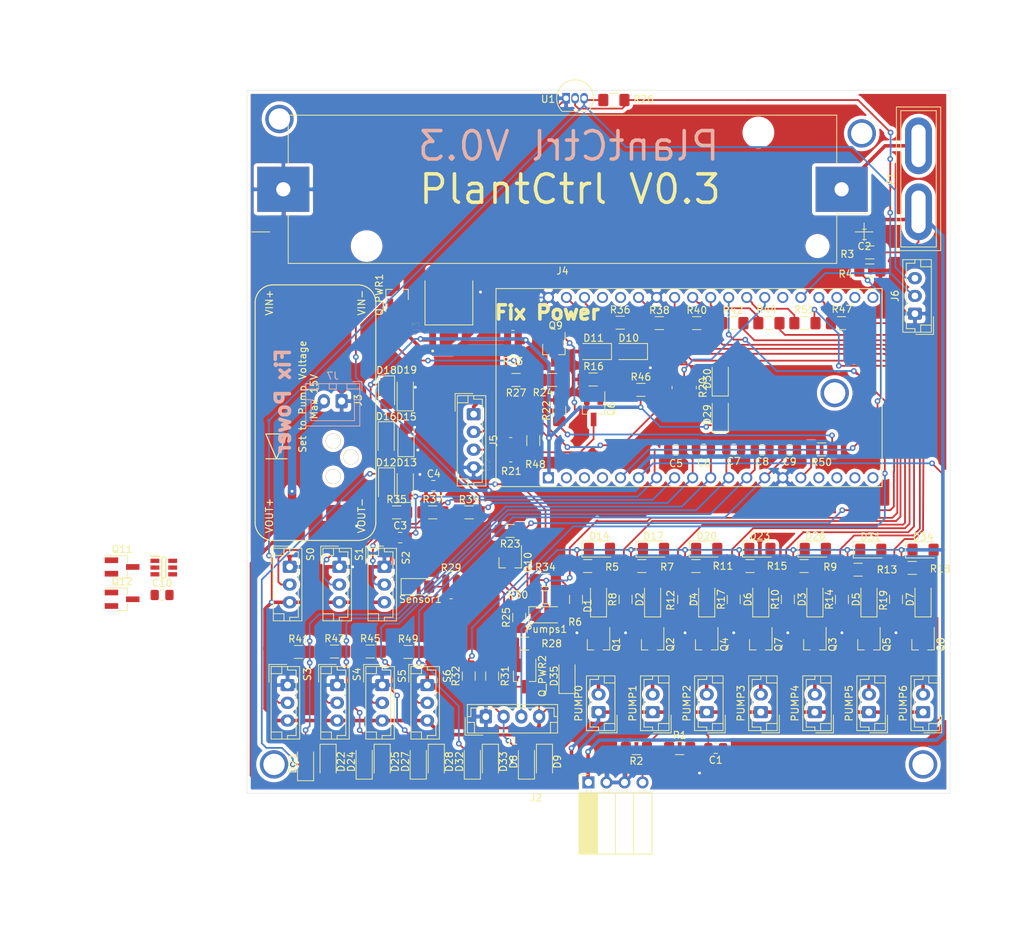
<source format=kicad_pcb>
(kicad_pcb (version 20171130) (host pcbnew 5.1.8)
  (layers (0 F.Cu signal) (31 B.Cu signal) (34 B.Paste user) (35 F.Paste user) (36 B.SilkS user) (37 F.SilkS user) (38 B.Mask user) (39 F.Mask user) (44 Edge.Cuts user))
  (net 0 "")
  (net 1 PLANT1_PUMP)
  (net 2 PLANT2_PUMP)
  (net 3 PLANT3_PUMP)
  (net 4 PLANT4_PUMP)
  (net 5 PLANT5_PUMP)
  (net 6 PLANT6_PUMP)
  (net 7 GND)
  (net 8 PLANT6_MOIST)
  (net 9 PLANT5_MOIST)
  (net 10 PLANT4_MOIST)
  (net 11 PLANT3_MOIST)
  (net 12 PLANT2_MOIST)
  (net 13 PLANT1_MOIST)
  (net 14 "Net-(D1-Pad2)")
  (net 15 PLANT_CTRL_PUMP_0)
  (net 16 "Net-(D2-Pad2)")
  (net 17 "Net-(D3-Pad2)")
  (net 18 "Net-(D4-Pad2)")
  (net 19 "Net-(D5-Pad2)")
  (net 20 "Net-(D6-Pad2)")
  (net 21 "Net-(D7-Pad2)")
  (net 22 LIPO+)
  (net 23 SOLAR_IN)
  (net 24 PUMP_PWR)
  (net 25 PWR_PUMP_CONVERTER)
  (net 26 "Net-(J5-Pad3)")
  (net 27 3_3V)
  (net 28 Temp)
  (net 29 PLANT0_PUMP)
  (net 30 "Net-(Q6-Pad3)")
  (net 31 CUSTOM_GPIO)
  (net 32 "Net-(Q9-Pad3)")
  (net 33 "Net-(Q10-Pad3)")
  (net 34 "Net-(Q_PWR1-Pad1)")
  (net 35 PWR_SENSORS)
  (net 36 "Net-(Q_PWR2-Pad1)")
  (net 37 "Net-(R32-Pad2)")
  (net 38 TANK_ECHO)
  (net 39 PLANT0_MOIST)
  (net 40 "Net-(R29-Pad2)")
  (net 41 "Net-(R29-Pad1)")
  (net 42 "Net-(Pumps1-Pad2)")
  (net 43 "Net-(C1-Pad2)")
  (net 44 "Net-(C2-Pad2)")
  (net 45 "Net-(D29-Pad2)")
  (net 46 "Net-(Q1-Pad1)")
  (net 47 "Net-(Q2-Pad1)")
  (net 48 "Net-(Q3-Pad1)")
  (net 49 "Net-(Q4-Pad1)")
  (net 50 "Net-(Q5-Pad1)")
  (net 51 "Net-(Q6-Pad1)")
  (net 52 "Net-(Q7-Pad1)")
  (net 53 "Net-(Q8-Pad1)")
  (net 54 "Net-(Q9-Pad1)")
  (net 55 "Net-(Q10-Pad1)")
  (net 56 "Net-(R35-Pad1)")
  (net 57 PLANT_CTRL_PUMP_1)
  (net 58 "Net-(R37-Pad1)")
  (net 59 PLANT_CTRL_PUMP_2)
  (net 60 "Net-(R39-Pad1)")
  (net 61 PLANT_CTRL_PUMP_3)
  (net 62 "Net-(R41-Pad1)")
  (net 63 PLANT_CTRL_PUMP_4)
  (net 64 "Net-(R43-Pad1)")
  (net 65 PLANT_CTRL_PUMP_5)
  (net 66 "Net-(R45-Pad1)")
  (net 67 PLANT_CTRL_PUMP_6)
  (net 68 "Net-(R49-Pad1)")
  (net 69 PUMP_ENABLE)
  (net 70 SENSORS_ENABLE)
  (net 71 GND_BATT)
  (net 72 "Net-(C10-Pad2)")
  (net 73 VCC_BATT)
  (net 74 LIPO_OD)
  (net 75 LIPO_OC)
  (net 76 "Net-(Q11-Pad3)")
  (module Capacitor_SMD:C_0805_2012Metric_Pad1.18x1.45mm_HandSolder (layer F.Cu) (at 191.77 103.6828)
    (fp_text reference C3 (at 0 -1.68) (layer F.SilkS))
    (fp_text value 100n)
    (pad 1 smd roundrect (at -1.0375 0) (size 1.175 1.45) (layers F.Cu F.Paste F.Mask) (roundrect_rratio 0.212766) (net 7 GND))
    (pad 2 smd roundrect (at 1.0375 0) (size 1.175 1.45) (layers F.Cu F.Paste F.Mask) (roundrect_rratio 0.212766) (net 39 PLANT0_MOIST))
  )
  (module LED_SMD:LED_1206_3216Metric_Pad1.42x1.75mm_HandSolder (layer F.Cu) (at 219.71 112.395 90)
    (fp_text reference D1 (at -0.889 -1.524 90) (layer F.SilkS))
    (fp_text value LED)
    (pad 2 smd roundrect (at 1.4875 0 90) (size 1.425 1.75) (layers F.Cu F.Paste F.Mask) (roundrect_rratio 0.175439) (net 14 "Net-(D1-Pad2)"))
    (pad 1 smd roundrect (at -1.4875 0 90) (size 1.425 1.75) (layers F.Cu F.Paste F.Mask) (roundrect_rratio 0.175439) (net 29 PLANT0_PUMP))
  )
  (module misc_footprints:BatteryHolder_Keystone_1042_1x18650 (layer F.Cu) (at 214.63 54.61 180)
    (fp_text reference J4 (at 0 -11.5) (layer F.SilkS))
    (fp_text value Conn_01x02_Female)
    (pad 1 thru_hole rect (at -39.33 0 180) (size 7.34 6.35) (drill 2) (layers *.Cu *.Mask) (net 73 VCC_BATT))
    (pad 2 thru_hole rect (at 39.33 0 180) (size 7.34 6.35) (drill 2) (layers *.Cu *.Mask) (net 71 GND_BATT))
    (pad "" np_thru_hole circle (at 27.6 -8 180) (size 3.45 3.45) (drill 3.45) (layers *.Cu *.Mask))
    (pad "" np_thru_hole circle (at -27.6 8 180) (size 3.45 3.45) (drill 3.45) (layers *.Cu *.Mask))
    (pad "" np_thru_hole circle (at -35.93 -8 180) (size 2.39 2.39) (drill 2.39) (layers *.Cu *.Mask))
  )
  (module Resistor_SMD:R_1206_3216Metric_Pad1.42x1.75mm_HandSolder (layer F.Cu) (at 231.14 133.35)
    (fp_text reference R1 (at 0 -1.82) (layer F.SilkS))
    (fp_text value 100k)
    (pad 2 smd roundrect (at 1.4875 0) (size 1.425 1.75) (layers F.Cu F.Paste F.Mask) (roundrect_rratio 0.175439) (net 43 "Net-(C1-Pad2)"))
    (pad 1 smd roundrect (at -1.4875 0) (size 1.425 1.75) (layers F.Cu F.Paste F.Mask) (roundrect_rratio 0.175439) (net 23 SOLAR_IN))
  )
  (module Resistor_SMD:R_1206_3216Metric_Pad1.42x1.75mm_HandSolder (layer F.Cu) (at 208.0895 81.4705 180)
    (fp_text reference R27 (at 0 -1.82) (layer F.SilkS))
    (fp_text value 47k)
    (pad 2 smd roundrect (at 1.4875 0 180) (size 1.425 1.75) (layers F.Cu F.Paste F.Mask) (roundrect_rratio 0.175439) (net 22 LIPO+))
    (pad 1 smd roundrect (at -1.4875 0 180) (size 1.425 1.75) (layers F.Cu F.Paste F.Mask) (roundrect_rratio 0.175439) (net 34 "Net-(Q_PWR1-Pad1)"))
  )
  (module Resistor_SMD:R_1206_3216Metric_Pad1.42x1.75mm_HandSolder (layer F.Cu) (at 213.233 81.4705)
    (fp_text reference R24 (at -1.3462 1.7907) (layer F.SilkS))
    (fp_text value 10k)
    (pad 2 smd roundrect (at 1.4875 0) (size 1.425 1.75) (layers F.Cu F.Paste F.Mask) (roundrect_rratio 0.175439) (net 32 "Net-(Q9-Pad3)"))
    (pad 1 smd roundrect (at -1.4875 0) (size 1.425 1.75) (layers F.Cu F.Paste F.Mask) (roundrect_rratio 0.175439) (net 34 "Net-(Q_PWR1-Pad1)"))
  )
  (module Resistor_SMD:R_1206_3216Metric_Pad1.42x1.75mm_HandSolder (layer F.Cu) (at 214.1855 85.7885 90)
    (fp_text reference R22 (at 0 -1.82 90) (layer F.SilkS))
    (fp_text value R)
    (pad 2 smd roundrect (at 1.4875 0 90) (size 1.425 1.75) (layers F.Cu F.Paste F.Mask) (roundrect_rratio 0.175439) (net 7 GND))
    (pad 1 smd roundrect (at -1.4875 0 90) (size 1.425 1.75) (layers F.Cu F.Paste F.Mask) (roundrect_rratio 0.175439) (net 54 "Net-(Q9-Pad1)"))
  )
  (module Package_TO_SOT_SMD:SOT-23_Handsoldering (layer F.Cu) (at 191.3255 69.469 90)
    (fp_text reference Q_PWR1 (at 0 -2.5 90) (layer F.SilkS))
    (fp_text value BSS84)
    (pad 3 smd rect (at 1.5 0 90) (size 1.9 0.8) (layers F.Cu F.Paste F.Mask) (net 25 PWR_PUMP_CONVERTER))
    (pad 2 smd rect (at -1.5 0.95 90) (size 1.9 0.8) (layers F.Cu F.Paste F.Mask) (net 22 LIPO+))
    (pad 1 smd rect (at -1.5 -0.95 90) (size 1.9 0.8) (layers F.Cu F.Paste F.Mask) (net 34 "Net-(Q_PWR1-Pad1)"))
  )
  (module Package_TO_SOT_SMD:SOT-23_Handsoldering (layer F.Cu) (at 213.4235 77.1525 270)
    (fp_text reference Q9 (at -3.3401 -0.2413 180) (layer F.SilkS))
    (fp_text value SL2300)
    (pad 3 smd rect (at 1.5 0 270) (size 1.9 0.8) (layers F.Cu F.Paste F.Mask) (net 32 "Net-(Q9-Pad3)"))
    (pad 2 smd rect (at -1.5 0.95 270) (size 1.9 0.8) (layers F.Cu F.Paste F.Mask) (net 7 GND))
    (pad 1 smd rect (at -1.5 -0.95 270) (size 1.9 0.8) (layers F.Cu F.Paste F.Mask) (net 54 "Net-(Q9-Pad1)"))
  )
  (module LED_SMD:LED_1206_3216Metric_Pad1.42x1.75mm_HandSolder (layer F.Cu) (at 265.43 112.395 90)
    (fp_text reference D7 (at 0 -1.82 90) (layer F.SilkS))
    (fp_text value LED)
    (pad 2 smd roundrect (at 1.4875 0 90) (size 1.425 1.75) (layers F.Cu F.Paste F.Mask) (roundrect_rratio 0.175439) (net 21 "Net-(D7-Pad2)"))
    (pad 1 smd roundrect (at -1.4875 0 90) (size 1.425 1.75) (layers F.Cu F.Paste F.Mask) (roundrect_rratio 0.175439) (net 6 PLANT6_PUMP))
  )
  (module Resistor_SMD:R_1206_3216Metric_Pad1.42x1.75mm_HandSolder (layer F.Cu) (at 204.724 123.19 270)
    (fp_text reference R31 (at 0 -1.82 90) (layer F.SilkS))
    (fp_text value 255)
    (pad 2 smd roundrect (at 1.4875 0 270) (size 1.425 1.75) (layers F.Cu F.Paste F.Mask) (roundrect_rratio 0.175439) (net 35 PWR_SENSORS))
    (pad 1 smd roundrect (at -1.4875 0 270) (size 1.425 1.75) (layers F.Cu F.Paste F.Mask) (roundrect_rratio 0.175439) (net 40 "Net-(R29-Pad2)"))
  )
  (module Resistor_SMD:R_1206_3216Metric_Pad1.42x1.75mm_HandSolder (layer F.Cu) (at 212.217 112.0775)
    (fp_text reference R30 (at -3.8735 -0.3175) (layer F.SilkS))
    (fp_text value 255)
    (pad 2 smd roundrect (at 1.4875 0) (size 1.425 1.75) (layers F.Cu F.Paste F.Mask) (roundrect_rratio 0.175439) (net 42 "Net-(Pumps1-Pad2)"))
    (pad 1 smd roundrect (at -1.4875 0) (size 1.425 1.75) (layers F.Cu F.Paste F.Mask) (roundrect_rratio 0.175439) (net 25 PWR_PUMP_CONVERTER))
  )
  (module Resistor_SMD:R_0612_1632Metric (layer F.Cu) (at 198.9328 110.5916)
    (fp_text reference R29 (at 0 -2.65) (layer F.SilkS))
    (fp_text value 0)
    (pad 2 smd roundrect (at 0.75 0) (size 1 3.4) (layers F.Cu F.Paste F.Mask) (net 40 "Net-(R29-Pad2)"))
    (pad 1 smd roundrect (at -0.75 0) (size 1 3.4) (layers F.Cu F.Paste F.Mask) (net 41 "Net-(R29-Pad1)"))
  )
  (module Resistor_SMD:R_1206_3216Metric_Pad1.42x1.75mm_HandSolder (layer F.Cu) (at 209.296 118.618 180)
    (fp_text reference R28 (at -3.81 0) (layer F.SilkS))
    (fp_text value 47k)
    (pad 2 smd roundrect (at 1.4875 0 180) (size 1.425 1.75) (layers F.Cu F.Paste F.Mask) (roundrect_rratio 0.175439) (net 22 LIPO+))
    (pad 1 smd roundrect (at -1.4875 0 180) (size 1.425 1.75) (layers F.Cu F.Paste F.Mask) (roundrect_rratio 0.175439) (net 36 "Net-(Q_PWR2-Pad1)"))
  )
  (module Resistor_SMD:R_1206_3216Metric_Pad1.42x1.75mm_HandSolder (layer F.Cu) (at 208.534 114.935 90)
    (fp_text reference R25 (at 0 -1.82 90) (layer F.SilkS))
    (fp_text value 10k)
    (pad 2 smd roundrect (at 1.4875 0 90) (size 1.425 1.75) (layers F.Cu F.Paste F.Mask) (roundrect_rratio 0.175439) (net 33 "Net-(Q10-Pad3)"))
    (pad 1 smd roundrect (at -1.4875 0 90) (size 1.425 1.75) (layers F.Cu F.Paste F.Mask) (roundrect_rratio 0.175439) (net 36 "Net-(Q_PWR2-Pad1)"))
  )
  (module Resistor_SMD:R_1206_3216Metric_Pad1.42x1.75mm_HandSolder (layer F.Cu) (at 207.264 102.743 180)
    (fp_text reference R23 (at 0 -1.82) (layer F.SilkS))
    (fp_text value 47k)
    (pad 2 smd roundrect (at 1.4875 0 180) (size 1.425 1.75) (layers F.Cu F.Paste F.Mask) (roundrect_rratio 0.175439) (net 7 GND))
    (pad 1 smd roundrect (at -1.4875 0 180) (size 1.425 1.75) (layers F.Cu F.Paste F.Mask) (roundrect_rratio 0.175439) (net 55 "Net-(Q10-Pad1)"))
  )
  (module Package_TO_SOT_SMD:SOT-23_Handsoldering (layer F.Cu) (at 209.296 123.19 270)
    (fp_text reference Q_PWR2 (at 0 -2.5 90) (layer F.SilkS))
    (fp_text value BSS84)
    (pad 3 smd rect (at 1.5 0 270) (size 1.9 0.8) (layers F.Cu F.Paste F.Mask) (net 35 PWR_SENSORS))
    (pad 2 smd rect (at -1.5 0.95 270) (size 1.9 0.8) (layers F.Cu F.Paste F.Mask) (net 22 LIPO+))
    (pad 1 smd rect (at -1.5 -0.95 270) (size 1.9 0.8) (layers F.Cu F.Paste F.Mask) (net 36 "Net-(Q_PWR2-Pad1)"))
  )
  (module Package_TO_SOT_SMD:SOT-23_Handsoldering (layer F.Cu) (at 207.264 107.188 270)
    (fp_text reference Q10 (at 0 -2.5 90) (layer F.SilkS))
    (fp_text value SL2300)
    (pad 3 smd rect (at 1.5 0 270) (size 1.9 0.8) (layers F.Cu F.Paste F.Mask) (net 33 "Net-(Q10-Pad3)"))
    (pad 2 smd rect (at -1.5 0.95 270) (size 1.9 0.8) (layers F.Cu F.Paste F.Mask) (net 7 GND))
    (pad 1 smd rect (at -1.5 -0.95 270) (size 1.9 0.8) (layers F.Cu F.Paste F.Mask) (net 55 "Net-(Q10-Pad1)"))
  )
  (module LED_SMD:LED_1206_3216Metric_Pad1.42x1.75mm_HandSolder (layer F.Cu) (at 194.3608 110.5916)
    (fp_text reference Sensor1 (at 0.254 1.778) (layer F.SilkS))
    (fp_text value LED)
    (pad 2 smd roundrect (at 1.4875 0) (size 1.425 1.75) (layers F.Cu F.Paste F.Mask) (roundrect_rratio 0.175439) (net 41 "Net-(R29-Pad1)"))
    (pad 1 smd roundrect (at -1.4875 0) (size 1.425 1.75) (layers F.Cu F.Paste F.Mask) (roundrect_rratio 0.175439) (net 7 GND))
  )
  (module LED_SMD:LED_1206_3216Metric_Pad1.42x1.75mm_HandSolder (layer F.Cu) (at 212.344 114.554)
    (fp_text reference Pumps1 (at 0 2.032) (layer F.SilkS))
    (fp_text value LED)
    (pad 2 smd roundrect (at 1.4875 0) (size 1.425 1.75) (layers F.Cu F.Paste F.Mask) (roundrect_rratio 0.175439) (net 42 "Net-(Pumps1-Pad2)"))
    (pad 1 smd roundrect (at -1.4875 0) (size 1.425 1.75) (layers F.Cu F.Paste F.Mask) (roundrect_rratio 0.175439) (net 7 GND))
  )
  (module ESP32:MODULE_ESP32-DEVKITC-32D (layer F.Cu) (at 232.41 82.55 90)
    (fp_text reference U2 (at -10.829175 -28.446045 90) (layer F.SilkS) (effects (font (size 1.000386 1.000386) (thickness 0.015))))
    (fp_text value ESP32-DEVKITC-32D)
    (pad 38 thru_hole circle (at 12.7 25.96 90) (size 1.56 1.56) (drill 1.04) (layers *.Cu *.Mask))
    (pad 37 thru_hole circle (at 12.7 23.42 90) (size 1.56 1.56) (drill 1.04) (layers *.Cu *.Mask))
    (pad 36 thru_hole circle (at 12.7 20.88 90) (size 1.56 1.56) (drill 1.04) (layers *.Cu *.Mask))
    (pad 35 thru_hole circle (at 12.7 18.34 90) (size 1.56 1.56) (drill 1.04) (layers *.Cu *.Mask) (net 67 PLANT_CTRL_PUMP_6))
    (pad 34 thru_hole circle (at 12.7 15.8 90) (size 1.56 1.56) (drill 1.04) (layers *.Cu *.Mask) (net 28 Temp))
    (pad 33 thru_hole circle (at 12.7 13.26 90) (size 1.56 1.56) (drill 1.04) (layers *.Cu *.Mask))
    (pad 32 thru_hole circle (at 12.7 10.72 90) (size 1.56 1.56) (drill 1.04) (layers *.Cu *.Mask) (net 31 CUSTOM_GPIO))
    (pad 31 thru_hole circle (at 12.7 8.18 90) (size 1.56 1.56) (drill 1.04) (layers *.Cu *.Mask) (net 70 SENSORS_ENABLE))
    (pad 30 thru_hole circle (at 12.7 5.64 90) (size 1.56 1.56) (drill 1.04) (layers *.Cu *.Mask) (net 37 "Net-(R32-Pad2)"))
    (pad 29 thru_hole circle (at 12.7 3.1 90) (size 1.56 1.56) (drill 1.04) (layers *.Cu *.Mask) (net 65 PLANT_CTRL_PUMP_5))
    (pad 28 thru_hole circle (at 12.7 0.56 90) (size 1.56 1.56) (drill 1.04) (layers *.Cu *.Mask) (net 63 PLANT_CTRL_PUMP_4))
    (pad 27 thru_hole circle (at 12.7 -1.98 90) (size 1.56 1.56) (drill 1.04) (layers *.Cu *.Mask) (net 61 PLANT_CTRL_PUMP_3))
    (pad 26 thru_hole circle (at 12.7 -4.52 90) (size 1.56 1.56) (drill 1.04) (layers *.Cu *.Mask) (net 7 GND))
    (pad 25 thru_hole circle (at 12.7 -7.06 90) (size 1.56 1.56) (drill 1.04) (layers *.Cu *.Mask) (net 59 PLANT_CTRL_PUMP_2))
    (pad 24 thru_hole circle (at 12.7 -9.6 90) (size 1.56 1.56) (drill 1.04) (layers *.Cu *.Mask))
    (pad 23 thru_hole circle (at 12.7 -12.14 90) (size 1.56 1.56) (drill 1.04) (layers *.Cu *.Mask))
    (pad 22 thru_hole circle (at 12.7 -14.68 90) (size 1.56 1.56) (drill 1.04) (layers *.Cu *.Mask) (net 57 PLANT_CTRL_PUMP_1))
    (pad 21 thru_hole circle (at 12.7 -17.22 90) (size 1.56 1.56) (drill 1.04) (layers *.Cu *.Mask) (net 15 PLANT_CTRL_PUMP_0))
    (pad 20 thru_hole circle (at 12.7 -19.76 90) (size 1.56 1.56) (drill 1.04) (layers *.Cu *.Mask) (net 7 GND))
    (pad 18 thru_hole circle (at -12.7 23.42 90) (size 1.56 1.56) (drill 1.04) (layers *.Cu *.Mask))
    (pad 17 thru_hole circle (at -12.7 20.88 90) (size 1.56 1.56) (drill 1.04) (layers *.Cu *.Mask))
    (pad 16 thru_hole circle (at -12.7 18.34 90) (size 1.56 1.56) (drill 1.04) (layers *.Cu *.Mask))
    (pad 15 thru_hole circle (at -12.7 15.8 90) (size 1.56 1.56) (drill 1.04) (layers *.Cu *.Mask) (net 69 PUMP_ENABLE))
    (pad 14 thru_hole circle (at -12.7 13.26 90) (size 1.56 1.56) (drill 1.04) (layers *.Cu *.Mask) (net 7 GND))
    (pad 13 thru_hole circle (at -12.7 10.72 90) (size 1.56 1.56) (drill 1.04) (layers *.Cu *.Mask) (net 8 PLANT6_MOIST))
    (pad 12 thru_hole circle (at -12.7 8.18 90) (size 1.56 1.56) (drill 1.04) (layers *.Cu *.Mask) (net 9 PLANT5_MOIST))
    (pad 11 thru_hole circle (at -12.7 5.64 90) (size 1.56 1.56) (drill 1.04) (layers *.Cu *.Mask) (net 10 PLANT4_MOIST))
    (pad 10 thru_hole circle (at -12.7 3.1 90) (size 1.56 1.56) (drill 1.04) (layers *.Cu *.Mask) (net 11 PLANT3_MOIST))
    (pad 9 thru_hole circle (at -12.7 0.56 90) (size 1.56 1.56) (drill 1.04) (layers *.Cu *.Mask) (net 12 PLANT2_MOIST))
    (pad 8 thru_hole circle (at -12.7 -1.98 90) (size 1.56 1.56) (drill 1.04) (layers *.Cu *.Mask) (net 13 PLANT1_MOIST))
    (pad 7 thru_hole circle (at -12.7 -4.52 90) (size 1.56 1.56) (drill 1.04) (layers *.Cu *.Mask) (net 39 PLANT0_MOIST))
    (pad 6 thru_hole circle (at -12.7 -7.06 90) (size 1.56 1.56) (drill 1.04) (layers *.Cu *.Mask) (net 43 "Net-(C1-Pad2)"))
    (pad 5 thru_hole circle (at -12.7 -9.6 90) (size 1.56 1.56) (drill 1.04) (layers *.Cu *.Mask) (net 44 "Net-(C2-Pad2)"))
    (pad 4 thru_hole circle (at -12.7 -12.14 90) (size 1.56 1.56) (drill 1.04) (layers *.Cu *.Mask))
    (pad 3 thru_hole circle (at -12.7 -14.68 90) (size 1.56 1.56) (drill 1.04) (layers *.Cu *.Mask))
    (pad 19 thru_hole circle (at -12.7 25.96 90) (size 1.56 1.56) (drill 1.04) (layers *.Cu *.Mask))
    (pad 2 thru_hole circle (at -12.7 -17.22 90) (size 1.56 1.56) (drill 1.04) (layers *.Cu *.Mask))
    (pad 1 thru_hole rect (at -12.7 -19.76 90) (size 1.56 1.56) (drill 1.04) (layers *.Cu *.Mask) (net 27 3_3V))
  )
  (module Resistor_SMD:R_1206_3216Metric_Pad1.42x1.75mm_HandSolder (layer F.Cu) (at 257.937 66.04)
    (fp_text reference R4 (at -3.429 0.508) (layer F.SilkS))
    (fp_text value 47k8)
    (pad 2 smd roundrect (at 1.4875 0) (size 1.425 1.75) (layers F.Cu F.Paste F.Mask) (roundrect_rratio 0.175439) (net 7 GND))
    (pad 1 smd roundrect (at -1.4875 0) (size 1.425 1.75) (layers F.Cu F.Paste F.Mask) (roundrect_rratio 0.175439) (net 44 "Net-(C2-Pad2)"))
  )
  (module Resistor_SMD:R_1206_3216Metric_Pad1.42x1.75mm_HandSolder (layer F.Cu) (at 257.937 63.5 180)
    (fp_text reference R3 (at 3.175 -0.254) (layer F.SilkS))
    (fp_text value 33k)
    (pad 2 smd roundrect (at 1.4875 0 180) (size 1.425 1.75) (layers F.Cu F.Paste F.Mask) (roundrect_rratio 0.175439) (net 44 "Net-(C2-Pad2)"))
    (pad 1 smd roundrect (at -1.4875 0 180) (size 1.425 1.75) (layers F.Cu F.Paste F.Mask) (roundrect_rratio 0.175439) (net 22 LIPO+))
  )
  (module Resistor_SMD:R_1206_3216Metric_Pad1.42x1.75mm_HandSolder (layer F.Cu) (at 225.044 133.35 180)
    (fp_text reference R2 (at 0 -1.82) (layer F.SilkS))
    (fp_text value 33k)
    (pad 2 smd roundrect (at 1.4875 0 180) (size 1.425 1.75) (layers F.Cu F.Paste F.Mask) (roundrect_rratio 0.175439) (net 7 GND))
    (pad 1 smd roundrect (at -1.4875 0 180) (size 1.425 1.75) (layers F.Cu F.Paste F.Mask) (roundrect_rratio 0.175439) (net 43 "Net-(C1-Pad2)"))
  )
  (module Connector_PinSocket_2.54mm:PinSocket_1x04_P2.54mm_Horizontal (layer F.Cu) (at 218.2876 138.176 90)
    (fp_text reference J2 (at -2.159 -7.366 180) (layer F.SilkS))
    (fp_text value Conn_01x04)
    (pad 4 thru_hole oval (at 0 7.62 90) (size 1.7 1.7) (drill 1) (layers *.Cu *.Mask) (net 23 SOLAR_IN))
    (pad 3 thru_hole oval (at 0 5.08 90) (size 1.7 1.7) (drill 1) (layers *.Cu *.Mask) (net 7 GND))
    (pad 2 thru_hole oval (at 0 2.54 90) (size 1.7 1.7) (drill 1) (layers *.Cu *.Mask) (net 7 GND))
    (pad 1 thru_hole rect (at 0 0 90) (size 1.7 1.7) (drill 1) (layers *.Cu *.Mask) (net 22 LIPO+))
  )
  (module Connector_JST:JST_EH_B4B-EH-A_1x04_P2.50mm_Vertical (layer F.Cu) (at 203.835 128.905)
    (fp_text reference J1 (at 3.683 3.429) (layer F.SilkS))
    (fp_text value Conn_01x04)
    (pad 4 thru_hole oval (at 7.5 0) (size 1.7 1.95) (drill 0.95) (layers *.Cu *.Mask) (net 35 PWR_SENSORS))
    (pad 3 thru_hole oval (at 5 0) (size 1.7 1.95) (drill 0.95) (layers *.Cu *.Mask) (net 15 PLANT_CTRL_PUMP_0))
    (pad 2 thru_hole oval (at 2.5 0) (size 1.7 1.95) (drill 0.95) (layers *.Cu *.Mask) (net 38 TANK_ECHO))
    (pad 1 thru_hole roundrect (at 0 0) (size 1.7 1.95) (drill 0.95) (layers *.Cu *.Mask) (roundrect_rratio 0.147059) (net 7 GND))
  )
  (module Fuse:Fuse_Blade_ATO_directSolder (layer F.Cu) (at 264.795 57.785 90)
    (fp_text reference F1 (at 4.65 -3.9 90) (layer F.SilkS))
    (fp_text value Fuse)
    (pad 2 thru_hole oval (at 9.3 0 90) (size 8 3.8) (drill oval 6 2) (layers *.Cu *.Mask) (net 73 VCC_BATT))
    (pad 1 thru_hole oval (at 0 0 90) (size 8 3.8) (drill oval 6 2) (layers *.Cu *.Mask) (net 22 LIPO+))
  )
  (module ESP32:DPAK457P991X255-3N (layer F.Cu) (at 198.628 71.374 90)
    (fp_text reference U3 (at -2.825 -4.635 90) (layer F.SilkS) (effects (font (thickness 0.015))))
    (fp_text value LP38690DT-3.3)
    (pad 4 smd rect (at 2.32 0 90) (size 6.49 5.63) (layers F.Cu F.Mask) (net 7 GND))
    (pad 3 smd rect (at -4.45 2.285 90) (size 2.22 0.96) (layers F.Cu F.Paste F.Mask) (net 22 LIPO+))
    (pad 1 smd rect (at -4.45 -2.285 90) (size 2.22 0.96) (layers F.Cu F.Paste F.Mask) (net 27 3_3V))
  )
  (module Package_TO_SOT_THT:TO-92_Inline (layer F.Cu) (at 215.138 41.783)
    (fp_text reference U1 (at -2.54 0.127) (layer F.SilkS))
    (fp_text value DS18B20)
    (pad 1 thru_hole rect (at 0 0) (size 1.05 1.5) (drill 0.75) (layers *.Cu *.Mask) (net 7 GND))
    (pad 3 thru_hole oval (at 2.54 0) (size 1.05 1.5) (drill 0.75) (layers *.Cu *.Mask) (net 35 PWR_SENSORS))
    (pad 2 thru_hole oval (at 1.27 0) (size 1.05 1.5) (drill 0.75) (layers *.Cu *.Mask) (net 28 Temp))
  )
  (module Connector_JST:JST_EH_B3B-EH-A_1x03_P2.50mm_Vertical (layer F.Cu) (at 195.58 124.46 270)
    (fp_text reference S6 (at -1.27 -2.794 90) (layer F.SilkS))
    (fp_text value Conn_01x03_Male)
    (pad 3 thru_hole oval (at 5 0 270) (size 1.7 1.95) (drill 0.95) (layers *.Cu *.Mask) (net 35 PWR_SENSORS))
    (pad 2 thru_hole oval (at 2.5 0 270) (size 1.7 1.95) (drill 0.95) (layers *.Cu *.Mask) (net 68 "Net-(R49-Pad1)"))
    (pad 1 thru_hole roundrect (at 0 0 270) (size 1.7 1.95) (drill 0.95) (layers *.Cu *.Mask) (roundrect_rratio 0.147059) (net 7 GND))
  )
  (module Connector_JST:JST_EH_B3B-EH-A_1x03_P2.50mm_Vertical (layer F.Cu) (at 189.23 124.46 270)
    (fp_text reference S5 (at -1.27 -2.794 90) (layer F.SilkS))
    (fp_text value Conn_01x03_Male)
    (pad 3 thru_hole oval (at 5 0 270) (size 1.7 1.95) (drill 0.95) (layers *.Cu *.Mask) (net 35 PWR_SENSORS))
    (pad 2 thru_hole oval (at 2.5 0 270) (size 1.7 1.95) (drill 0.95) (layers *.Cu *.Mask) (net 66 "Net-(R45-Pad1)"))
    (pad 1 thru_hole roundrect (at 0 0 270) (size 1.7 1.95) (drill 0.95) (layers *.Cu *.Mask) (roundrect_rratio 0.147059) (net 7 GND))
  )
  (module Connector_JST:JST_EH_B3B-EH-A_1x03_P2.50mm_Vertical (layer F.Cu) (at 182.88 124.46 270)
    (fp_text reference S4 (at -1.524 -2.794 90) (layer F.SilkS))
    (fp_text value Conn_01x03_Male)
    (pad 3 thru_hole oval (at 5 0 270) (size 1.7 1.95) (drill 0.95) (layers *.Cu *.Mask) (net 35 PWR_SENSORS))
    (pad 2 thru_hole oval (at 2.5 0 270) (size 1.7 1.95) (drill 0.95) (layers *.Cu *.Mask) (net 64 "Net-(R43-Pad1)"))
    (pad 1 thru_hole roundrect (at 0 0 270) (size 1.7 1.95) (drill 0.95) (layers *.Cu *.Mask) (roundrect_rratio 0.147059) (net 7 GND))
  )
  (module Connector_JST:JST_EH_B3B-EH-A_1x03_P2.50mm_Vertical (layer F.Cu) (at 175.895 124.46 270)
    (fp_text reference S3 (at -1.524 -2.8 90) (layer F.SilkS))
    (fp_text value Conn_01x03_Male)
    (pad 3 thru_hole oval (at 5 0 270) (size 1.7 1.95) (drill 0.95) (layers *.Cu *.Mask) (net 35 PWR_SENSORS))
    (pad 2 thru_hole oval (at 2.5 0 270) (size 1.7 1.95) (drill 0.95) (layers *.Cu *.Mask) (net 62 "Net-(R41-Pad1)"))
    (pad 1 thru_hole roundrect (at 0 0 270) (size 1.7 1.95) (drill 0.95) (layers *.Cu *.Mask) (roundrect_rratio 0.147059) (net 7 GND))
  )
  (module Connector_JST:JST_EH_B3B-EH-A_1x03_P2.50mm_Vertical (layer F.Cu) (at 189.5348 107.7976 270)
    (fp_text reference S2 (at -1.27 -3.048 90) (layer F.SilkS))
    (fp_text value Conn_01x03_Male)
    (pad 3 thru_hole oval (at 5 0 270) (size 1.7 1.95) (drill 0.95) (layers *.Cu *.Mask) (net 35 PWR_SENSORS))
    (pad 2 thru_hole oval (at 2.5 0 270) (size 1.7 1.95) (drill 0.95) (layers *.Cu *.Mask) (net 60 "Net-(R39-Pad1)"))
    (pad 1 thru_hole roundrect (at 0 0 270) (size 1.7 1.95) (drill 0.95) (layers *.Cu *.Mask) (roundrect_rratio 0.147059) (net 7 GND))
  )
  (module Connector_JST:JST_EH_B3B-EH-A_1x03_P2.50mm_Vertical (layer F.Cu) (at 183.1848 107.7976 270)
    (fp_text reference S1 (at -1.778 -2.794 90) (layer F.SilkS))
    (fp_text value Conn_01x03_Male)
    (pad 3 thru_hole oval (at 5 0 270) (size 1.7 1.95) (drill 0.95) (layers *.Cu *.Mask) (net 35 PWR_SENSORS))
    (pad 2 thru_hole oval (at 2.5 0 270) (size 1.7 1.95) (drill 0.95) (layers *.Cu *.Mask) (net 58 "Net-(R37-Pad1)"))
    (pad 1 thru_hole roundrect (at 0 0 270) (size 1.7 1.95) (drill 0.95) (layers *.Cu *.Mask) (roundrect_rratio 0.147059) (net 7 GND))
  )
  (module Connector_JST:JST_EH_B3B-EH-A_1x03_P2.50mm_Vertical (layer F.Cu) (at 176.1998 107.7976 270)
    (fp_text reference S0 (at -1.778 -2.921 90) (layer F.SilkS))
    (fp_text value Conn_01x03_Male)
    (pad 3 thru_hole oval (at 5 0 270) (size 1.7 1.95) (drill 0.95) (layers *.Cu *.Mask) (net 35 PWR_SENSORS))
    (pad 2 thru_hole oval (at 2.5 0 270) (size 1.7 1.95) (drill 0.95) (layers *.Cu *.Mask) (net 56 "Net-(R35-Pad1)"))
    (pad 1 thru_hole roundrect (at 0 0 270) (size 1.7 1.95) (drill 0.95) (layers *.Cu *.Mask) (roundrect_rratio 0.147059) (net 7 GND))
  )
  (module Resistor_SMD:R_1206_3216Metric_Pad1.42x1.75mm_HandSolder (layer F.Cu) (at 201.422 123.19 90)
    (fp_text reference R32 (at 0 -1.82 90) (layer F.SilkS))
    (fp_text value 10k)
    (pad 2 smd roundrect (at 1.4875 0 90) (size 1.425 1.75) (layers F.Cu F.Paste F.Mask) (roundrect_rratio 0.175439) (net 37 "Net-(R32-Pad2)"))
    (pad 1 smd roundrect (at -1.4875 0 90) (size 1.425 1.75) (layers F.Cu F.Paste F.Mask) (roundrect_rratio 0.175439) (net 38 TANK_ECHO))
  )
  (module Resistor_SMD:R_1206_3216Metric_Pad1.42x1.75mm_HandSolder (layer F.Cu) (at 221.869 42.037 180)
    (fp_text reference R26 (at -4.191 0.127) (layer F.SilkS))
    (fp_text value 4k7)
    (pad 2 smd roundrect (at 1.4875 0 180) (size 1.425 1.75) (layers F.Cu F.Paste F.Mask) (roundrect_rratio 0.175439) (net 35 PWR_SENSORS))
    (pad 1 smd roundrect (at -1.4875 0 180) (size 1.425 1.75) (layers F.Cu F.Paste F.Mask) (roundrect_rratio 0.175439) (net 28 Temp))
  )
  (module Resistor_SMD:R_0612_1632Metric (layer F.Cu) (at 207.3395 91.313)
    (fp_text reference R21 (at 0.0769 3.0226 180) (layer F.SilkS))
    (fp_text value R)
    (pad 2 smd roundrect (at 0.75 0) (size 1 3.4) (layers F.Cu F.Paste F.Mask) (net 30 "Net-(Q6-Pad3)"))
    (pad 1 smd roundrect (at -0.75 0) (size 1 3.4) (layers F.Cu F.Paste F.Mask) (net 26 "Net-(J5-Pad3)"))
  )
  (module Resistor_SMD:R_0612_1632Metric (layer F.Cu) (at 231.775 82.55 270)
    (fp_text reference R20 (at 0 -2.65 90) (layer F.SilkS))
    (fp_text value R)
    (pad 2 smd roundrect (at 0.75 0 270) (size 1 3.4) (layers F.Cu F.Paste F.Mask) (net 45 "Net-(D29-Pad2)"))
    (pad 1 smd roundrect (at -0.75 0 270) (size 1 3.4) (layers F.Cu F.Paste F.Mask) (net 31 CUSTOM_GPIO))
  )
  (module Resistor_SMD:R_1206_3216Metric_Pad1.42x1.75mm_HandSolder (layer F.Cu) (at 261.62 112.395 270)
    (fp_text reference R19 (at 0.127 1.778 90) (layer F.SilkS))
    (fp_text value 47k)
    (pad 2 smd roundrect (at 1.4875 0 270) (size 1.425 1.75) (layers F.Cu F.Paste F.Mask) (roundrect_rratio 0.175439) (net 7 GND))
    (pad 1 smd roundrect (at -1.4875 0 270) (size 1.425 1.75) (layers F.Cu F.Paste F.Mask) (roundrect_rratio 0.175439) (net 53 "Net-(Q8-Pad1)"))
  )
  (module Resistor_SMD:R_1206_3216Metric_Pad1.42x1.75mm_HandSolder (layer F.Cu) (at 263.906 107.95)
    (fp_text reference R18 (at 3.937 0.127) (layer F.SilkS))
    (fp_text value R)
    (pad 2 smd roundrect (at 1.4875 0) (size 1.425 1.75) (layers F.Cu F.Paste F.Mask) (roundrect_rratio 0.175439) (net 21 "Net-(D7-Pad2)"))
    (pad 1 smd roundrect (at -1.4875 0) (size 1.425 1.75) (layers F.Cu F.Paste F.Mask) (roundrect_rratio 0.175439) (net 22 LIPO+))
  )
  (module Resistor_SMD:R_1206_3216Metric_Pad1.42x1.75mm_HandSolder (layer F.Cu) (at 238.76 112.395 270)
    (fp_text reference R17 (at 0 1.778 90) (layer F.SilkS))
    (fp_text value 47k)
    (pad 2 smd roundrect (at 1.4875 0 270) (size 1.425 1.75) (layers F.Cu F.Paste F.Mask) (roundrect_rratio 0.175439) (net 7 GND))
    (pad 1 smd roundrect (at -1.4875 0 270) (size 1.425 1.75) (layers F.Cu F.Paste F.Mask) (roundrect_rratio 0.175439) (net 52 "Net-(Q7-Pad1)"))
  )
  (module Resistor_SMD:R_1206_3216Metric_Pad1.42x1.75mm_HandSolder (layer F.Cu) (at 218.948 81.407 180)
    (fp_text reference R16 (at -0.0635 1.8415) (layer F.SilkS))
    (fp_text value R)
    (pad 2 smd roundrect (at 1.4875 0 180) (size 1.425 1.75) (layers F.Cu F.Paste F.Mask) (roundrect_rratio 0.175439) (net 7 GND))
    (pad 1 smd roundrect (at -1.4875 0 180) (size 1.425 1.75) (layers F.Cu F.Paste F.Mask) (roundrect_rratio 0.175439) (net 51 "Net-(Q6-Pad1)"))
  )
  (module Resistor_SMD:R_1206_3216Metric_Pad1.42x1.75mm_HandSolder (layer F.Cu) (at 241.046 107.696)
    (fp_text reference R15 (at 3.81 0) (layer F.SilkS))
    (fp_text value R)
    (pad 2 smd roundrect (at 1.4875 0) (size 1.425 1.75) (layers F.Cu F.Paste F.Mask) (roundrect_rratio 0.175439) (net 20 "Net-(D6-Pad2)"))
    (pad 1 smd roundrect (at -1.4875 0) (size 1.425 1.75) (layers F.Cu F.Paste F.Mask) (roundrect_rratio 0.175439) (net 22 LIPO+))
  )
  (module Resistor_SMD:R_1206_3216Metric_Pad1.42x1.75mm_HandSolder (layer F.Cu) (at 254 112.395 270)
    (fp_text reference R14 (at 0 1.778 90) (layer F.SilkS))
    (fp_text value 47k)
    (pad 2 smd roundrect (at 1.4875 0 270) (size 1.425 1.75) (layers F.Cu F.Paste F.Mask) (roundrect_rratio 0.175439) (net 7 GND))
    (pad 1 smd roundrect (at -1.4875 0 270) (size 1.425 1.75) (layers F.Cu F.Paste F.Mask) (roundrect_rratio 0.175439) (net 50 "Net-(Q5-Pad1)"))
  )
  (module Resistor_SMD:R_1206_3216Metric_Pad1.42x1.75mm_HandSolder (layer F.Cu) (at 256.286 108.204)
    (fp_text reference R13 (at 4.064 0) (layer F.SilkS))
    (fp_text value R)
    (pad 2 smd roundrect (at 1.4875 0) (size 1.425 1.75) (layers F.Cu F.Paste F.Mask) (roundrect_rratio 0.175439) (net 19 "Net-(D5-Pad2)"))
    (pad 1 smd roundrect (at -1.4875 0) (size 1.425 1.75) (layers F.Cu F.Paste F.Mask) (roundrect_rratio 0.175439) (net 22 LIPO+))
  )
  (module Resistor_SMD:R_1206_3216Metric_Pad1.42x1.75mm_HandSolder (layer F.Cu) (at 231.775 112.395 270)
    (fp_text reference R12 (at 0.127 1.905 90) (layer F.SilkS))
    (fp_text value 47k)
    (pad 2 smd roundrect (at 1.4875 0 270) (size 1.425 1.75) (layers F.Cu F.Paste F.Mask) (roundrect_rratio 0.175439) (net 7 GND))
    (pad 1 smd roundrect (at -1.4875 0 270) (size 1.425 1.75) (layers F.Cu F.Paste F.Mask) (roundrect_rratio 0.175439) (net 49 "Net-(Q4-Pad1)"))
  )
  (module Resistor_SMD:R_1206_3216Metric_Pad1.42x1.75mm_HandSolder (layer F.Cu) (at 233.426 107.696)
    (fp_text reference R11 (at 3.81 0) (layer F.SilkS))
    (fp_text value R)
    (pad 2 smd roundrect (at 1.4875 0) (size 1.425 1.75) (layers F.Cu F.Paste F.Mask) (roundrect_rratio 0.175439) (net 18 "Net-(D4-Pad2)"))
    (pad 1 smd roundrect (at -1.4875 0) (size 1.425 1.75) (layers F.Cu F.Paste F.Mask) (roundrect_rratio 0.175439) (net 22 LIPO+))
  )
  (module Resistor_SMD:R_1206_3216Metric_Pad1.42x1.75mm_HandSolder (layer F.Cu) (at 246.38 112.395 270)
    (fp_text reference R10 (at 0 1.778 90) (layer F.SilkS))
    (fp_text value 47k)
    (pad 2 smd roundrect (at 1.4875 0 270) (size 1.425 1.75) (layers F.Cu F.Paste F.Mask) (roundrect_rratio 0.175439) (net 7 GND))
    (pad 1 smd roundrect (at -1.4875 0 270) (size 1.425 1.75) (layers F.Cu F.Paste F.Mask) (roundrect_rratio 0.175439) (net 48 "Net-(Q3-Pad1)"))
  )
  (module Resistor_SMD:R_1206_3216Metric_Pad1.42x1.75mm_HandSolder (layer F.Cu) (at 248.666 107.696)
    (fp_text reference R9 (at 3.683 0.127) (layer F.SilkS))
    (fp_text value R)
    (pad 2 smd roundrect (at 1.4875 0) (size 1.425 1.75) (layers F.Cu F.Paste F.Mask) (roundrect_rratio 0.175439) (net 17 "Net-(D3-Pad2)"))
    (pad 1 smd roundrect (at -1.4875 0) (size 1.425 1.75) (layers F.Cu F.Paste F.Mask) (roundrect_rratio 0.175439) (net 22 LIPO+))
  )
  (module Resistor_SMD:R_1206_3216Metric_Pad1.42x1.75mm_HandSolder (layer F.Cu) (at 223.52 112.395 90)
    (fp_text reference R8 (at 0 -1.82 90) (layer F.SilkS))
    (fp_text value 47k)
    (pad 2 smd roundrect (at 1.4875 0 90) (size 1.425 1.75) (layers F.Cu F.Paste F.Mask) (roundrect_rratio 0.175439) (net 47 "Net-(Q2-Pad1)"))
    (pad 1 smd roundrect (at -1.4875 0 90) (size 1.425 1.75) (layers F.Cu F.Paste F.Mask) (roundrect_rratio 0.175439) (net 7 GND))
  )
  (module Resistor_SMD:R_1206_3216Metric_Pad1.42x1.75mm_HandSolder (layer F.Cu) (at 225.806 107.696)
    (fp_text reference R7 (at 3.556 0.127) (layer F.SilkS))
    (fp_text value R)
    (pad 2 smd roundrect (at 1.4875 0) (size 1.425 1.75) (layers F.Cu F.Paste F.Mask) (roundrect_rratio 0.175439) (net 16 "Net-(D2-Pad2)"))
    (pad 1 smd roundrect (at -1.4875 0) (size 1.425 1.75) (layers F.Cu F.Paste F.Mask) (roundrect_rratio 0.175439) (net 22 LIPO+))
  )
  (module Resistor_SMD:R_1206_3216Metric_Pad1.42x1.75mm_HandSolder (layer F.Cu) (at 216.535 112.395 270)
    (fp_text reference R6 (at 3.175 0.127 180) (layer F.SilkS))
    (fp_text value 47k)
    (pad 2 smd roundrect (at 1.4875 0 270) (size 1.425 1.75) (layers F.Cu F.Paste F.Mask) (roundrect_rratio 0.175439) (net 7 GND))
    (pad 1 smd roundrect (at -1.4875 0 270) (size 1.425 1.75) (layers F.Cu F.Paste F.Mask) (roundrect_rratio 0.175439) (net 46 "Net-(Q1-Pad1)"))
  )
  (module Resistor_SMD:R_1206_3216Metric_Pad1.42x1.75mm_HandSolder (layer F.Cu) (at 218.186 107.696)
    (fp_text reference R5 (at 3.429 0.127) (layer F.SilkS))
    (fp_text value R)
    (pad 2 smd roundrect (at 1.4875 0) (size 1.425 1.75) (layers F.Cu F.Paste F.Mask) (roundrect_rratio 0.175439) (net 14 "Net-(D1-Pad2)"))
    (pad 1 smd roundrect (at -1.4875 0) (size 1.425 1.75) (layers F.Cu F.Paste F.Mask) (roundrect_rratio 0.175439) (net 22 LIPO+))
  )
  (module Package_TO_SOT_SMD:SOT-23_Handsoldering (layer F.Cu) (at 265.43 118.745 270)
    (fp_text reference Q8 (at 0 -2.5 90) (layer F.SilkS))
    (fp_text value SL2300)
    (pad 3 smd rect (at 1.5 0 270) (size 1.9 0.8) (layers F.Cu F.Paste F.Mask) (net 6 PLANT6_PUMP))
    (pad 2 smd rect (at -1.5 0.95 270) (size 1.9 0.8) (layers F.Cu F.Paste F.Mask) (net 7 GND))
    (pad 1 smd rect (at -1.5 -0.95 270) (size 1.9 0.8) (layers F.Cu F.Paste F.Mask) (net 53 "Net-(Q8-Pad1)"))
  )
  (module Package_TO_SOT_SMD:SOT-23_Handsoldering (layer F.Cu) (at 242.57 118.745 270)
    (fp_text reference Q7 (at 0 -2.5 90) (layer F.SilkS))
    (fp_text value SL2300)
    (pad 3 smd rect (at 1.5 0 270) (size 1.9 0.8) (layers F.Cu F.Paste F.Mask) (net 3 PLANT3_PUMP))
    (pad 2 smd rect (at -1.5 0.95 270) (size 1.9 0.8) (layers F.Cu F.Paste F.Mask) (net 7 GND))
    (pad 1 smd rect (at -1.5 -0.95 270) (size 1.9 0.8) (layers F.Cu F.Paste F.Mask) (net 52 "Net-(Q7-Pad1)"))
  )
  (module Package_TO_SOT_SMD:SOT-23_Handsoldering (layer F.Cu) (at 219.0115 85.5345 270)
    (fp_text reference Q6 (at 0 -2.5 90) (layer F.SilkS))
    (fp_text value SL2300)
    (pad 3 smd rect (at 1.5 0 270) (size 1.9 0.8) (layers F.Cu F.Paste F.Mask) (net 30 "Net-(Q6-Pad3)"))
    (pad 2 smd rect (at -1.5 0.95 270) (size 1.9 0.8) (layers F.Cu F.Paste F.Mask) (net 7 GND))
    (pad 1 smd rect (at -1.5 -0.95 270) (size 1.9 0.8) (layers F.Cu F.Paste F.Mask) (net 51 "Net-(Q6-Pad1)"))
  )
  (module Package_TO_SOT_SMD:SOT-23_Handsoldering (layer F.Cu) (at 257.81 118.745 270)
    (fp_text reference Q5 (at 0 -2.5 90) (layer F.SilkS))
    (fp_text value SL2300)
    (pad 3 smd rect (at 1.5 0 270) (size 1.9 0.8) (layers F.Cu F.Paste F.Mask) (net 5 PLANT5_PUMP))
    (pad 2 smd rect (at -1.5 0.95 270) (size 1.9 0.8) (layers F.Cu F.Paste F.Mask) (net 7 GND))
    (pad 1 smd rect (at -1.5 -0.95 270) (size 1.9 0.8) (layers F.Cu F.Paste F.Mask) (net 50 "Net-(Q5-Pad1)"))
  )
  (module Package_TO_SOT_SMD:SOT-23_Handsoldering (layer F.Cu) (at 234.95 118.745 270)
    (fp_text reference Q4 (at 0 -2.5 90) (layer F.SilkS))
    (fp_text value SL2300)
    (pad 3 smd rect (at 1.5 0 270) (size 1.9 0.8) (layers F.Cu F.Paste F.Mask) (net 2 PLANT2_PUMP))
    (pad 2 smd rect (at -1.5 0.95 270) (size 1.9 0.8) (layers F.Cu F.Paste F.Mask) (net 7 GND))
    (pad 1 smd rect (at -1.5 -0.95 270) (size 1.9 0.8) (layers F.Cu F.Paste F.Mask) (net 49 "Net-(Q4-Pad1)"))
  )
  (module Package_TO_SOT_SMD:SOT-23_Handsoldering (layer F.Cu) (at 250.19 118.745 270)
    (fp_text reference Q3 (at 0 -2.5 90) (layer F.SilkS))
    (fp_text value SL2300)
    (pad 3 smd rect (at 1.5 0 270) (size 1.9 0.8) (layers F.Cu F.Paste F.Mask) (net 4 PLANT4_PUMP))
    (pad 2 smd rect (at -1.5 0.95 270) (size 1.9 0.8) (layers F.Cu F.Paste F.Mask) (net 7 GND))
    (pad 1 smd rect (at -1.5 -0.95 270) (size 1.9 0.8) (layers F.Cu F.Paste F.Mask) (net 48 "Net-(Q3-Pad1)"))
  )
  (module Package_TO_SOT_SMD:SOT-23_Handsoldering (layer F.Cu) (at 227.33 118.745 270)
    (fp_text reference Q2 (at 0 -2.5 90) (layer F.SilkS))
    (fp_text value SL2300)
    (pad 3 smd rect (at 1.5 0 270) (size 1.9 0.8) (layers F.Cu F.Paste F.Mask) (net 1 PLANT1_PUMP))
    (pad 2 smd rect (at -1.5 0.95 270) (size 1.9 0.8) (layers F.Cu F.Paste F.Mask) (net 7 GND))
    (pad 1 smd rect (at -1.5 -0.95 270) (size 1.9 0.8) (layers F.Cu F.Paste F.Mask) (net 47 "Net-(Q2-Pad1)"))
  )
  (module Package_TO_SOT_SMD:SOT-23_Handsoldering (layer F.Cu) (at 219.71 118.745 270)
    (fp_text reference Q1 (at 0 -2.5 90) (layer F.SilkS))
    (fp_text value SL2300)
    (pad 3 smd rect (at 1.5 0 270) (size 1.9 0.8) (layers F.Cu F.Paste F.Mask) (net 29 PLANT0_PUMP))
    (pad 2 smd rect (at -1.5 0.95 270) (size 1.9 0.8) (layers F.Cu F.Paste F.Mask) (net 7 GND))
    (pad 1 smd rect (at -1.5 -0.95 270) (size 1.9 0.8) (layers F.Cu F.Paste F.Mask) (net 46 "Net-(Q1-Pad1)"))
  )
  (module Connector_JST:JST_EH_B2B-EH-A_1x02_P2.50mm_Vertical (layer F.Cu) (at 265.43 128.27 90)
    (fp_text reference PUMP6 (at 1.25 -2.8 90) (layer F.SilkS))
    (fp_text value Conn_01x02_Female)
    (pad 2 thru_hole oval (at 2.5 0 90) (size 1.7 2) (drill 1) (layers *.Cu *.Mask) (net 6 PLANT6_PUMP))
    (pad 1 thru_hole roundrect (at 0 0 90) (size 1.7 2) (drill 1) (layers *.Cu *.Mask) (roundrect_rratio 0.147059) (net 24 PUMP_PWR))
  )
  (module Connector_JST:JST_EH_B2B-EH-A_1x02_P2.50mm_Vertical (layer F.Cu) (at 257.81 128.27 90)
    (fp_text reference PUMP5 (at 1.25 -2.8 90) (layer F.SilkS))
    (fp_text value Conn_01x02_Female)
    (pad 2 thru_hole oval (at 2.5 0 90) (size 1.7 2) (drill 1) (layers *.Cu *.Mask) (net 5 PLANT5_PUMP))
    (pad 1 thru_hole roundrect (at 0 0 90) (size 1.7 2) (drill 1) (layers *.Cu *.Mask) (roundrect_rratio 0.147059) (net 24 PUMP_PWR))
  )
  (module Connector_JST:JST_EH_B2B-EH-A_1x02_P2.50mm_Vertical (layer F.Cu) (at 250.19 128.27 90)
    (fp_text reference PUMP4 (at 1.25 -2.8 90) (layer F.SilkS))
    (fp_text value Conn_01x02_Female)
    (pad 2 thru_hole oval (at 2.5 0 90) (size 1.7 2) (drill 1) (layers *.Cu *.Mask) (net 4 PLANT4_PUMP))
    (pad 1 thru_hole roundrect (at 0 0 90) (size 1.7 2) (drill 1) (layers *.Cu *.Mask) (roundrect_rratio 0.147059) (net 24 PUMP_PWR))
  )
  (module Connector_JST:JST_EH_B2B-EH-A_1x02_P2.50mm_Vertical (layer F.Cu) (at 242.57 128.27 90)
    (fp_text reference PUMP3 (at 1.25 -2.8 90) (layer F.SilkS))
    (fp_text value Conn_01x02_Female)
    (pad 2 thru_hole oval (at 2.5 0 90) (size 1.7 2) (drill 1) (layers *.Cu *.Mask) (net 3 PLANT3_PUMP))
    (pad 1 thru_hole roundrect (at 0 0 90) (size 1.7 2) (drill 1) (layers *.Cu *.Mask) (roundrect_rratio 0.147059) (net 24 PUMP_PWR))
  )
  (module Connector_JST:JST_EH_B2B-EH-A_1x02_P2.50mm_Vertical (layer F.Cu) (at 234.95 128.27 90)
    (fp_text reference PUMP2 (at 1.25 -2.8 90) (layer F.SilkS))
    (fp_text value Conn_01x02_Female)
    (pad 2 thru_hole oval (at 2.5 0 90) (size 1.7 2) (drill 1) (layers *.Cu *.Mask) (net 2 PLANT2_PUMP))
    (pad 1 thru_hole roundrect (at 0 0 90) (size 1.7 2) (drill 1) (layers *.Cu *.Mask) (roundrect_rratio 0.147059) (net 24 PUMP_PWR))
  )
  (module Connector_JST:JST_EH_B2B-EH-A_1x02_P2.50mm_Vertical (layer F.Cu) (at 227.33 128.27 90)
    (fp_text reference PUMP1 (at 1.25 -2.8 90) (layer F.SilkS))
    (fp_text value Conn_01x02_Female)
    (pad 2 thru_hole oval (at 2.5 0 90) (size 1.7 2) (drill 1) (layers *.Cu *.Mask) (net 1 PLANT1_PUMP))
    (pad 1 thru_hole roundrect (at 0 0 90) (size 1.7 2) (drill 1) (layers *.Cu *.Mask) (roundrect_rratio 0.147059) (net 24 PUMP_PWR))
  )
  (module Connector_JST:JST_EH_B2B-EH-A_1x02_P2.50mm_Vertical (layer F.Cu) (at 219.71 128.27 90)
    (fp_text reference PUMP0 (at 1.25 -2.8 90) (layer F.SilkS))
    (fp_text value Conn_01x02_Female)
    (pad 2 thru_hole oval (at 2.5 0 90) (size 1.7 2) (drill 1) (layers *.Cu *.Mask) (net 29 PLANT0_PUMP))
    (pad 1 thru_hole roundrect (at 0 0 90) (size 1.7 2) (drill 1) (layers *.Cu *.Mask) (roundrect_rratio 0.147059) (net 24 PUMP_PWR))
  )
  (module Connector_JST:JST_EH_B3B-EH-A_1x03_P2.50mm_Vertical (layer F.Cu) (at 264.287 72.136 90)
    (fp_text reference J6 (at 2.5 -2.8 90) (layer F.SilkS))
    (fp_text value Conn_01x03)
    (pad 3 thru_hole oval (at 5 0 90) (size 1.7 1.95) (drill 0.95) (layers *.Cu *.Mask) (net 35 PWR_SENSORS))
    (pad 2 thru_hole oval (at 2.5 0 90) (size 1.7 1.95) (drill 0.95) (layers *.Cu *.Mask) (net 28 Temp))
    (pad 1 thru_hole roundrect (at 0 0 90) (size 1.7 1.95) (drill 0.95) (layers *.Cu *.Mask) (roundrect_rratio 0.147059) (net 7 GND))
  )
  (module Connector_JST:JST_EH_B4B-EH-A_1x04_P2.50mm_Vertical (layer F.Cu) (at 202.1205 86.2965 270)
    (fp_text reference J5 (at 3.75 -2.8 90) (layer F.SilkS))
    (fp_text value Conn_01x04)
    (pad 4 thru_hole oval (at 7.5 0 270) (size 1.7 1.95) (drill 0.95) (layers *.Cu *.Mask) (net 7 GND))
    (pad 3 thru_hole oval (at 5 0 270) (size 1.7 1.95) (drill 0.95) (layers *.Cu *.Mask) (net 26 "Net-(J5-Pad3)"))
    (pad 2 thru_hole oval (at 2.5 0 270) (size 1.7 1.95) (drill 0.95) (layers *.Cu *.Mask) (net 45 "Net-(D29-Pad2)"))
    (pad 1 thru_hole roundrect (at 0 0 270) (size 1.7 1.95) (drill 0.95) (layers *.Cu *.Mask) (roundrect_rratio 0.147059) (net 22 LIPO+))
  )
  (module misc_footprints:MT3608_module_SMT (layer F.Cu) (at 179.832 84.582 90)
    (fp_text reference J3 (at 0.25 6 270) (layer F.SilkS))
    (fp_text value Conn_01x04)
    (fp_text user VOUT+ (at -16 -6.5 90) (layer F.SilkS))
    (fp_text user VIN- (at 14 6.5 90) (layer F.SilkS))
    (fp_text user VIN+ (at 14 -6.5 90) (layer F.SilkS))
    (fp_text user VOUT- (at -16 6.5 90) (layer F.SilkS))
    (pad 4 smd rect (at -17 -3.25 270) (size 5 3.5) (layers F.Cu F.Paste F.Mask) (net 24 PUMP_PWR))
    (pad 3 smd rect (at -17 3.25 270) (size 5 3.5) (layers F.Cu F.Paste F.Mask) (net 7 GND))
    (pad 2 smd rect (at 14 3.25 270) (size 5 3.5) (layers F.Cu F.Paste F.Mask) (net 7 GND))
    (pad 1 smd rect (at 14 -3.2 270) (size 5 3.5) (layers F.Cu F.Paste F.Mask) (net 25 PWR_PUMP_CONVERTER))
    (pad "" thru_hole circle (at -10.5 2.5 90) (size 2.1 2.1) (drill 2) (layers *.Cu *.Mask F.SilkS))
    (pad "" thru_hole circle (at -5.5 2.5 90) (size 2.1 2.1) (drill 2) (layers *.Cu *.Mask F.SilkS))
    (pad "" thru_hole circle (at -7.75 5 90) (size 2.1 2.1) (drill 2) (layers *.Cu *.Mask F.SilkS))
  )
  (module LED_SMD:LED_1206_3216Metric_Pad1.42x1.75mm_HandSolder (layer F.Cu) (at 242.57 112.395 90)
    (fp_text reference D6 (at 0 -1.82 90) (layer F.SilkS))
    (fp_text value LED)
    (pad 2 smd roundrect (at 1.4875 0 90) (size 1.425 1.75) (layers F.Cu F.Paste F.Mask) (roundrect_rratio 0.175439) (net 20 "Net-(D6-Pad2)"))
    (pad 1 smd roundrect (at -1.4875 0 90) (size 1.425 1.75) (layers F.Cu F.Paste F.Mask) (roundrect_rratio 0.175439) (net 3 PLANT3_PUMP))
  )
  (module LED_SMD:LED_1206_3216Metric_Pad1.42x1.75mm_HandSolder (layer F.Cu) (at 257.81 112.395 90)
    (fp_text reference D5 (at 0 -1.82 90) (layer F.SilkS))
    (fp_text value LED)
    (pad 2 smd roundrect (at 1.4875 0 90) (size 1.425 1.75) (layers F.Cu F.Paste F.Mask) (roundrect_rratio 0.175439) (net 19 "Net-(D5-Pad2)"))
    (pad 1 smd roundrect (at -1.4875 0 90) (size 1.425 1.75) (layers F.Cu F.Paste F.Mask) (roundrect_rratio 0.175439) (net 5 PLANT5_PUMP))
  )
  (module LED_SMD:LED_1206_3216Metric_Pad1.42x1.75mm_HandSolder (layer F.Cu) (at 234.95 112.395 90)
    (fp_text reference D4 (at 0 -1.82 90) (layer F.SilkS))
    (fp_text value LED)
    (pad 2 smd roundrect (at 1.4875 0 90) (size 1.425 1.75) (layers F.Cu F.Paste F.Mask) (roundrect_rratio 0.175439) (net 18 "Net-(D4-Pad2)"))
    (pad 1 smd roundrect (at -1.4875 0 90) (size 1.425 1.75) (layers F.Cu F.Paste F.Mask) (roundrect_rratio 0.175439) (net 2 PLANT2_PUMP))
  )
  (module LED_SMD:LED_1206_3216Metric_Pad1.42x1.75mm_HandSolder (layer F.Cu) (at 250.19 112.395 90)
    (fp_text reference D3 (at 0 -1.82 90) (layer F.SilkS))
    (fp_text value LED)
    (pad 2 smd roundrect (at 1.4875 0 90) (size 1.425 1.75) (layers F.Cu F.Paste F.Mask) (roundrect_rratio 0.175439) (net 17 "Net-(D3-Pad2)"))
    (pad 1 smd roundrect (at -1.4875 0 90) (size 1.425 1.75) (layers F.Cu F.Paste F.Mask) (roundrect_rratio 0.175439) (net 4 PLANT4_PUMP))
  )
  (module LED_SMD:LED_1206_3216Metric_Pad1.42x1.75mm_HandSolder (layer F.Cu) (at 227.33 112.395 90)
    (fp_text reference D2 (at 0 -1.82 90) (layer F.SilkS))
    (fp_text value LED)
    (pad 2 smd roundrect (at 1.4875 0 90) (size 1.425 1.75) (layers F.Cu F.Paste F.Mask) (roundrect_rratio 0.175439) (net 16 "Net-(D2-Pad2)"))
    (pad 1 smd roundrect (at -1.4875 0 90) (size 1.425 1.75) (layers F.Cu F.Paste F.Mask) (roundrect_rratio 0.175439) (net 1 PLANT1_PUMP))
  )
  (module Capacitor_SMD:C_0805_2012Metric_Pad1.18x1.45mm_HandSolder (layer F.Cu) (at 236.22 133.35 180)
    (fp_text reference C1 (at 0 -1.68) (layer F.SilkS))
    (fp_text value 1u)
    (pad 1 smd roundrect (at -1.0375 0 180) (size 1.175 1.45) (layers F.Cu F.Paste F.Mask) (roundrect_rratio 0.212766) (net 7 GND))
    (pad 2 smd roundrect (at 1.0375 0 180) (size 1.175 1.45) (layers F.Cu F.Paste F.Mask) (roundrect_rratio 0.212766) (net 43 "Net-(C1-Pad2)"))
  )
  (module Capacitor_SMD:C_0805_2012Metric_Pad1.18x1.45mm_HandSolder (layer F.Cu) (at 257.175 60.96 180)
    (fp_text reference C2 (at 0 -1.68) (layer F.SilkS))
    (fp_text value 1u)
    (pad 2 smd roundrect (at 1.0375 0 180) (size 1.175 1.45) (layers F.Cu F.Paste F.Mask) (roundrect_rratio 0.212766) (net 44 "Net-(C2-Pad2)"))
    (pad 1 smd roundrect (at -1.0375 0 180) (size 1.175 1.45) (layers F.Cu F.Paste F.Mask) (roundrect_rratio 0.212766) (net 7 GND))
  )
  (module Capacitor_SMD:C_0805_2012Metric_Pad1.18x1.45mm_HandSolder (layer F.Cu) (at 196.4436 96.3676)
    (fp_text reference C4 (at 0.0508 -1.6764) (layer F.SilkS))
    (fp_text value 100n)
    (pad 2 smd roundrect (at 1.0375 0) (size 1.175 1.45) (layers F.Cu F.Paste F.Mask) (roundrect_rratio 0.212766) (net 13 PLANT1_MOIST))
    (pad 1 smd roundrect (at -1.0375 0) (size 1.175 1.45) (layers F.Cu F.Paste F.Mask) (roundrect_rratio 0.212766) (net 7 GND))
  )
  (module Capacitor_SMD:C_0805_2012Metric_Pad1.18x1.45mm_HandSolder (layer F.Cu) (at 230.5685 91.313)
    (fp_text reference C5 (at 0.0635 1.905) (layer F.SilkS))
    (fp_text value 100n)
    (pad 1 smd roundrect (at -1.0375 0) (size 1.175 1.45) (layers F.Cu F.Paste F.Mask) (roundrect_rratio 0.212766) (net 7 GND))
    (pad 2 smd roundrect (at 1.0375 0) (size 1.175 1.45) (layers F.Cu F.Paste F.Mask) (roundrect_rratio 0.212766) (net 12 PLANT2_MOIST))
  )
  (module Capacitor_SMD:C_0805_2012Metric_Pad1.18x1.45mm_HandSolder (layer F.Cu) (at 234.5055 91.2495)
    (fp_text reference C6 (at 0.0635 1.905) (layer F.SilkS))
    (fp_text value 100n)
    (pad 2 smd roundrect (at 1.0375 0) (size 1.175 1.45) (layers F.Cu F.Paste F.Mask) (roundrect_rratio 0.212766) (net 11 PLANT3_MOIST))
    (pad 1 smd roundrect (at -1.0375 0) (size 1.175 1.45) (layers F.Cu F.Paste F.Mask) (roundrect_rratio 0.212766) (net 7 GND))
  )
  (module Capacitor_SMD:C_0805_2012Metric_Pad1.18x1.45mm_HandSolder (layer F.Cu) (at 238.76 91.2495 180)
    (fp_text reference C7 (at 0 -1.68) (layer F.SilkS))
    (fp_text value 100n)
    (pad 1 smd roundrect (at -1.0375 0 180) (size 1.175 1.45) (layers F.Cu F.Paste F.Mask) (roundrect_rratio 0.212766) (net 7 GND))
    (pad 2 smd roundrect (at 1.0375 0 180) (size 1.175 1.45) (layers F.Cu F.Paste F.Mask) (roundrect_rratio 0.212766) (net 10 PLANT4_MOIST))
  )
  (module Capacitor_SMD:C_0805_2012Metric_Pad1.18x1.45mm_HandSolder (layer F.Cu) (at 242.7605 91.313 180)
    (fp_text reference C8 (at 0 -1.68) (layer F.SilkS))
    (fp_text value 100n)
    (pad 2 smd roundrect (at 1.0375 0 180) (size 1.175 1.45) (layers F.Cu F.Paste F.Mask) (roundrect_rratio 0.212766) (net 9 PLANT5_MOIST))
    (pad 1 smd roundrect (at -1.0375 0 180) (size 1.175 1.45) (layers F.Cu F.Paste F.Mask) (roundrect_rratio 0.212766) (net 7 GND))
  )
  (module Capacitor_SMD:C_0805_2012Metric_Pad1.18x1.45mm_HandSolder (layer F.Cu) (at 246.634 91.313 180)
    (fp_text reference C9 (at 0 -1.68) (layer F.SilkS))
    (fp_text value 100n)
    (pad 1 smd roundrect (at -1.0375 0 180) (size 1.175 1.45) (layers F.Cu F.Paste F.Mask) (roundrect_rratio 0.212766) (net 7 GND))
    (pad 2 smd roundrect (at 1.0375 0 180) (size 1.175 1.45) (layers F.Cu F.Paste F.Mask) (roundrect_rratio 0.212766) (net 8 PLANT6_MOIST))
  )
  (module Diode_SMD:D_1206_3216Metric_Pad1.42x1.75mm_HandSolder (layer F.Cu) (at 209.55 135.255 90)
    (fp_text reference D8 (at 0 -1.82 90) (layer F.SilkS))
    (fp_text value BAS40)
    (pad 1 smd roundrect (at -1.4875 0 90) (size 1.425 1.75) (layers F.Cu F.Paste F.Mask) (roundrect_rratio 0.175439) (net 27 3_3V))
    (pad 2 smd roundrect (at 1.4875 0 90) (size 1.425 1.75) (layers F.Cu F.Paste F.Mask) (roundrect_rratio 0.175439) (net 38 TANK_ECHO))
  )
  (module Diode_SMD:D_1206_3216Metric_Pad1.42x1.75mm_HandSolder (layer F.Cu) (at 212.09 135.255 270)
    (fp_text reference D9 (at 0 -1.82 90) (layer F.SilkS))
    (fp_text value BAS40)
    (pad 1 smd roundrect (at -1.4875 0 270) (size 1.425 1.75) (layers F.Cu F.Paste F.Mask) (roundrect_rratio 0.175439) (net 38 TANK_ECHO))
    (pad 2 smd roundrect (at 1.4875 0 270) (size 1.425 1.75) (layers F.Cu F.Paste F.Mask) (roundrect_rratio 0.175439) (net 7 GND))
  )
  (module Diode_SMD:D_1206_3216Metric_Pad1.42x1.75mm_HandSolder (layer F.Cu) (at 224.155 77.47 180)
    (fp_text reference D10 (at 0.1905 1.905) (layer F.SilkS))
    (fp_text value BAS40)
    (pad 2 smd roundrect (at 1.4875 0 180) (size 1.425 1.75) (layers F.Cu F.Paste F.Mask) (roundrect_rratio 0.175439) (net 15 PLANT_CTRL_PUMP_0))
    (pad 1 smd roundrect (at -1.4875 0 180) (size 1.425 1.75) (layers F.Cu F.Paste F.Mask) (roundrect_rratio 0.175439) (net 27 3_3V))
  )
  (module Diode_SMD:D_1206_3216Metric_Pad1.42x1.75mm_HandSolder (layer F.Cu) (at 219.075 77.47 180)
    (fp_text reference D11 (at 0.0635 1.905) (layer F.SilkS))
    (fp_text value BAS40)
    (pad 2 smd roundrect (at 1.4875 0 180) (size 1.425 1.75) (layers F.Cu F.Paste F.Mask) (roundrect_rratio 0.175439) (net 7 GND))
    (pad 1 smd roundrect (at -1.4875 0 180) (size 1.425 1.75) (layers F.Cu F.Paste F.Mask) (roundrect_rratio 0.175439) (net 15 PLANT_CTRL_PUMP_0))
  )
  (module Diode_SMD:D_1206_3216Metric_Pad1.42x1.75mm_HandSolder (layer F.Cu) (at 189.8396 96.3168 270)
    (fp_text reference D12 (at -3.2004 0.0508 180) (layer F.SilkS))
    (fp_text value BAS40)
    (pad 2 smd roundrect (at 1.4875 0 270) (size 1.425 1.75) (layers F.Cu F.Paste F.Mask) (roundrect_rratio 0.175439) (net 39 PLANT0_MOIST))
    (pad 1 smd roundrect (at -1.4875 0 270) (size 1.425 1.75) (layers F.Cu F.Paste F.Mask) (roundrect_rratio 0.175439) (net 27 3_3V))
  )
  (module Diode_SMD:D_1206_3216Metric_Pad1.42x1.75mm_HandSolder (layer F.Cu) (at 192.4812 96.266 90)
    (fp_text reference D13 (at 3.1496 0.2032 180) (layer F.SilkS))
    (fp_text value BAS40)
    (pad 1 smd roundrect (at -1.4875 0 90) (size 1.425 1.75) (layers F.Cu F.Paste F.Mask) (roundrect_rratio 0.175439) (net 39 PLANT0_MOIST))
    (pad 2 smd roundrect (at 1.4875 0 90) (size 1.425 1.75) (layers F.Cu F.Paste F.Mask) (roundrect_rratio 0.175439) (net 7 GND))
  )
  (module Diode_SMD:D_1206_3216Metric_Pad1.42x1.75mm_HandSolder (layer F.Cu) (at 219.837 105.283)
    (fp_text reference D14 (at 0 -1.82) (layer F.SilkS))
    (fp_text value D)
    (pad 2 smd roundrect (at 1.4875 0) (size 1.425 1.75) (layers F.Cu F.Paste F.Mask) (roundrect_rratio 0.175439) (net 29 PLANT0_PUMP))
    (pad 1 smd roundrect (at -1.4875 0) (size 1.425 1.75) (layers F.Cu F.Paste F.Mask) (roundrect_rratio 0.175439) (net 22 LIPO+))
  )
  (module Diode_SMD:D_1206_3216Metric_Pad1.42x1.75mm_HandSolder (layer F.Cu) (at 189.7888 89.8144 270)
    (fp_text reference D15 (at -3.1496 -2.8448 180) (layer F.SilkS))
    (fp_text value BAS40)
    (pad 2 smd roundrect (at 1.4875 0 270) (size 1.425 1.75) (layers F.Cu F.Paste F.Mask) (roundrect_rratio 0.175439) (net 13 PLANT1_MOIST))
    (pad 1 smd roundrect (at -1.4875 0 270) (size 1.425 1.75) (layers F.Cu F.Paste F.Mask) (roundrect_rratio 0.175439) (net 27 3_3V))
  )
  (module Diode_SMD:D_1206_3216Metric_Pad1.42x1.75mm_HandSolder (layer F.Cu) (at 192.5828 89.8144 90)
    (fp_text reference D16 (at 3.2004 -2.794 180) (layer F.SilkS))
    (fp_text value BAS40)
    (pad 1 smd roundrect (at -1.4875 0 90) (size 1.425 1.75) (layers F.Cu F.Paste F.Mask) (roundrect_rratio 0.175439) (net 13 PLANT1_MOIST))
    (pad 2 smd roundrect (at 1.4875 0 90) (size 1.425 1.75) (layers F.Cu F.Paste F.Mask) (roundrect_rratio 0.175439) (net 7 GND))
  )
  (module Diode_SMD:D_1206_3216Metric_Pad1.42x1.75mm_HandSolder (layer F.Cu) (at 227.457 105.283)
    (fp_text reference D17 (at 0 -1.82) (layer F.SilkS))
    (fp_text value D)
    (pad 1 smd roundrect (at -1.4875 0) (size 1.425 1.75) (layers F.Cu F.Paste F.Mask) (roundrect_rratio 0.175439) (net 22 LIPO+))
    (pad 2 smd roundrect (at 1.4875 0) (size 1.425 1.75) (layers F.Cu F.Paste F.Mask) (roundrect_rratio 0.175439) (net 1 PLANT1_PUMP))
  )
  (module Diode_SMD:D_1206_3216Metric_Pad1.42x1.75mm_HandSolder (layer F.Cu) (at 189.8396 83.3628 270)
    (fp_text reference D18 (at -3.2512 0 180) (layer F.SilkS))
    (fp_text value BAS40)
    (pad 1 smd roundrect (at -1.4875 0 270) (size 1.425 1.75) (layers F.Cu F.Paste F.Mask) (roundrect_rratio 0.175439) (net 27 3_3V))
    (pad 2 smd roundrect (at 1.4875 0 270) (size 1.425 1.75) (layers F.Cu F.Paste F.Mask) (roundrect_rratio 0.175439) (net 12 PLANT2_MOIST))
  )
  (module Diode_SMD:D_1206_3216Metric_Pad1.42x1.75mm_HandSolder (layer F.Cu) (at 192.4812 83.3628 90)
    (fp_text reference D19 (at 3.302 0.2032 180) (layer F.SilkS))
    (fp_text value BAS40)
    (pad 1 smd roundrect (at -1.4875 0 90) (size 1.425 1.75) (layers F.Cu F.Paste F.Mask) (roundrect_rratio 0.175439) (net 12 PLANT2_MOIST))
    (pad 2 smd roundrect (at 1.4875 0 90) (size 1.425 1.75) (layers F.Cu F.Paste F.Mask) (roundrect_rratio 0.175439) (net 7 GND))
  )
  (module Diode_SMD:D_1206_3216Metric_Pad1.42x1.75mm_HandSolder (layer F.Cu) (at 234.95 105.283)
    (fp_text reference D20 (at 0 -1.82) (layer F.SilkS))
    (fp_text value D)
    (pad 2 smd roundrect (at 1.4875 0) (size 1.425 1.75) (layers F.Cu F.Paste F.Mask) (roundrect_rratio 0.175439) (net 2 PLANT2_PUMP))
    (pad 1 smd roundrect (at -1.4875 0) (size 1.425 1.75) (layers F.Cu F.Paste F.Mask) (roundrect_rratio 0.175439) (net 22 LIPO+))
  )
  (module Diode_SMD:D_1206_3216Metric_Pad1.42x1.75mm_HandSolder (layer F.Cu) (at 178.435 135.4725 90)
    (fp_text reference D21 (at 0 -1.82 90) (layer F.SilkS))
    (fp_text value BAS40)
    (pad 2 smd roundrect (at 1.4875 0 90) (size 1.425 1.75) (layers F.Cu F.Paste F.Mask) (roundrect_rratio 0.175439) (net 11 PLANT3_MOIST))
    (pad 1 smd roundrect (at -1.4875 0 90) (size 1.425 1.75) (layers F.Cu F.Paste F.Mask) (roundrect_rratio 0.175439) (net 27 3_3V))
  )
  (module Diode_SMD:D_1206_3216Metric_Pad1.42x1.75mm_HandSolder (layer F.Cu) (at 181.61 135.255 270)
    (fp_text reference D22 (at 0 -1.82 90) (layer F.SilkS))
    (fp_text value BAS40)
    (pad 1 smd roundrect (at -1.4875 0 270) (size 1.425 1.75) (layers F.Cu F.Paste F.Mask) (roundrect_rratio 0.175439) (net 11 PLANT3_MOIST))
    (pad 2 smd roundrect (at 1.4875 0 270) (size 1.425 1.75) (layers F.Cu F.Paste F.Mask) (roundrect_rratio 0.175439) (net 7 GND))
  )
  (module Diode_SMD:D_1206_3216Metric_Pad1.42x1.75mm_HandSolder (layer F.Cu) (at 242.443 105.283)
    (fp_text reference D23 (at 0 -1.82) (layer F.SilkS))
    (fp_text value D)
    (pad 1 smd roundrect (at -1.4875 0) (size 1.425 1.75) (layers F.Cu F.Paste F.Mask) (roundrect_rratio 0.175439) (net 22 LIPO+))
    (pad 2 smd roundrect (at 1.4875 0) (size 1.425 1.75) (layers F.Cu F.Paste F.Mask) (roundrect_rratio 0.175439) (net 3 PLANT3_PUMP))
  )
  (module Diode_SMD:D_1206_3216Metric_Pad1.42x1.75mm_HandSolder (layer F.Cu) (at 186.69 135.255 90)
    (fp_text reference D24 (at 0 -1.82 90) (layer F.SilkS))
    (fp_text value BAS40)
    (pad 1 smd roundrect (at -1.4875 0 90) (size 1.425 1.75) (layers F.Cu F.Paste F.Mask) (roundrect_rratio 0.175439) (net 27 3_3V))
    (pad 2 smd roundrect (at 1.4875 0 90) (size 1.425 1.75) (layers F.Cu F.Paste F.Mask) (roundrect_rratio 0.175439) (net 10 PLANT4_MOIST))
  )
  (module Diode_SMD:D_1206_3216Metric_Pad1.42x1.75mm_HandSolder (layer F.Cu) (at 189.23 135.255 270)
    (fp_text reference D25 (at 0 -1.82 90) (layer F.SilkS))
    (fp_text value BAS40)
    (pad 2 smd roundrect (at 1.4875 0 270) (size 1.425 1.75) (layers F.Cu F.Paste F.Mask) (roundrect_rratio 0.175439) (net 7 GND))
    (pad 1 smd roundrect (at -1.4875 0 270) (size 1.425 1.75) (layers F.Cu F.Paste F.Mask) (roundrect_rratio 0.175439) (net 10 PLANT4_MOIST))
  )
  (module Diode_SMD:D_1206_3216Metric_Pad1.42x1.75mm_HandSolder (layer F.Cu) (at 250.2535 105.283)
    (fp_text reference D26 (at 0 -1.82) (layer F.SilkS))
    (fp_text value D)
    (pad 2 smd roundrect (at 1.4875 0) (size 1.425 1.75) (layers F.Cu F.Paste F.Mask) (roundrect_rratio 0.175439) (net 4 PLANT4_PUMP))
    (pad 1 smd roundrect (at -1.4875 0) (size 1.425 1.75) (layers F.Cu F.Paste F.Mask) (roundrect_rratio 0.175439) (net 22 LIPO+))
  )
  (module Diode_SMD:D_1206_3216Metric_Pad1.42x1.75mm_HandSolder (layer F.Cu) (at 194.31 135.255 90)
    (fp_text reference D27 (at 0 -1.82 90) (layer F.SilkS))
    (fp_text value BAS40)
    (pad 2 smd roundrect (at 1.4875 0 90) (size 1.425 1.75) (layers F.Cu F.Paste F.Mask) (roundrect_rratio 0.175439) (net 9 PLANT5_MOIST))
    (pad 1 smd roundrect (at -1.4875 0 90) (size 1.425 1.75) (layers F.Cu F.Paste F.Mask) (roundrect_rratio 0.175439) (net 27 3_3V))
  )
  (module Diode_SMD:D_1206_3216Metric_Pad1.42x1.75mm_HandSolder (layer F.Cu) (at 196.85 135.255 270)
    (fp_text reference D28 (at 0 -1.82 90) (layer F.SilkS))
    (fp_text value BAS40)
    (pad 1 smd roundrect (at -1.4875 0 270) (size 1.425 1.75) (layers F.Cu F.Paste F.Mask) (roundrect_rratio 0.175439) (net 9 PLANT5_MOIST))
    (pad 2 smd roundrect (at 1.4875 0 270) (size 1.425 1.75) (layers F.Cu F.Paste F.Mask) (roundrect_rratio 0.175439) (net 7 GND))
  )
  (module Diode_SMD:D_1206_3216Metric_Pad1.42x1.75mm_HandSolder (layer F.Cu) (at 236.855 86.36 90)
    (fp_text reference D29 (at 0 -1.82 90) (layer F.SilkS))
    (fp_text value BAS40)
    (pad 2 smd roundrect (at 1.4875 0 90) (size 1.425 1.75) (layers F.Cu F.Paste F.Mask) (roundrect_rratio 0.175439) (net 45 "Net-(D29-Pad2)"))
    (pad 1 smd roundrect (at -1.4875 0 90) (size 1.425 1.75) (layers F.Cu F.Paste F.Mask) (roundrect_rratio 0.175439) (net 27 3_3V))
  )
  (module Diode_SMD:D_1206_3216Metric_Pad1.42x1.75mm_HandSolder (layer F.Cu) (at 236.855 81.28 90)
    (fp_text reference D30 (at 0 -1.82 90) (layer F.SilkS))
    (fp_text value BAS40)
    (pad 1 smd roundrect (at -1.4875 0 90) (size 1.425 1.75) (layers F.Cu F.Paste F.Mask) (roundrect_rratio 0.175439) (net 45 "Net-(D29-Pad2)"))
    (pad 2 smd roundrect (at 1.4875 0 90) (size 1.425 1.75) (layers F.Cu F.Paste F.Mask) (roundrect_rratio 0.175439) (net 7 GND))
  )
  (module Diode_SMD:D_1206_3216Metric_Pad1.42x1.75mm_HandSolder (layer F.Cu) (at 258.064 105.41)
    (fp_text reference D31 (at 0 -1.82) (layer F.SilkS))
    (fp_text value D)
    (pad 1 smd roundrect (at -1.4875 0) (size 1.425 1.75) (layers F.Cu F.Paste F.Mask) (roundrect_rratio 0.175439) (net 22 LIPO+))
    (pad 2 smd roundrect (at 1.4875 0) (size 1.425 1.75) (layers F.Cu F.Paste F.Mask) (roundrect_rratio 0.175439) (net 5 PLANT5_PUMP))
  )
  (module Diode_SMD:D_1206_3216Metric_Pad1.42x1.75mm_HandSolder (layer F.Cu) (at 201.93 135.255 90)
    (fp_text reference D32 (at 0 -1.82 90) (layer F.SilkS))
    (fp_text value BAS40)
    (pad 1 smd roundrect (at -1.4875 0 90) (size 1.425 1.75) (layers F.Cu F.Paste F.Mask) (roundrect_rratio 0.175439) (net 27 3_3V))
    (pad 2 smd roundrect (at 1.4875 0 90) (size 1.425 1.75) (layers F.Cu F.Paste F.Mask) (roundrect_rratio 0.175439) (net 8 PLANT6_MOIST))
  )
  (module Diode_SMD:D_1206_3216Metric_Pad1.42x1.75mm_HandSolder (layer F.Cu) (at 204.47 135.255 270)
    (fp_text reference D33 (at 0 -1.82 90) (layer F.SilkS))
    (fp_text value BAS40)
    (pad 1 smd roundrect (at -1.4875 0 270) (size 1.425 1.75) (layers F.Cu F.Paste F.Mask) (roundrect_rratio 0.175439) (net 8 PLANT6_MOIST))
    (pad 2 smd roundrect (at 1.4875 0 270) (size 1.425 1.75) (layers F.Cu F.Paste F.Mask) (roundrect_rratio 0.175439) (net 7 GND))
  )
  (module Diode_SMD:D_1206_3216Metric_Pad1.42x1.75mm_HandSolder (layer F.Cu) (at 265.43 105.41)
    (fp_text reference D34 (at 0 -1.82) (layer F.SilkS))
    (fp_text value D)
    (pad 2 smd roundrect (at 1.4875 0) (size 1.425 1.75) (layers F.Cu F.Paste F.Mask) (roundrect_rratio 0.175439) (net 6 PLANT6_PUMP))
    (pad 1 smd roundrect (at -1.4875 0) (size 1.425 1.75) (layers F.Cu F.Paste F.Mask) (roundrect_rratio 0.175439) (net 22 LIPO+))
  )
  (module Diode_SMD:D_1206_3216Metric_Pad1.42x1.75mm_HandSolder (layer F.Cu) (at 215.265 123.19 90)
    (fp_text reference D35 (at 0 -1.82 90) (layer F.SilkS))
    (fp_text value BAS40)
    (pad 2 smd roundrect (at 1.4875 0 90) (size 1.425 1.75) (layers F.Cu F.Paste F.Mask) (roundrect_rratio 0.175439) (net 7 GND))
    (pad 1 smd roundrect (at -1.4875 0 90) (size 1.425 1.75) (layers F.Cu F.Paste F.Mask) (roundrect_rratio 0.175439) (net 35 PWR_SENSORS))
  )
  (module Resistor_SMD:R_0612_1632Metric (layer F.Cu) (at 207.645 76.2 180)
    (fp_text reference R33 (at 0 -2.65) (layer F.SilkS))
    (fp_text value 0)
    (pad 2 smd roundrect (at 0.75 0 180) (size 1 3.4) (layers F.Cu F.Paste F.Mask) (net 22 LIPO+))
    (pad 1 smd roundrect (at -0.75 0 180) (size 1 3.4) (layers F.Cu F.Paste F.Mask) (net 27 3_3V))
  )
  (module Connector_JST:JST_XH_B2B-XH-A_1x02_P2.50mm_Vertical (layer B.Cu) (at 183.515 84.455 180)
    (fp_text reference J7 (at 1.25 3.55) (layer B.SilkS) (effects (justify mirror)))
    (fp_text value Conn_01x02)
    (pad 1 thru_hole roundrect (at 0 0 180) (size 1.7 2) (drill 1) (layers *.Cu *.Mask) (roundrect_rratio 0.147059) (net 7 GND))
    (pad 2 thru_hole oval (at 2.5 0 180) (size 1.7 2) (drill 1) (layers *.Cu *.Mask) (net 24 PUMP_PWR))
  )
  (module Resistor_SMD:R_1206_3216Metric_Pad1.30x1.75mm_HandSolder (layer F.Cu) (at 210.5152 90.0176 90)
    (fp_text reference R48 (at -3.3528 0.3048 180) (layer F.SilkS))
    (fp_text value 47k)
    (pad 1 smd roundrect (at -1.55 0 90) (size 1.3 1.75) (layers F.Cu F.Paste F.Mask) (roundrect_rratio 0.192308) (net 30 "Net-(Q6-Pad3)"))
    (pad 2 smd roundrect (at 1.55 0 90) (size 1.3 1.75) (layers F.Cu F.Paste F.Mask) (roundrect_rratio 0.192308) (net 27 3_3V))
  )
  (module Resistor_SMD:R_1206_3216Metric_Pad1.42x1.75mm_HandSolder (layer F.Cu) (at 212.217 109.6645)
    (fp_text reference R34 (at 0 -1.82) (layer F.SilkS))
    (fp_text value 1k)
    (pad 2 smd roundrect (at 1.4875 0) (size 1.425 1.75) (layers F.Cu F.Paste F.Mask) (roundrect_rratio 0.175439) (net 46 "Net-(Q1-Pad1)"))
    (pad 1 smd roundrect (at -1.4875 0) (size 1.425 1.75) (layers F.Cu F.Paste F.Mask) (roundrect_rratio 0.175439) (net 15 PLANT_CTRL_PUMP_0))
  )
  (module Resistor_SMD:R_1206_3216Metric_Pad1.42x1.75mm_HandSolder (layer F.Cu) (at 191.262 100.1268)
    (fp_text reference R35 (at 0 -1.82) (layer F.SilkS))
    (fp_text value 10k)
    (pad 1 smd roundrect (at -1.4875 0) (size 1.425 1.75) (layers F.Cu F.Paste F.Mask) (roundrect_rratio 0.175439) (net 56 "Net-(R35-Pad1)"))
    (pad 2 smd roundrect (at 1.4875 0) (size 1.425 1.75) (layers F.Cu F.Paste F.Mask) (roundrect_rratio 0.175439) (net 39 PLANT0_MOIST))
  )
  (module Resistor_SMD:R_1206_3216Metric_Pad1.42x1.75mm_HandSolder (layer F.Cu) (at 222.758 73.406)
    (fp_text reference R36 (at 0 -1.82) (layer F.SilkS))
    (fp_text value 1k)
    (pad 1 smd roundrect (at -1.4875 0) (size 1.425 1.75) (layers F.Cu F.Paste F.Mask) (roundrect_rratio 0.175439) (net 57 PLANT_CTRL_PUMP_1))
    (pad 2 smd roundrect (at 1.4875 0) (size 1.425 1.75) (layers F.Cu F.Paste F.Mask) (roundrect_rratio 0.175439) (net 47 "Net-(Q2-Pad1)"))
  )
  (module Resistor_SMD:R_1206_3216Metric_Pad1.42x1.75mm_HandSolder (layer F.Cu) (at 196.3563 100.1268)
    (fp_text reference R37 (at 0 -1.82) (layer F.SilkS))
    (fp_text value 10k)
    (pad 2 smd roundrect (at 1.4875 0) (size 1.425 1.75) (layers F.Cu F.Paste F.Mask) (roundrect_rratio 0.175439) (net 13 PLANT1_MOIST))
    (pad 1 smd roundrect (at -1.4875 0) (size 1.425 1.75) (layers F.Cu F.Paste F.Mask) (roundrect_rratio 0.175439) (net 58 "Net-(R37-Pad1)"))
  )
  (module Resistor_SMD:R_1206_3216Metric_Pad1.42x1.75mm_HandSolder (layer F.Cu) (at 228.2825 73.4695)
    (fp_text reference R38 (at 0 -1.82) (layer F.SilkS))
    (fp_text value 1k)
    (pad 2 smd roundrect (at 1.4875 0) (size 1.425 1.75) (layers F.Cu F.Paste F.Mask) (roundrect_rratio 0.175439) (net 49 "Net-(Q4-Pad1)"))
    (pad 1 smd roundrect (at -1.4875 0) (size 1.425 1.75) (layers F.Cu F.Paste F.Mask) (roundrect_rratio 0.175439) (net 59 PLANT_CTRL_PUMP_2))
  )
  (module Resistor_SMD:R_1206_3216Metric_Pad1.42x1.75mm_HandSolder (layer F.Cu) (at 201.4728 100.1268)
    (fp_text reference R39 (at 0 -1.82) (layer F.SilkS))
    (fp_text value 1k)
    (pad 1 smd roundrect (at -1.4875 0) (size 1.425 1.75) (layers F.Cu F.Paste F.Mask) (roundrect_rratio 0.175439) (net 60 "Net-(R39-Pad1)"))
    (pad 2 smd roundrect (at 1.4875 0) (size 1.425 1.75) (layers F.Cu F.Paste F.Mask) (roundrect_rratio 0.175439) (net 12 PLANT2_MOIST))
  )
  (module Resistor_SMD:R_1206_3216Metric_Pad1.42x1.75mm_HandSolder (layer F.Cu) (at 233.553 73.4695)
    (fp_text reference R40 (at 0 -1.82) (layer F.SilkS))
    (fp_text value 1k)
    (pad 1 smd roundrect (at -1.4875 0) (size 1.425 1.75) (layers F.Cu F.Paste F.Mask) (roundrect_rratio 0.175439) (net 61 PLANT_CTRL_PUMP_3))
    (pad 2 smd roundrect (at 1.4875 0) (size 1.425 1.75) (layers F.Cu F.Paste F.Mask) (roundrect_rratio 0.175439) (net 52 "Net-(Q7-Pad1)"))
  )
  (module Resistor_SMD:R_1206_3216Metric_Pad1.42x1.75mm_HandSolder (layer F.Cu) (at 177.4444 119.7864)
    (fp_text reference R41 (at 0 -1.82) (layer F.SilkS))
    (fp_text value 1k)
    (pad 1 smd roundrect (at -1.4875 0) (size 1.425 1.75) (layers F.Cu F.Paste F.Mask) (roundrect_rratio 0.175439) (net 62 "Net-(R41-Pad1)"))
    (pad 2 smd roundrect (at 1.4875 0) (size 1.425 1.75) (layers F.Cu F.Paste F.Mask) (roundrect_rratio 0.175439) (net 11 PLANT3_MOIST))
  )
  (module Resistor_SMD:R_1206_3216Metric_Pad1.42x1.75mm_HandSolder (layer F.Cu) (at 238.633 73.4695)
    (fp_text reference R42 (at 0 -1.82) (layer F.SilkS))
    (fp_text value 1k)
    (pad 2 smd roundrect (at 1.4875 0) (size 1.425 1.75) (layers F.Cu F.Paste F.Mask) (roundrect_rratio 0.175439) (net 48 "Net-(Q3-Pad1)"))
    (pad 1 smd roundrect (at -1.4875 0) (size 1.425 1.75) (layers F.Cu F.Paste F.Mask) (roundrect_rratio 0.175439) (net 63 PLANT_CTRL_PUMP_4))
  )
  (module Resistor_SMD:R_1206_3216Metric_Pad1.42x1.75mm_HandSolder (layer F.Cu) (at 182.5244 119.7356)
    (fp_text reference R43 (at 0 -1.82) (layer F.SilkS))
    (fp_text value 1k)
    (pad 1 smd roundrect (at -1.4875 0) (size 1.425 1.75) (layers F.Cu F.Paste F.Mask) (roundrect_rratio 0.175439) (net 64 "Net-(R43-Pad1)"))
    (pad 2 smd roundrect (at 1.4875 0) (size 1.425 1.75) (layers F.Cu F.Paste F.Mask) (roundrect_rratio 0.175439) (net 10 PLANT4_MOIST))
  )
  (module Resistor_SMD:R_1206_3216Metric_Pad1.42x1.75mm_HandSolder (layer F.Cu) (at 243.713 73.4695)
    (fp_text reference R44 (at -0.3175 -1.905) (layer F.SilkS))
    (fp_text value 1k)
    (pad 2 smd roundrect (at 1.4875 0) (size 1.425 1.75) (layers F.Cu F.Paste F.Mask) (roundrect_rratio 0.175439) (net 50 "Net-(Q5-Pad1)"))
    (pad 1 smd roundrect (at -1.4875 0) (size 1.425 1.75) (layers F.Cu F.Paste F.Mask) (roundrect_rratio 0.175439) (net 65 PLANT_CTRL_PUMP_5))
  )
  (module Resistor_SMD:R_1206_3216Metric_Pad1.42x1.75mm_HandSolder (layer F.Cu) (at 187.5536 119.7356)
    (fp_text reference R45 (at 0 -1.82) (layer F.SilkS))
    (fp_text value 1k)
    (pad 2 smd roundrect (at 1.4875 0) (size 1.425 1.75) (layers F.Cu F.Paste F.Mask) (roundrect_rratio 0.175439) (net 9 PLANT5_MOIST))
    (pad 1 smd roundrect (at -1.4875 0) (size 1.425 1.75) (layers F.Cu F.Paste F.Mask) (roundrect_rratio 0.175439) (net 66 "Net-(R45-Pad1)"))
  )
  (module Resistor_SMD:R_1206_3216Metric_Pad1.42x1.75mm_HandSolder (layer F.Cu) (at 225.679 82.8675)
    (fp_text reference R46 (at 0 -1.82) (layer F.SilkS))
    (fp_text value 1k)
    (pad 2 smd roundrect (at 1.4875 0) (size 1.425 1.75) (layers F.Cu F.Paste F.Mask) (roundrect_rratio 0.175439) (net 31 CUSTOM_GPIO))
    (pad 1 smd roundrect (at -1.4875 0) (size 1.425 1.75) (layers F.Cu F.Paste F.Mask) (roundrect_rratio 0.175439) (net 51 "Net-(Q6-Pad1)"))
  )
  (module Resistor_SMD:R_1206_3216Metric_Pad1.42x1.75mm_HandSolder (layer F.Cu) (at 253.9365 73.4695)
    (fp_text reference R47 (at 0.0635 -1.9685) (layer F.SilkS))
    (fp_text value 1k)
    (pad 1 smd roundrect (at -1.4875 0) (size 1.425 1.75) (layers F.Cu F.Paste F.Mask) (roundrect_rratio 0.175439) (net 67 PLANT_CTRL_PUMP_6))
    (pad 2 smd roundrect (at 1.4875 0) (size 1.425 1.75) (layers F.Cu F.Paste F.Mask) (roundrect_rratio 0.175439) (net 53 "Net-(Q8-Pad1)"))
  )
  (module Resistor_SMD:R_1206_3216Metric_Pad1.42x1.75mm_HandSolder (layer F.Cu) (at 192.8876 119.7864)
    (fp_text reference R49 (at 0 -1.82) (layer F.SilkS))
    (fp_text value 1k)
    (pad 1 smd roundrect (at -1.4875 0) (size 1.425 1.75) (layers F.Cu F.Paste F.Mask) (roundrect_rratio 0.175439) (net 68 "Net-(R49-Pad1)"))
    (pad 2 smd roundrect (at 1.4875 0) (size 1.425 1.75) (layers F.Cu F.Paste F.Mask) (roundrect_rratio 0.175439) (net 8 PLANT6_MOIST))
  )
  (module Resistor_SMD:R_1206_3216Metric_Pad1.42x1.75mm_HandSolder (layer F.Cu) (at 251.1425 91.2495 180)
    (fp_text reference R50 (at 0 -1.82) (layer F.SilkS))
    (fp_text value 1k)
    (pad 2 smd roundrect (at 1.4875 0 180) (size 1.425 1.75) (layers F.Cu F.Paste F.Mask) (roundrect_rratio 0.175439) (net 69 PUMP_ENABLE))
    (pad 1 smd roundrect (at -1.4875 0 180) (size 1.425 1.75) (layers F.Cu F.Paste F.Mask) (roundrect_rratio 0.175439) (net 54 "Net-(Q9-Pad1)"))
  )
  (module Resistor_SMD:R_1206_3216Metric_Pad1.42x1.75mm_HandSolder (layer F.Cu) (at 248.793 73.4695 180)
    (fp_text reference R51 (at 0.0635 1.905) (layer F.SilkS))
    (fp_text value 1k)
    (pad 1 smd roundrect (at -1.4875 0 180) (size 1.425 1.75) (layers F.Cu F.Paste F.Mask) (roundrect_rratio 0.175439) (net 55 "Net-(Q10-Pad1)"))
    (pad 2 smd roundrect (at 1.4875 0 180) (size 1.425 1.75) (layers F.Cu F.Paste F.Mask) (roundrect_rratio 0.175439) (net 70 SENSORS_ENABLE))
  )
  (module Capacitor_SMD:C_0805_2012Metric_Pad1.18x1.45mm_HandSolder (layer F.Cu) (at 158.215001 111.770001)
    (fp_text reference C10 (at 0 -1.68) (layer F.SilkS))
    (fp_text value C)
    (pad 1 smd roundrect (at -1.0375 0) (size 1.175 1.45) (layers F.Cu F.Paste F.Mask) (roundrect_rratio 0.212766) (net 71 GND_BATT))
    (pad 2 smd roundrect (at 1.0375 0) (size 1.175 1.45) (layers F.Cu F.Paste F.Mask) (roundrect_rratio 0.212766) (net 72 "Net-(C10-Pad2)"))
  )
  (module misc_footprints:SOT95P280X135-6N (layer F.Cu) (at 158.460001 107.905001)
    (fp_text reference IC1 (at 0 0) (layer F.SilkS) (effects (font (thickness 0.015))))
    (fp_text value DW01)
    (pad 1 smd rect (at -1.25 -0.95) (size 1.25 0.6) (layers F.Cu F.Paste F.Mask) (net 74 LIPO_OD))
    (pad 2 smd rect (at -1.25 0) (size 1.25 0.6) (layers F.Cu F.Paste F.Mask))
    (pad 3 smd rect (at -1.25 0.95) (size 1.25 0.6) (layers F.Cu F.Paste F.Mask) (net 75 LIPO_OC))
    (pad 4 smd rect (at 1.25 0.95) (size 1.25 0.6) (layers F.Cu F.Paste F.Mask))
    (pad 5 smd rect (at 1.25 0) (size 1.25 0.6) (layers F.Cu F.Paste F.Mask) (net 72 "Net-(C10-Pad2)"))
    (pad 6 smd rect (at 1.25 -0.95) (size 1.25 0.6) (layers F.Cu F.Paste F.Mask) (net 71 GND_BATT))
  )
  (module Package_TO_SOT_SMD:SOT-23_Handsoldering (layer F.Cu) (at 152.585001 107.820001)
    (fp_text reference Q11 (at 0 -2.5) (layer F.SilkS))
    (fp_text value SL2300)
    (pad 3 smd rect (at 1.5 0) (size 1.9 0.8) (layers F.Cu F.Paste F.Mask) (net 76 "Net-(Q11-Pad3)"))
    (pad 2 smd rect (at -1.5 0.95) (size 1.9 0.8) (layers F.Cu F.Paste F.Mask) (net 71 GND_BATT))
    (pad 1 smd rect (at -1.5 -0.95) (size 1.9 0.8) (layers F.Cu F.Paste F.Mask) (net 74 LIPO_OD))
  )
  (module Package_TO_SOT_SMD:SOT-23_Handsoldering (layer F.Cu) (at 152.585001 112.370001)
    (fp_text reference Q12 (at 0 -2.5) (layer F.SilkS))
    (fp_text value SL2300)
    (pad 1 smd rect (at -1.5 -0.95) (size 1.9 0.8) (layers F.Cu F.Paste F.Mask) (net 75 LIPO_OC))
    (pad 2 smd rect (at -1.5 0.95) (size 1.9 0.8) (layers F.Cu F.Paste F.Mask) (net 7 GND))
    (pad 3 smd rect (at 1.5 0) (size 1.9 0.8) (layers F.Cu F.Paste F.Mask) (net 76 "Net-(Q11-Pad3)"))
  )
  (gr_text "PlantCtrl V0.3" (at 215.4936 48.514) (layer B.SilkS) (effects (font (size 4 4) (thickness 0.5)) (justify mirror)))
  (gr_text "Fix Power" (at 212.4964 71.9836) (layer F.SilkS) (effects (font (size 2 2) (thickness 0.5))))
  (gr_text "Fix Power" (at 175.26 84.455 90) (layer B.SilkS) (effects (font (size 2 2) (thickness 0.5)) (justify mirror)))
  (gr_text "PlantCtrl V0.3" (at 215.6968 54.61) (layer F.SilkS) (effects (font (size 4 4) (thickness 0.5))))
  (gr_text "Set to Pump Voltage\nMax 15V" (at 178.816 83.82 90) (layer F.SilkS) (effects (font (size 1 1))))
  (gr_line (start 170.18 40.64) (end 269.24 40.64) (layer Edge.Cuts) (width 0.05))
  (gr_line (start 170.18 43.18) (end 170.18 40.64) (layer Edge.Cuts) (width 0.05))
  (gr_line (start 170.18 139.7) (end 170.18 43.18) (layer Edge.Cuts) (width 0.05))
  (gr_line (start 269.24 139.7) (end 269.24 40.64) (layer Edge.Cuts) (width 0.05))
  (gr_line (start 170.18 139.7) (end 269.24 139.7) (layer Edge.Cuts) (width 0.05))
  (via (at 173.99 135.636) (size 4) (drill 3) (layers F.Cu B.Cu) (net 0))
  (via (at 265.43 135.636) (size 4) (drill 3) (layers F.Cu B.Cu) (net 0))
  (via (at 174.752 44.704) (size 4) (drill 3) (layers F.Cu B.Cu) (net 0))
  (via (at 256.794 46.736) (size 4) (drill 3) (layers F.Cu B.Cu) (net 0))
  (via (at 252.984 83.312) (size 4) (drill 3) (layers F.Cu B.Cu) (net 0))
  (segment (start 227.33 125.77) (end 227.33 120.245) (width 0.5) (layer F.Cu) (net 1))
  (segment (start 228.205 113.8825) (end 227.33 113.8825) (width 0.25) (layer F.Cu) (net 1))
  (segment (start 227.33 120.245) (end 227.98 120.245) (width 0.25) (layer F.Cu) (net 1))
  (segment (start 227.33 121.445) (end 227.33 120.245) (width 0.25) (layer F.Cu) (net 1))
  (segment (start 228.9445 106.158) (end 228.981 106.1945) (width 0.25) (layer F.Cu) (net 1))
  (segment (start 228.9445 105.283) (end 228.9445 106.158) (width 0.25) (layer F.Cu) (net 1))
  (segment (start 228.9445 105.283) (end 228.9445 113.4253) (width 0.25) (layer F.Cu) (net 1))
  (segment (start 228.4873 113.8825) (end 227.33 113.8825) (width 0.25) (layer F.Cu) (net 1))
  (segment (start 228.9445 113.4253) (end 228.4873 113.8825) (width 0.25) (layer F.Cu) (net 1))
  (segment (start 227.98 120.245) (end 227.9814 120.2436) (width 0.25) (layer F.Cu) (net 1))
  (segment (start 227.9814 120.2436) (end 228.854 120.2436) (width 0.25) (layer F.Cu) (net 1))
  (segment (start 228.854 120.2436) (end 229.7176 119.38) (width 0.25) (layer F.Cu) (net 1))
  (segment (start 229.7176 114.1984) (end 228.9445 113.4253) (width 0.25) (layer F.Cu) (net 1))
  (segment (start 229.7176 119.38) (end 229.7176 114.1984) (width 0.25) (layer F.Cu) (net 1))
  (segment (start 234.95 125.77) (end 234.95 120.245) (width 0.5) (layer F.Cu) (net 2))
  (segment (start 235.825 113.8825) (end 234.95 113.8825) (width 0.25) (layer F.Cu) (net 2))
  (segment (start 235.6 120.245) (end 236.625001 119.219999) (width 0.25) (layer F.Cu) (net 2))
  (segment (start 236.625001 119.219999) (end 236.625001 114.682501) (width 0.25) (layer F.Cu) (net 2))
  (segment (start 234.95 120.245) (end 235.6 120.245) (width 0.25) (layer F.Cu) (net 2))
  (segment (start 236.4375 114.495) (end 236.517 114.5745) (width 0.25) (layer F.Cu) (net 2))
  (segment (start 236.4375 105.283) (end 236.4375 114.495) (width 0.25) (layer F.Cu) (net 2))
  (segment (start 236.517 114.5745) (end 235.825 113.8825) (width 0.25) (layer F.Cu) (net 2))
  (segment (start 236.625001 114.682501) (end 236.517 114.5745) (width 0.25) (layer F.Cu) (net 2))
  (segment (start 242.57 125.77) (end 242.57 120.245) (width 0.5) (layer F.Cu) (net 3))
  (segment (start 243.445 113.8825) (end 242.57 113.8825) (width 0.25) (layer F.Cu) (net 3))
  (segment (start 244.245001 114.682501) (end 243.445 113.8825) (width 0.25) (layer F.Cu) (net 3))
  (segment (start 242.57 120.245) (end 243.22 120.245) (width 0.25) (layer F.Cu) (net 3))
  (segment (start 243.9305 114.454) (end 244.2845 114.808) (width 0.25) (layer F.Cu) (net 3))
  (segment (start 244.2845 114.808) (end 244.245001 114.682501) (width 0.25) (layer F.Cu) (net 3))
  (segment (start 243.9305 105.283) (end 243.9305 114.454) (width 0.25) (layer F.Cu) (net 3))
  (segment (start 244.245001 114.682501) (end 244.245001 114.705001) (width 0.25) (layer F.Cu) (net 3))
  (segment (start 244.245001 114.705001) (end 244.856 115.316) (width 0.25) (layer F.Cu) (net 3))
  (segment (start 244.856 115.316) (end 244.856 119.4816) (width 0.25) (layer F.Cu) (net 3))
  (segment (start 244.0926 120.245) (end 243.22 120.245) (width 0.25) (layer F.Cu) (net 3))
  (segment (start 244.856 119.4816) (end 244.0926 120.245) (width 0.25) (layer F.Cu) (net 3))
  (segment (start 250.19 125.77) (end 250.19 120.245) (width 0.5) (layer F.Cu) (net 4))
  (segment (start 251.865001 119.219999) (end 251.865001 114.682501) (width 0.25) (layer F.Cu) (net 4))
  (segment (start 250.84 120.245) (end 251.865001 119.219999) (width 0.25) (layer F.Cu) (net 4))
  (segment (start 251.065 113.8825) (end 250.19 113.8825) (width 0.25) (layer F.Cu) (net 4))
  (segment (start 250.19 120.245) (end 250.84 120.245) (width 0.25) (layer F.Cu) (net 4))
  (segment (start 251.741 114.454) (end 251.841 114.554) (width 0.25) (layer F.Cu) (net 4))
  (segment (start 251.741 105.283) (end 251.741 114.454) (width 0.25) (layer F.Cu) (net 4))
  (segment (start 251.841 114.554) (end 251.065 113.8825) (width 0.25) (layer F.Cu) (net 4))
  (segment (start 251.865001 114.682501) (end 251.841 114.554) (width 0.25) (layer F.Cu) (net 4))
  (segment (start 257.81 125.77) (end 257.81 120.245) (width 0.5) (layer F.Cu) (net 5))
  (segment (start 258.685 113.8825) (end 257.81 113.8825) (width 0.25) (layer F.Cu) (net 5))
  (segment (start 259.5515 114.4) (end 259.377 114.5745) (width 0.25) (layer F.Cu) (net 5))
  (segment (start 259.5515 105.41) (end 259.5515 114.4) (width 0.25) (layer F.Cu) (net 5))
  (segment (start 259.377 114.5745) (end 258.685 113.8825) (width 0.25) (layer F.Cu) (net 5))
  (segment (start 260.1468 118.5582) (end 258.46 120.245) (width 0.25) (layer F.Cu) (net 5))
  (segment (start 260.1468 115.3668) (end 260.1468 118.5582) (width 0.25) (layer F.Cu) (net 5))
  (segment (start 258.46 120.245) (end 257.81 120.245) (width 0.25) (layer F.Cu) (net 5))
  (segment (start 259.485001 114.705001) (end 260.1468 115.3668) (width 0.25) (layer F.Cu) (net 5))
  (segment (start 259.485001 114.682501) (end 259.485001 114.705001) (width 0.25) (layer F.Cu) (net 5))
  (segment (start 259.377 114.5745) (end 259.485001 114.682501) (width 0.25) (layer F.Cu) (net 5))
  (segment (start 265.43 125.77) (end 265.43 120.245) (width 0.5) (layer F.Cu) (net 6))
  (segment (start 266.9175 105.41) (end 266.9175 114.327) (width 0.25) (layer F.Cu) (net 6))
  (segment (start 266.305 113.8825) (end 265.43 113.8825) (width 0.25) (layer F.Cu) (net 6))
  (segment (start 267.462 115.0395) (end 266.305 113.8825) (width 0.25) (layer F.Cu) (net 6))
  (segment (start 267.462 118.872) (end 267.462 115.0395) (width 0.25) (layer F.Cu) (net 6))
  (segment (start 267.114001 119.219999) (end 267.462 118.872) (width 0.25) (layer F.Cu) (net 6))
  (segment (start 267.105001 119.219999) (end 267.114001 119.219999) (width 0.25) (layer F.Cu) (net 6))
  (segment (start 266.08 120.245) (end 267.105001 119.219999) (width 0.25) (layer F.Cu) (net 6))
  (segment (start 265.43 120.245) (end 266.08 120.245) (width 0.25) (layer F.Cu) (net 6))
  (segment (start 264.48 117.245) (end 261.771 117.245) (width 0.5) (layer F.Cu) (net 7))
  (via (at 261.62 117.094) (size 0.8) (drill 0.4) (layers F.Cu B.Cu) (net 7))
  (segment (start 261.771 117.245) (end 261.62 117.094) (width 0.5) (layer F.Cu) (net 7))
  (via (at 254 117.094) (size 0.8) (drill 0.4) (layers F.Cu B.Cu) (net 7))
  (segment (start 261.62 117.094) (end 254 117.094) (width 0.5) (layer B.Cu) (net 7))
  (segment (start 256.709 117.094) (end 256.86 117.245) (width 0.5) (layer F.Cu) (net 7))
  (segment (start 254 117.094) (end 256.709 117.094) (width 0.5) (layer F.Cu) (net 7))
  (via (at 246.38 117.094) (size 0.8) (drill 0.4) (layers F.Cu B.Cu) (net 7))
  (segment (start 254 117.094) (end 246.38 117.094) (width 0.5) (layer B.Cu) (net 7))
  (segment (start 249.089 117.094) (end 249.24 117.245) (width 0.5) (layer F.Cu) (net 7))
  (segment (start 246.38 117.094) (end 249.089 117.094) (width 0.5) (layer F.Cu) (net 7))
  (via (at 238.76 117.094) (size 0.8) (drill 0.4) (layers F.Cu B.Cu) (net 7))
  (segment (start 246.38 117.094) (end 238.76 117.094) (width 0.5) (layer B.Cu) (net 7))
  (segment (start 241.469 117.094) (end 241.62 117.245) (width 0.5) (layer F.Cu) (net 7))
  (segment (start 238.76 117.094) (end 241.469 117.094) (width 0.5) (layer F.Cu) (net 7))
  (via (at 231.902 117.094) (size 0.8) (drill 0.4) (layers F.Cu B.Cu) (net 7))
  (segment (start 238.76 117.094) (end 231.902 117.094) (width 0.5) (layer B.Cu) (net 7))
  (segment (start 233.849 117.094) (end 234 117.245) (width 0.5) (layer F.Cu) (net 7))
  (segment (start 231.902 117.094) (end 233.849 117.094) (width 0.5) (layer F.Cu) (net 7))
  (segment (start 231.902 117.094) (end 223.52 117.094) (width 0.5) (layer B.Cu) (net 7))
  (via (at 223.52 117.094) (size 0.8) (drill 0.4) (layers F.Cu B.Cu) (net 7))
  (segment (start 226.229 117.094) (end 226.38 117.245) (width 0.5) (layer F.Cu) (net 7))
  (segment (start 223.52 117.094) (end 226.229 117.094) (width 0.5) (layer F.Cu) (net 7))
  (via (at 216.662 117.094) (size 0.8) (drill 0.4) (layers F.Cu B.Cu) (net 7))
  (segment (start 223.52 117.094) (end 216.662 117.094) (width 0.5) (layer B.Cu) (net 7))
  (segment (start 218.609 117.094) (end 218.76 117.245) (width 0.5) (layer F.Cu) (net 7))
  (segment (start 216.662 117.094) (end 218.609 117.094) (width 0.5) (layer F.Cu) (net 7))
  (segment (start 176.1998 107.7976) (end 185.0644 107.7976) (width 0.5) (layer F.Cu) (net 7))
  (segment (start 216.662 130.556) (end 216.662 117.094) (width 0.5) (layer F.Cu) (net 7))
  (segment (start 220.98 136.525) (end 220.98 134.874) (width 0.5) (layer F.Cu) (net 7))
  (segment (start 220.98 136.525) (end 223.52 136.525) (width 0.5) (layer F.Cu) (net 7))
  (segment (start 195.58 124.46) (end 196.342 124.46) (width 0.5) (layer F.Cu) (net 7))
  (segment (start 200.787 128.905) (end 203.835 128.905) (width 0.5) (layer F.Cu) (net 7))
  (segment (start 196.342 124.46) (end 200.787 128.905) (width 0.5) (layer F.Cu) (net 7))
  (segment (start 220.98 137.414) (end 220.98 136.525) (width 0.5) (layer B.Cu) (net 7))
  (segment (start 213.3965 117.094) (end 216.662 117.094) (width 0.25) (layer F.Cu) (net 7))
  (segment (start 210.8565 114.554) (end 213.3965 117.094) (width 0.25) (layer F.Cu) (net 7))
  (segment (start 183.082 70.582) (end 183.082 68.02) (width 0.5) (layer F.Cu) (net 7))
  (segment (start 183.082 68.02) (end 181.356 66.294) (width 0.5) (layer F.Cu) (net 7))
  (segment (start 174.752 66.294) (end 172.72 68.326) (width 0.5) (layer F.Cu) (net 7))
  (segment (start 183.082 101.04) (end 183.082 101.582) (width 0.5) (layer F.Cu) (net 7))
  (segment (start 172.72 90.678) (end 183.082 101.04) (width 0.5) (layer F.Cu) (net 7))
  (segment (start 223.5565 136.4885) (end 223.52 136.525) (width 0.25) (layer F.Cu) (net 7))
  (segment (start 223.5565 133.35) (end 223.5565 136.4885) (width 0.25) (layer F.Cu) (net 7))
  (segment (start 205.7765 105.1505) (end 206.314 105.688) (width 0.25) (layer F.Cu) (net 7))
  (segment (start 205.7765 102.743) (end 205.7765 105.1505) (width 0.25) (layer F.Cu) (net 7))
  (segment (start 198.628 69.054) (end 203.039 69.054) (width 0.25) (layer F.Cu) (net 7))
  (via (at 203.073 69.088) (size 0.8) (drill 0.4) (layers F.Cu B.Cu) (net 7))
  (segment (start 203.039 69.054) (end 203.073 69.088) (width 0.25) (layer F.Cu) (net 7))
  (segment (start 203.835 69.85) (end 212.65 69.85) (width 0.25) (layer B.Cu) (net 7))
  (segment (start 203.073 69.088) (end 203.835 69.85) (width 0.25) (layer B.Cu) (net 7))
  (segment (start 227.89 69.85) (end 226.239 71.501) (width 0.25) (layer B.Cu) (net 7))
  (segment (start 214.301 71.501) (end 212.65 69.85) (width 0.25) (layer B.Cu) (net 7))
  (segment (start 226.239 71.501) (end 214.301 71.501) (width 0.25) (layer B.Cu) (net 7))
  (segment (start 198.628 58.293) (end 215.138 41.783) (width 0.25) (layer F.Cu) (net 7))
  (segment (start 198.628 69.054) (end 198.628 58.293) (width 0.25) (layer F.Cu) (net 7))
  (segment (start 197.1 70.582) (end 198.628 69.054) (width 0.25) (layer F.Cu) (net 7))
  (segment (start 175.387 54.697) (end 175.3 54.61) (width 0.5) (layer F.Cu) (net 7))
  (segment (start 175.387 66.294) (end 175.387 54.697) (width 0.5) (layer F.Cu) (net 7))
  (segment (start 175.387 66.294) (end 174.752 66.294) (width 0.5) (layer F.Cu) (net 7))
  (segment (start 181.356 66.294) (end 175.387 66.294) (width 0.5) (layer F.Cu) (net 7))
  (segment (start 219.679999 135.224999) (end 207.487999 135.224999) (width 0.5) (layer B.Cu) (net 7))
  (segment (start 220.98 136.525) (end 219.679999 135.224999) (width 0.5) (layer B.Cu) (net 7))
  (segment (start 203.835 131.572) (end 203.835 128.905) (width 0.5) (layer B.Cu) (net 7))
  (segment (start 207.487999 135.224999) (end 203.835 131.572) (width 0.5) (layer B.Cu) (net 7))
  (segment (start 189.5348 107.7976) (end 191.3128 107.7976) (width 0.5) (layer F.Cu) (net 7))
  (segment (start 192.8733 109.3581) (end 192.8733 110.5916) (width 0.5) (layer F.Cu) (net 7))
  (segment (start 191.3128 107.7976) (end 192.8733 109.3581) (width 0.5) (layer F.Cu) (net 7))
  (segment (start 216.535 113.8825) (end 216.535 116.967) (width 0.25) (layer F.Cu) (net 7))
  (segment (start 216.535 116.967) (end 216.662 117.094) (width 0.25) (layer F.Cu) (net 7))
  (segment (start 223.52 113.8825) (end 223.52 117.094) (width 0.25) (layer F.Cu) (net 7))
  (segment (start 263.312 72.136) (end 264.287 72.136) (width 0.25) (layer F.Cu) (net 7))
  (segment (start 259.4245 68.2485) (end 263.312 72.136) (width 0.25) (layer F.Cu) (net 7))
  (segment (start 259.4245 66.04) (end 259.4245 68.2485) (width 0.25) (layer F.Cu) (net 7))
  (segment (start 204.47 136.7425) (end 206.1575 136.7425) (width 0.25) (layer F.Cu) (net 7))
  (segment (start 207.487999 135.412001) (end 207.487999 135.224999) (width 0.25) (layer F.Cu) (net 7))
  (via (at 207.487999 135.224999) (size 0.8) (drill 0.4) (layers F.Cu B.Cu) (net 7))
  (segment (start 206.1575 136.7425) (end 207.487999 135.412001) (width 0.25) (layer F.Cu) (net 7))
  (segment (start 203.43249 137.78001) (end 204.47 136.7425) (width 0.25) (layer F.Cu) (net 7))
  (segment (start 197.88751 137.78001) (end 203.43249 137.78001) (width 0.25) (layer F.Cu) (net 7))
  (segment (start 196.85 136.7425) (end 197.88751 137.78001) (width 0.25) (layer F.Cu) (net 7))
  (segment (start 190.26751 137.78001) (end 189.23 136.7425) (width 0.25) (layer F.Cu) (net 7))
  (segment (start 196.52499 137.78001) (end 190.26751 137.78001) (width 0.25) (layer F.Cu) (net 7))
  (segment (start 196.85 137.455) (end 196.52499 137.78001) (width 0.25) (layer F.Cu) (net 7))
  (segment (start 196.85 136.7425) (end 196.85 137.455) (width 0.25) (layer F.Cu) (net 7))
  (segment (start 189.23 136.7425) (end 189.23 137.16) (width 0.25) (layer F.Cu) (net 7))
  (segment (start 189.23 137.16) (end 188.595 137.795) (width 0.25) (layer F.Cu) (net 7))
  (segment (start 182.6625 137.795) (end 181.61 136.7425) (width 0.25) (layer F.Cu) (net 7))
  (segment (start 188.595 137.795) (end 182.6625 137.795) (width 0.25) (layer F.Cu) (net 7))
  (segment (start 217.5875 74.7875) (end 212.65 69.85) (width 0.25) (layer F.Cu) (net 7))
  (segment (start 217.5875 77.47) (end 217.5875 74.7875) (width 0.25) (layer F.Cu) (net 7))
  (segment (start 215.265 118.491) (end 216.662 117.094) (width 0.25) (layer F.Cu) (net 7))
  (segment (start 215.265 121.7025) (end 215.265 118.491) (width 0.25) (layer F.Cu) (net 7))
  (segment (start 226.239 73.204) (end 226.239 71.501) (width 0.25) (layer B.Cu) (net 7))
  (segment (start 229.235 76.2) (end 226.239 73.204) (width 0.25) (layer B.Cu) (net 7))
  (segment (start 258.2125 64.828) (end 259.4245 66.04) (width 0.25) (layer F.Cu) (net 7))
  (segment (start 258.2125 60.96) (end 258.2125 64.828) (width 0.25) (layer F.Cu) (net 7))
  (segment (start 223.52 136.525) (end 223.52 137.795) (width 0.5) (layer F.Cu) (net 7))
  (segment (start 231.775 116.967) (end 231.902 117.094) (width 0.25) (layer F.Cu) (net 7))
  (segment (start 231.775 113.8825) (end 231.775 116.967) (width 0.25) (layer F.Cu) (net 7))
  (segment (start 238.76 117.094) (end 238.76 113.8825) (width 0.25) (layer F.Cu) (net 7))
  (segment (start 246.38 114.595) (end 246.38 117.094) (width 0.25) (layer F.Cu) (net 7))
  (segment (start 246.38 113.8825) (end 246.38 114.595) (width 0.25) (layer F.Cu) (net 7))
  (segment (start 261.62 114.595) (end 261.62 117.094) (width 0.25) (layer F.Cu) (net 7))
  (segment (start 261.62 113.8825) (end 261.62 114.595) (width 0.25) (layer F.Cu) (net 7))
  (segment (start 254 114.595) (end 254 117.094) (width 0.25) (layer F.Cu) (net 7))
  (segment (start 254 113.8825) (end 254 114.595) (width 0.25) (layer F.Cu) (net 7))
  (segment (start 239.7975 90.5245) (end 239.7975 91.2495) (width 0.25) (layer F.Cu) (net 7))
  (segment (start 236.855 80.505) (end 239.7975 83.4475) (width 0.25) (layer F.Cu) (net 7))
  (segment (start 236.855 79.7925) (end 236.855 80.505) (width 0.25) (layer F.Cu) (net 7))
  (segment (start 232.96 90.5245) (end 233.463 90.0215) (width 0.25) (layer F.Cu) (net 7))
  (segment (start 232.96 91.2495) (end 232.96 90.5245) (width 0.25) (layer F.Cu) (net 7))
  (segment (start 239.7975 90.0215) (end 239.7975 90.5245) (width 0.25) (layer F.Cu) (net 7))
  (segment (start 239.7975 83.4475) (end 239.7975 90.0215) (width 0.25) (layer F.Cu) (net 7))
  (segment (start 233.9975 89.995) (end 233.9975 89.916) (width 0.25) (layer F.Cu) (net 7))
  (segment (start 233.468 90.5245) (end 233.9975 89.995) (width 0.25) (layer F.Cu) (net 7))
  (segment (start 233.468 91.2495) (end 233.468 90.5245) (width 0.25) (layer F.Cu) (net 7))
  (segment (start 233.463 90.0215) (end 233.9975 89.916) (width 0.25) (layer F.Cu) (net 7))
  (segment (start 230.203 89.916) (end 235.204 89.916) (width 0.25) (layer F.Cu) (net 7))
  (segment (start 229.531 91.313) (end 229.531 90.588) (width 0.25) (layer F.Cu) (net 7))
  (segment (start 229.531 90.588) (end 230.203 89.916) (width 0.25) (layer F.Cu) (net 7))
  (segment (start 235.204 89.916) (end 239.7975 90.0215) (width 0.25) (layer F.Cu) (net 7))
  (segment (start 233.9975 89.916) (end 235.204 89.916) (width 0.25) (layer F.Cu) (net 7))
  (segment (start 243.798 90.588) (end 243.798 91.313) (width 0.25) (layer F.Cu) (net 7))
  (segment (start 243.2315 90.0215) (end 243.798 90.588) (width 0.25) (layer F.Cu) (net 7))
  (segment (start 243.798 90.588) (end 244.47 89.916) (width 0.25) (layer F.Cu) (net 7))
  (segment (start 247.6715 90.588) (end 247.6715 91.313) (width 0.25) (layer F.Cu) (net 7))
  (segment (start 246.9995 89.916) (end 247.6715 90.588) (width 0.25) (layer F.Cu) (net 7))
  (segment (start 242.697 89.916) (end 243.2315 90.0215) (width 0.25) (layer F.Cu) (net 7))
  (segment (start 239.7975 90.0215) (end 242.697 89.916) (width 0.25) (layer F.Cu) (net 7))
  (segment (start 244.6655 89.916) (end 242.697 89.916) (width 0.25) (layer F.Cu) (net 7))
  (segment (start 244.47 89.916) (end 244.6655 89.916) (width 0.25) (layer F.Cu) (net 7))
  (segment (start 244.6655 89.916) (end 246.9995 89.916) (width 0.25) (layer F.Cu) (net 7))
  (segment (start 247.6715 93.2485) (end 247.6715 91.313) (width 0.25) (layer F.Cu) (net 7))
  (segment (start 245.67 95.25) (end 247.6715 93.2485) (width 0.25) (layer F.Cu) (net 7))
  (via (at 227.0125 79.756) (size 0.8) (drill 0.4) (layers F.Cu B.Cu) (net 7))
  (segment (start 229.235 77.5335) (end 227.0125 79.756) (width 0.25) (layer B.Cu) (net 7))
  (segment (start 229.235 76.2) (end 229.235 77.5335) (width 0.25) (layer B.Cu) (net 7))
  (segment (start 232.383499 79.284999) (end 232.8545 79.756) (width 0.25) (layer F.Cu) (net 7))
  (segment (start 227.483501 79.284999) (end 232.383499 79.284999) (width 0.25) (layer F.Cu) (net 7))
  (segment (start 227.0125 79.756) (end 227.483501 79.284999) (width 0.25) (layer F.Cu) (net 7))
  (segment (start 232.8545 79.756) (end 232.8275 79.7925) (width 0.25) (layer F.Cu) (net 7))
  (segment (start 236.855 79.7925) (end 232.8545 79.756) (width 0.25) (layer F.Cu) (net 7))
  (segment (start 217.5875 81.28) (end 217.4605 81.407) (width 0.5) (layer F.Cu) (net 7))
  (segment (start 217.5875 77.47) (end 217.5875 81.28) (width 0.5) (layer F.Cu) (net 7))
  (segment (start 212.4735 70.0265) (end 212.65 69.85) (width 0.25) (layer F.Cu) (net 7))
  (segment (start 212.4735 75.6525) (end 212.4735 70.0265) (width 0.25) (layer F.Cu) (net 7))
  (segment (start 217.4605 83.4335) (end 218.0615 84.0345) (width 0.25) (layer F.Cu) (net 7))
  (segment (start 217.4605 81.407) (end 217.4605 83.4335) (width 0.25) (layer F.Cu) (net 7))
  (segment (start 217.4605 81.901) (end 217.4605 81.407) (width 0.25) (layer F.Cu) (net 7))
  (segment (start 215.0605 84.301) (end 217.4605 81.901) (width 0.25) (layer F.Cu) (net 7))
  (segment (start 214.1855 84.301) (end 215.0605 84.301) (width 0.25) (layer F.Cu) (net 7))
  (segment (start 195.4061 95.6426) (end 195.4061 96.3676) (width 0.25) (layer F.Cu) (net 7))
  (segment (start 194.542 94.7785) (end 195.4061 95.6426) (width 0.25) (layer F.Cu) (net 7))
  (segment (start 192.4812 94.7785) (end 194.542 94.7785) (width 0.25) (layer F.Cu) (net 7))
  (segment (start 172.72 68.326) (end 172.6692 75.1332) (width 0.5) (layer F.Cu) (net 7))
  (segment (start 192.803 66.294) (end 181.356 66.294) (width 0.25) (layer F.Cu) (net 7))
  (segment (start 195.563 69.054) (end 192.803 66.294) (width 0.25) (layer F.Cu) (net 7))
  (segment (start 198.628 69.054) (end 195.563 69.054) (width 0.25) (layer F.Cu) (net 7))
  (segment (start 186.13221 80.83779) (end 183.515 83.455) (width 0.25) (layer F.Cu) (net 7))
  (segment (start 192.15619 80.83779) (end 186.13221 80.83779) (width 0.25) (layer F.Cu) (net 7))
  (segment (start 192.4812 81.1628) (end 192.15619 80.83779) (width 0.25) (layer F.Cu) (net 7))
  (segment (start 192.4812 81.8753) (end 192.4812 81.1628) (width 0.25) (layer F.Cu) (net 7))
  (segment (start 178.546 78.486) (end 172.72 78.486) (width 0.25) (layer F.Cu) (net 7))
  (segment (start 183.515 84.455) (end 183.515 83.455) (width 0.25) (layer F.Cu) (net 7))
  (segment (start 183.515 83.455) (end 178.546 78.486) (width 0.25) (layer F.Cu) (net 7))
  (segment (start 172.72 78.486) (end 172.72 90.678) (width 0.5) (layer F.Cu) (net 7))
  (segment (start 172.6692 75.1332) (end 172.72 78.486) (width 0.5) (layer F.Cu) (net 7))
  (via (at 193.9036 82.4992) (size 0.8) (drill 0.4) (layers F.Cu B.Cu) (net 7))
  (segment (start 193.2797 81.8753) (end 193.9036 82.4992) (width 0.25) (layer F.Cu) (net 7))
  (segment (start 192.4812 81.8753) (end 193.2797 81.8753) (width 0.25) (layer F.Cu) (net 7))
  (via (at 193.802 88.138) (size 0.8) (drill 0.4) (layers F.Cu B.Cu) (net 7))
  (segment (start 193.9036 88.0364) (end 193.802 88.138) (width 0.25) (layer B.Cu) (net 7))
  (segment (start 193.9036 82.4992) (end 193.9036 88.0364) (width 0.25) (layer B.Cu) (net 7))
  (segment (start 192.7717 88.138) (end 192.5828 88.3269) (width 0.25) (layer F.Cu) (net 7))
  (segment (start 193.802 88.138) (end 192.7717 88.138) (width 0.25) (layer F.Cu) (net 7))
  (via (at 194.246646 91.345743) (size 0.8) (drill 0.4) (layers F.Cu B.Cu) (net 7))
  (segment (start 194.246646 89.115746) (end 194.246646 91.345743) (width 0.25) (layer F.Cu) (net 7))
  (segment (start 193.4578 88.3269) (end 194.246646 89.115746) (width 0.25) (layer F.Cu) (net 7))
  (segment (start 192.5828 88.3269) (end 193.4578 88.3269) (width 0.25) (layer F.Cu) (net 7))
  (via (at 194.542 94.7785) (size 0.8) (drill 0.4) (layers F.Cu B.Cu) (net 7))
  (segment (start 194.246646 94.483146) (end 194.542 94.7785) (width 0.25) (layer B.Cu) (net 7))
  (segment (start 194.246646 91.345743) (end 194.246646 94.483146) (width 0.25) (layer B.Cu) (net 7))
  (segment (start 216.8144 131.3056) (end 216.8144 130.81) (width 0.25) (layer F.Cu) (net 7))
  (segment (start 212.09 136.03) (end 216.8144 131.3056) (width 0.25) (layer F.Cu) (net 7))
  (segment (start 212.09 136.7425) (end 212.09 136.03) (width 0.25) (layer F.Cu) (net 7))
  (segment (start 216.8144 130.81) (end 216.662 130.556) (width 0.5) (layer F.Cu) (net 7))
  (segment (start 220.98 134.874) (end 216.8144 130.81) (width 0.5) (layer F.Cu) (net 7))
  (segment (start 183.855 124.46) (end 182.88 124.46) (width 0.5) (layer B.Cu) (net 7))
  (segment (start 184.30501 124.91001) (end 183.855 124.46) (width 0.5) (layer B.Cu) (net 7))
  (segment (start 184.30501 129.998481) (end 184.30501 124.91001) (width 0.5) (layer B.Cu) (net 7))
  (segment (start 182.64349 131.660001) (end 184.30501 129.998481) (width 0.5) (layer B.Cu) (net 7))
  (segment (start 178.026999 131.660001) (end 182.64349 131.660001) (width 0.5) (layer B.Cu) (net 7))
  (segment (start 177.584999 131.218001) (end 178.026999 131.660001) (width 0.5) (layer B.Cu) (net 7))
  (segment (start 177.584999 125.174999) (end 177.584999 131.218001) (width 0.5) (layer B.Cu) (net 7))
  (segment (start 176.87 124.46) (end 177.584999 125.174999) (width 0.5) (layer B.Cu) (net 7))
  (segment (start 175.895 124.46) (end 176.87 124.46) (width 0.5) (layer B.Cu) (net 7))
  (segment (start 188.255 124.46) (end 187.6044 125.1106) (width 0.5) (layer B.Cu) (net 7))
  (segment (start 189.23 124.46) (end 188.255 124.46) (width 0.5) (layer B.Cu) (net 7))
  (segment (start 186.463001 131.660001) (end 182.64349 131.660001) (width 0.5) (layer B.Cu) (net 7))
  (segment (start 187.6044 125.1106) (end 187.6044 130.518602) (width 0.5) (layer B.Cu) (net 7))
  (segment (start 194.605 124.46) (end 193.9036 125.1614) (width 0.5) (layer B.Cu) (net 7))
  (segment (start 195.58 124.46) (end 194.605 124.46) (width 0.5) (layer B.Cu) (net 7))
  (segment (start 193.9036 130.569402) (end 192.813001 131.660001) (width 0.5) (layer B.Cu) (net 7))
  (segment (start 186.524001 131.660001) (end 186.493501 131.629501) (width 0.5) (layer B.Cu) (net 7))
  (segment (start 193.9036 125.1614) (end 193.9036 130.569402) (width 0.5) (layer B.Cu) (net 7))
  (segment (start 192.813001 131.660001) (end 186.524001 131.660001) (width 0.5) (layer B.Cu) (net 7))
  (segment (start 186.493501 131.629501) (end 186.463001 131.660001) (width 0.5) (layer B.Cu) (net 7))
  (segment (start 187.6044 130.518602) (end 186.493501 131.629501) (width 0.5) (layer B.Cu) (net 7))
  (segment (start 190.4277 106.9047) (end 189.5348 107.7976) (width 0.25) (layer F.Cu) (net 7))
  (segment (start 190.4277 103.6828) (end 190.4277 106.9047) (width 0.25) (layer F.Cu) (net 7))
  (segment (start 185.0644 107.7976) (end 189.5348 107.7976) (width 0.5) (layer F.Cu) (net 7))
  (via (at 185.0644 107.7976) (size 0.8) (drill 0.4) (layers F.Cu B.Cu) (net 7))
  (via (at 185.6232 102.0572) (size 0.8) (drill 0.4) (layers F.Cu B.Cu) (net 7))
  (segment (start 185.0644 102.616) (end 185.6232 102.0572) (width 0.25) (layer B.Cu) (net 7))
  (segment (start 185.0644 107.7976) (end 185.0644 102.616) (width 0.25) (layer B.Cu) (net 7))
  (segment (start 185.148 101.582) (end 185.6232 102.0572) (width 0.25) (layer F.Cu) (net 7))
  (segment (start 183.082 101.582) (end 185.148 101.582) (width 0.25) (layer F.Cu) (net 7))
  (segment (start 205.7765 98.5525) (end 205.7765 101.868) (width 0.25) (layer F.Cu) (net 7))
  (segment (start 205.7765 101.868) (end 205.7765 102.743) (width 0.25) (layer F.Cu) (net 7))
  (segment (start 202.1205 93.7965) (end 202.1205 94.8965) (width 0.25) (layer F.Cu) (net 7))
  (segment (start 194.542 94.7785) (end 198.0041 94.7785) (width 0.25) (layer B.Cu) (net 7))
  (segment (start 200.2536 97.028) (end 204.2668 97.028) (width 0.25) (layer B.Cu) (net 7))
  (segment (start 204.2668 97.028) (end 205.7765 98.5525) (width 0.25) (layer F.Cu) (net 7))
  (via (at 204.2668 97.028) (size 0.8) (drill 0.4) (layers F.Cu B.Cu) (net 7))
  (segment (start 198.0041 94.7785) (end 200.2536 97.028) (width 0.25) (layer B.Cu) (net 7))
  (segment (start 202.1205 94.8965) (end 204.2668 97.028) (width 0.25) (layer F.Cu) (net 7))
  (segment (start 190.5098 107.7976) (end 189.5348 107.7976) (width 0.25) (layer F.Cu) (net 7))
  (segment (start 190.7325 107.5749) (end 190.5098 107.7976) (width 0.25) (layer F.Cu) (net 7))
  (segment (start 190.7325 103.6828) (end 190.7325 107.5749) (width 0.25) (layer F.Cu) (net 7))
  (segment (start 223.3676 136.6774) (end 223.3676 138.176) (width 0.5) (layer F.Cu) (net 7))
  (segment (start 223.52 136.525) (end 223.3676 136.6774) (width 0.5) (layer F.Cu) (net 7))
  (via (at 233.934 136.8552) (size 0.8) (drill 0.4) (layers F.Cu B.Cu) (net 7))
  (segment (start 224.667601 136.875999) (end 234.030999 136.875999) (width 0.5) (layer B.Cu) (net 7))
  (segment (start 223.3676 138.176) (end 224.667601 136.875999) (width 0.5) (layer B.Cu) (net 7))
  (segment (start 233.934 136.6735) (end 237.2575 133.35) (width 0.5) (layer F.Cu) (net 7))
  (segment (start 233.934 136.8552) (end 233.934 136.6735) (width 0.5) (layer F.Cu) (net 7))
  (segment (start 201.93 133.7675) (end 204.47 133.7675) (width 0.5) (layer F.Cu) (net 8))
  (segment (start 201.93 133.7675) (end 201.0775 133.7675) (width 0.25) (layer F.Cu) (net 8))
  (via (at 200.025 132.715) (size 0.8) (drill 0.4) (layers F.Cu B.Cu) (net 8))
  (segment (start 201.0775 133.7675) (end 200.025 132.715) (width 0.25) (layer F.Cu) (net 8))
  (segment (start 245.5965 92.7835) (end 243.13 95.25) (width 0.25) (layer F.Cu) (net 8))
  (segment (start 245.5965 91.313) (end 245.5965 92.7835) (width 0.25) (layer F.Cu) (net 8))
  (segment (start 237.542 100.838) (end 211.19959 100.838) (width 0.25) (layer B.Cu) (net 8))
  (segment (start 243.13 95.25) (end 237.542 100.838) (width 0.25) (layer B.Cu) (net 8))
  (segment (start 211.19959 100.838) (end 207.6196 100.838) (width 0.25) (layer B.Cu) (net 8))
  (segment (start 207.6196 100.838) (end 194.4116 114.046) (width 0.25) (layer B.Cu) (net 8))
  (via (at 194.4116 121.3104) (size 0.8) (drill 0.4) (layers F.Cu B.Cu) (net 8))
  (segment (start 194.4116 114.046) (end 194.4116 121.3104) (width 0.25) (layer B.Cu) (net 8))
  (segment (start 194.4116 119.8229) (end 194.3751 119.7864) (width 0.25) (layer F.Cu) (net 8))
  (segment (start 194.4116 121.3104) (end 194.4116 119.8229) (width 0.25) (layer F.Cu) (net 8))
  (segment (start 194.977285 121.3104) (end 194.4116 121.3104) (width 0.25) (layer B.Cu) (net 8))
  (segment (start 196.88001 123.213125) (end 194.977285 121.3104) (width 0.25) (layer B.Cu) (net 8))
  (segment (start 196.88001 124.28681) (end 196.88001 123.213125) (width 0.25) (layer B.Cu) (net 8))
  (segment (start 200.025 127.4318) (end 196.88001 124.28681) (width 0.25) (layer B.Cu) (net 8))
  (segment (start 200.025 132.715) (end 200.025 127.4318) (width 0.25) (layer B.Cu) (net 8))
  (segment (start 194.31 133.7675) (end 196.85 133.7675) (width 0.5) (layer F.Cu) (net 9))
  (segment (start 194.31 133.7675) (end 194.31 132.715) (width 0.25) (layer F.Cu) (net 9))
  (via (at 192.405 130.81) (size 0.8) (drill 0.4) (layers F.Cu B.Cu) (net 9))
  (segment (start 194.31 132.715) (end 192.405 130.81) (width 0.25) (layer F.Cu) (net 9))
  (segment (start 191.3255 129.7305) (end 191.3255 125.9205) (width 0.25) (layer B.Cu) (net 9))
  (segment (start 192.405 130.81) (end 191.3255 129.7305) (width 0.25) (layer B.Cu) (net 9))
  (segment (start 241.723 94.117) (end 240.59 95.25) (width 0.25) (layer F.Cu) (net 9))
  (segment (start 241.723 91.313) (end 241.723 94.117) (width 0.25) (layer F.Cu) (net 9))
  (via (at 191.3255 125.9205) (size 0.8) (drill 0.4) (layers F.Cu B.Cu) (net 9))
  (segment (start 190.53001 125.12501) (end 191.3255 125.9205) (width 0.25) (layer F.Cu) (net 9))
  (segment (start 190.53001 122.09951) (end 190.53001 125.12501) (width 0.25) (layer F.Cu) (net 9))
  (segment (start 189.0411 119.7356) (end 189.0411 120.6106) (width 0.25) (layer F.Cu) (net 9))
  (segment (start 189.0776 120.65) (end 189.6364 121.2088) (width 0.25) (layer B.Cu) (net 9))
  (segment (start 189.0776 116.3828) (end 189.0776 120.65) (width 0.25) (layer B.Cu) (net 9))
  (segment (start 191.5668 115.824) (end 189.6364 115.824) (width 0.25) (layer B.Cu) (net 9))
  (segment (start 207.002809 100.387991) (end 191.5668 115.824) (width 0.25) (layer B.Cu) (net 9))
  (segment (start 235.452009 100.387991) (end 207.002809 100.387991) (width 0.25) (layer B.Cu) (net 9))
  (segment (start 240.59 95.25) (end 235.452009 100.387991) (width 0.25) (layer B.Cu) (net 9))
  (segment (start 189.6364 121.2088) (end 190.53001 122.09951) (width 0.25) (layer F.Cu) (net 9))
  (segment (start 189.6364 115.824) (end 189.0776 116.3828) (width 0.25) (layer B.Cu) (net 9))
  (via (at 189.6364 121.2088) (size 0.8) (drill 0.4) (layers F.Cu B.Cu) (net 9))
  (segment (start 189.0411 120.6106) (end 189.6364 121.2088) (width 0.25) (layer F.Cu) (net 9))
  (segment (start 186.69 133.7675) (end 189.23 133.7675) (width 0.5) (layer F.Cu) (net 10))
  (via (at 186.055 130.81) (size 0.8) (drill 0.4) (layers F.Cu B.Cu) (net 10))
  (segment (start 186.69 131.445) (end 186.055 130.81) (width 0.25) (layer F.Cu) (net 10))
  (segment (start 186.69 133.7675) (end 186.69 131.445) (width 0.25) (layer F.Cu) (net 10))
  (segment (start 186.055 130.81) (end 186.055 128.348285) (width 0.25) (layer B.Cu) (net 10))
  (segment (start 237.7225 94.9225) (end 238.05 95.25) (width 0.25) (layer F.Cu) (net 10))
  (segment (start 237.7225 91.2495) (end 237.7225 94.9225) (width 0.25) (layer F.Cu) (net 10))
  (via (at 186.055 128.348285) (size 0.8) (drill 0.4) (layers F.Cu B.Cu) (net 10))
  (segment (start 184.18001 126.473295) (end 186.055 128.348285) (width 0.25) (layer F.Cu) (net 10))
  (segment (start 184.18001 120.77871) (end 184.18001 126.473295) (width 0.25) (layer F.Cu) (net 10))
  (segment (start 184.0119 120.6106) (end 184.18001 120.77871) (width 0.25) (layer F.Cu) (net 10))
  (segment (start 184.0119 119.7356) (end 184.0119 120.6106) (width 0.25) (layer F.Cu) (net 10))
  (segment (start 184.912 115.062) (end 184.18001 115.79399) (width 0.25) (layer B.Cu) (net 10))
  (segment (start 191.6176 115.062) (end 184.912 115.062) (width 0.25) (layer B.Cu) (net 10))
  (segment (start 206.8576 99.822) (end 191.6176 115.062) (width 0.25) (layer B.Cu) (net 10))
  (segment (start 184.18001 115.79399) (end 184.18001 118.23239) (width 0.25) (layer B.Cu) (net 10))
  (segment (start 233.478 99.822) (end 206.8576 99.822) (width 0.25) (layer B.Cu) (net 10))
  (segment (start 238.05 95.25) (end 233.478 99.822) (width 0.25) (layer B.Cu) (net 10))
  (via (at 184.18001 121.2088) (size 0.8) (drill 0.4) (layers F.Cu B.Cu) (net 10))
  (segment (start 184.18001 118.23239) (end 184.18001 120.77871) (width 0.25) (layer B.Cu) (net 10))
  (via (at 184.18001 118.23239) (size 0.8) (drill 0.4) (layers F.Cu B.Cu) (net 10))
  (segment (start 184.18001 119.56749) (end 184.0119 119.7356) (width 0.25) (layer F.Cu) (net 10))
  (segment (start 184.18001 118.23239) (end 184.18001 119.56749) (width 0.25) (layer F.Cu) (net 10))
  (segment (start 231.446 99.314) (end 210.81436 99.314) (width 0.25) (layer B.Cu) (net 11))
  (segment (start 235.51 95.25) (end 231.446 99.314) (width 0.25) (layer B.Cu) (net 11))
  (segment (start 178.6525 133.7675) (end 178.435 133.985) (width 0.5) (layer F.Cu) (net 11))
  (segment (start 181.61 133.7675) (end 178.6525 133.7675) (width 0.5) (layer F.Cu) (net 11))
  (via (at 178.435 130.81) (size 0.8) (drill 0.4) (layers F.Cu B.Cu) (net 11))
  (segment (start 178.435 133.985) (end 178.435 130.81) (width 0.25) (layer F.Cu) (net 11))
  (segment (start 235.543 95.217) (end 235.51 95.25) (width 0.25) (layer F.Cu) (net 11))
  (segment (start 235.543 91.2495) (end 235.543 95.217) (width 0.25) (layer F.Cu) (net 11))
  (segment (start 210.81436 99.314) (end 206.6036 99.314) (width 0.25) (layer B.Cu) (net 11))
  (segment (start 206.6036 99.314) (end 191.4144 114.5032) (width 0.25) (layer B.Cu) (net 11))
  (segment (start 191.4144 114.5032) (end 180.34 114.5032) (width 0.25) (layer B.Cu) (net 11))
  (segment (start 180.34 114.5032) (end 179.0192 115.824) (width 0.25) (layer B.Cu) (net 11))
  (via (at 179.0192 121.3104) (size 0.8) (drill 0.4) (layers F.Cu B.Cu) (net 11))
  (segment (start 179.0192 115.824) (end 179.0192 118.5672) (width 0.25) (layer B.Cu) (net 11))
  (segment (start 179.0192 119.8737) (end 178.9319 119.7864) (width 0.25) (layer F.Cu) (net 11))
  (segment (start 179.0192 121.158) (end 179.0192 119.8737) (width 0.25) (layer F.Cu) (net 11))
  (segment (start 179.0192 118.5672) (end 179.0192 121.158) (width 0.25) (layer B.Cu) (net 11))
  (via (at 179.0192 118.2624) (size 0.8) (drill 0.4) (layers F.Cu B.Cu) (net 11))
  (segment (start 178.9319 118.6545) (end 179.0192 118.5672) (width 0.25) (layer F.Cu) (net 11))
  (segment (start 178.9319 119.7864) (end 178.9319 118.6545) (width 0.25) (layer F.Cu) (net 11))
  (segment (start 179.0192 130.2258) (end 178.435 130.81) (width 0.25) (layer B.Cu) (net 11))
  (segment (start 179.0192 121.158) (end 179.0192 130.2258) (width 0.25) (layer B.Cu) (net 11))
  (segment (start 232.97 95.25) (end 229.414 98.806) (width 0.25) (layer B.Cu) (net 12))
  (segment (start 232.97 92.677) (end 231.606 91.313) (width 0.25) (layer F.Cu) (net 12))
  (segment (start 232.97 95.25) (end 232.97 92.677) (width 0.25) (layer F.Cu) (net 12))
  (segment (start 189.8396 84.8503) (end 192.4812 84.8503) (width 0.25) (layer F.Cu) (net 12))
  (segment (start 192.4812 84.8503) (end 199.6583 84.8503) (width 0.25) (layer F.Cu) (net 12))
  (segment (start 199.6583 84.8503) (end 200.2028 85.3948) (width 0.25) (layer F.Cu) (net 12))
  (segment (start 200.2028 85.3948) (end 200.2028 95.0976) (width 0.25) (layer F.Cu) (net 12))
  (segment (start 202.9603 97.8551) (end 202.9603 100.1268) (width 0.25) (layer F.Cu) (net 12))
  (segment (start 200.2028 95.0976) (end 202.9603 97.8551) (width 0.25) (layer F.Cu) (net 12))
  (via (at 204.1652 99.4156) (size 0.8) (drill 0.4) (layers F.Cu B.Cu) (net 12))
  (segment (start 210.8708 98.806) (end 204.7748 98.806) (width 0.25) (layer B.Cu) (net 12))
  (segment (start 204.7748 98.806) (end 204.1652 99.4156) (width 0.25) (layer B.Cu) (net 12))
  (segment (start 229.414 98.806) (end 210.8708 98.806) (width 0.25) (layer B.Cu) (net 12))
  (segment (start 210.8708 98.806) (end 210.68595 98.806) (width 0.25) (layer B.Cu) (net 12))
  (segment (start 203.6715 99.4156) (end 202.9603 100.1268) (width 0.25) (layer F.Cu) (net 12))
  (segment (start 204.1652 99.4156) (end 203.6715 99.4156) (width 0.25) (layer F.Cu) (net 12))
  (segment (start 227.324009 98.355991) (end 210.499549 98.355991) (width 0.25) (layer B.Cu) (net 13))
  (segment (start 230.43 95.25) (end 227.324009 98.355991) (width 0.25) (layer B.Cu) (net 13))
  (segment (start 197.4811 99.7641) (end 197.8438 100.1268) (width 0.25) (layer F.Cu) (net 13))
  (segment (start 189.7888 91.3019) (end 192.5828 91.3019) (width 0.25) (layer F.Cu) (net 13))
  (via (at 198.4756 98.7552) (size 0.8) (drill 0.4) (layers F.Cu B.Cu) (net 13))
  (segment (start 198.874809 98.355991) (end 198.4756 98.7552) (width 0.25) (layer B.Cu) (net 13))
  (segment (start 210.499549 98.355991) (end 198.874809 98.355991) (width 0.25) (layer B.Cu) (net 13))
  (segment (start 197.5104 99.154715) (end 197.5104 99.1616) (width 0.25) (layer F.Cu) (net 13))
  (segment (start 197.909915 98.7552) (end 197.5104 99.154715) (width 0.25) (layer F.Cu) (net 13))
  (segment (start 198.4756 98.7552) (end 197.909915 98.7552) (width 0.25) (layer F.Cu) (net 13))
  (segment (start 197.5104 99.1616) (end 197.4811 99.7641) (width 0.25) (layer F.Cu) (net 13))
  (segment (start 197.4811 96.3676) (end 197.5104 99.1616) (width 0.25) (layer F.Cu) (net 13))
  (segment (start 193.1404 91.3019) (end 192.5828 91.3019) (width 0.25) (layer F.Cu) (net 13))
  (segment (start 197.4811 95.6426) (end 193.1404 91.3019) (width 0.25) (layer F.Cu) (net 13))
  (segment (start 197.4811 96.3676) (end 197.4811 95.6426) (width 0.25) (layer F.Cu) (net 13))
  (segment (start 219.71 107.7325) (end 219.6735 107.696) (width 0.25) (layer F.Cu) (net 14))
  (segment (start 219.71 110.9075) (end 219.71 107.7325) (width 0.25) (layer F.Cu) (net 14))
  (segment (start 208.835 128.905) (end 208.835 116.539) (width 0.25) (layer B.Cu) (net 15))
  (segment (start 220.7625 78.105) (end 220.7625 75.3475) (width 0.25) (layer F.Cu) (net 15))
  (segment (start 219.1125 73.6975) (end 219.0375 73.6975) (width 0.25) (layer F.Cu) (net 15))
  (segment (start 220.7625 75.3475) (end 219.1125 73.6975) (width 0.25) (layer F.Cu) (net 15))
  (segment (start 219.0375 73.6975) (end 215.19 69.85) (width 0.25) (layer F.Cu) (net 15))
  (segment (start 220.27 74.93) (end 219.0375 73.6975) (width 0.25) (layer F.Cu) (net 15))
  (segment (start 220.5625 77.47) (end 222.6675 77.47) (width 0.25) (layer F.Cu) (net 15))
  (segment (start 215.66099 109.10799) (end 215.66099 109.33201) (width 0.25) (layer F.Cu) (net 15))
  (segment (start 215.66099 109.32099) (end 215.66099 109.10799) (width 0.25) (layer F.Cu) (net 15))
  (segment (start 215.66099 109.10799) (end 215.66099 105.112178) (width 0.25) (layer F.Cu) (net 15))
  (via (at 212.344 109.728) (size 0.8) (drill 0.4) (layers F.Cu B.Cu) (net 15))
  (segment (start 212.2805 109.6645) (end 212.344 109.728) (width 0.25) (layer F.Cu) (net 15))
  (segment (start 210.7295 109.6645) (end 212.2805 109.6645) (width 0.25) (layer F.Cu) (net 15))
  (segment (start 212.344 113.03) (end 212.1535 113.2205) (width 0.25) (layer B.Cu) (net 15))
  (segment (start 212.344 109.728) (end 212.344 113.03) (width 0.25) (layer B.Cu) (net 15))
  (segment (start 208.835 116.539) (end 212.1535 113.2205) (width 0.25) (layer B.Cu) (net 15))
  (via (at 215.66099 109.33201) (size 0.8) (drill 0.4) (layers F.Cu B.Cu) (net 15))
  (segment (start 215.265 109.728) (end 215.66099 109.33201) (width 0.25) (layer B.Cu) (net 15))
  (segment (start 212.344 109.728) (end 215.265 109.728) (width 0.25) (layer B.Cu) (net 15))
  (segment (start 215.66099 105.112178) (end 219.390784 101.382384) (width 0.25) (layer F.Cu) (net 15))
  (segment (start 219.390784 101.382384) (end 219.528768 101.2444) (width 0.25) (layer F.Cu) (net 15))
  (segment (start 227.086598 100.89599) (end 226.600204 101.382384) (width 0.25) (layer F.Cu) (net 15))
  (segment (start 261.80499 100.19581) (end 261.10481 100.89599) (width 0.25) (layer F.Cu) (net 15))
  (segment (start 261.80499 80.20345) (end 261.80499 100.19581) (width 0.25) (layer F.Cu) (net 15))
  (segment (start 260.35653 78.75499) (end 261.80499 80.20345) (width 0.25) (layer F.Cu) (net 15))
  (segment (start 232.90767 78.75499) (end 260.35653 78.75499) (width 0.25) (layer F.Cu) (net 15))
  (segment (start 230.42267 76.26999) (end 232.90767 78.75499) (width 0.25) (layer F.Cu) (net 15))
  (segment (start 261.10481 100.89599) (end 227.086598 100.89599) (width 0.25) (layer F.Cu) (net 15))
  (segment (start 222.99251 76.26999) (end 230.42267 76.26999) (width 0.25) (layer F.Cu) (net 15))
  (segment (start 222.6675 76.595) (end 222.99251 76.26999) (width 0.25) (layer F.Cu) (net 15))
  (segment (start 226.600204 101.382384) (end 219.390784 101.382384) (width 0.25) (layer F.Cu) (net 15))
  (segment (start 222.6675 77.47) (end 222.6675 76.595) (width 0.25) (layer F.Cu) (net 15))
  (segment (start 227.2935 110.871) (end 227.33 110.9075) (width 0.25) (layer F.Cu) (net 16))
  (segment (start 227.2935 107.696) (end 227.2935 110.871) (width 0.25) (layer F.Cu) (net 16))
  (segment (start 250.19 107.7325) (end 250.1535 107.696) (width 0.25) (layer F.Cu) (net 17))
  (segment (start 250.19 110.9075) (end 250.19 107.7325) (width 0.25) (layer F.Cu) (net 17))
  (segment (start 234.9135 110.871) (end 234.95 110.9075) (width 0.25) (layer F.Cu) (net 18))
  (segment (start 234.9135 107.696) (end 234.9135 110.871) (width 0.25) (layer F.Cu) (net 18))
  (segment (start 257.81 108.2405) (end 257.7735 108.204) (width 0.25) (layer F.Cu) (net 19))
  (segment (start 257.81 110.9075) (end 257.81 108.2405) (width 0.25) (layer F.Cu) (net 19))
  (segment (start 242.5335 110.871) (end 242.57 110.9075) (width 0.25) (layer F.Cu) (net 20))
  (segment (start 242.5335 107.696) (end 242.5335 110.871) (width 0.25) (layer F.Cu) (net 20))
  (segment (start 265.43 107.9865) (end 265.3935 107.95) (width 0.25) (layer F.Cu) (net 21))
  (segment (start 265.43 110.9075) (end 265.43 107.9865) (width 0.25) (layer F.Cu) (net 21))
  (via (at 224.282 105.41) (size 0.8) (drill 0.4) (layers F.Cu B.Cu) (net 22))
  (segment (start 216.662 105.41) (end 224.282 105.41) (width 0.25) (layer B.Cu) (net 22))
  (segment (start 224.282 105.41) (end 224.282 107.6595) (width 0.25) (layer F.Cu) (net 22))
  (via (at 231.902 105.41) (size 0.8) (drill 0.4) (layers F.Cu B.Cu) (net 22))
  (segment (start 224.282 105.41) (end 231.902 105.41) (width 0.25) (layer B.Cu) (net 22))
  (segment (start 231.902 105.41) (end 231.902 107.6595) (width 0.25) (layer F.Cu) (net 22))
  (via (at 239.522 105.41) (size 0.8) (drill 0.4) (layers F.Cu B.Cu) (net 22))
  (segment (start 231.902 105.41) (end 239.522 105.41) (width 0.25) (layer B.Cu) (net 22))
  (segment (start 239.522 105.41) (end 239.522 107.6595) (width 0.25) (layer F.Cu) (net 22))
  (segment (start 239.522 105.41) (end 247.142 105.41) (width 0.25) (layer B.Cu) (net 22))
  (via (at 247.142 105.41) (size 0.8) (drill 0.4) (layers F.Cu B.Cu) (net 22))
  (segment (start 247.142 105.41) (end 247.142 107.6595) (width 0.25) (layer F.Cu) (net 22))
  (segment (start 247.142 105.41) (end 254.762 105.41) (width 0.25) (layer B.Cu) (net 22))
  (via (at 254.762 105.41) (size 0.8) (drill 0.4) (layers F.Cu B.Cu) (net 22))
  (segment (start 254.7985 105.4465) (end 254.762 105.41) (width 0.25) (layer F.Cu) (net 22))
  (segment (start 254.7985 108.204) (end 254.7985 105.4465) (width 0.25) (layer F.Cu) (net 22))
  (via (at 262.382 105.41) (size 0.8) (drill 0.4) (layers F.Cu B.Cu) (net 22))
  (segment (start 254.762 105.41) (end 262.382 105.41) (width 0.25) (layer B.Cu) (net 22))
  (segment (start 262.382 105.41) (end 262.382 107.9135) (width 0.25) (layer F.Cu) (net 22))
  (segment (start 208.346 119.1555) (end 207.8085 118.618) (width 0.5) (layer F.Cu) (net 22))
  (segment (start 208.346 121.69) (end 208.346 119.1555) (width 0.5) (layer F.Cu) (net 22))
  (segment (start 268.224 61.214) (end 264.795 57.785) (width 0.5) (layer B.Cu) (net 22))
  (segment (start 262.382 105.41) (end 268.224 105.41) (width 0.5) (layer B.Cu) (net 22))
  (segment (start 268.224 131.318) (end 268.224 105.41) (width 0.5) (layer B.Cu) (net 22))
  (segment (start 268.224 105.41) (end 268.224 61.214) (width 0.5) (layer B.Cu) (net 22))
  (segment (start 264.795 57.785) (end 263.3615 57.785) (width 0.5) (layer F.Cu) (net 22))
  (segment (start 217.86401 58.87299) (end 200.913 75.824) (width 0.5) (layer F.Cu) (net 22))
  (segment (start 263.70701 58.87299) (end 217.86401 58.87299) (width 0.5) (layer F.Cu) (net 22))
  (segment (start 264.795 57.785) (end 263.70701 58.87299) (width 0.5) (layer F.Cu) (net 22))
  (segment (start 260.477 132.207) (end 267.335 132.207) (width 0.5) (layer B.Cu) (net 22))
  (segment (start 267.335 132.207) (end 268.224 131.318) (width 0.5) (layer B.Cu) (net 22))
  (via (at 216.662 105.41) (size 0.8) (drill 0.4) (layers F.Cu B.Cu) (net 22))
  (segment (start 216.6985 107.696) (end 216.6985 105.4465) (width 0.25) (layer F.Cu) (net 22))
  (segment (start 216.6985 105.4465) (end 216.662 105.41) (width 0.25) (layer F.Cu) (net 22))
  (segment (start 264.795 62.035) (end 264.795 57.785) (width 0.25) (layer F.Cu) (net 22))
  (segment (start 263.33 63.5) (end 264.795 62.035) (width 0.25) (layer F.Cu) (net 22))
  (segment (start 259.4245 63.5) (end 263.33 63.5) (width 0.25) (layer F.Cu) (net 22))
  (segment (start 201.289 76.2) (end 200.913 75.824) (width 0.5) (layer F.Cu) (net 22))
  (segment (start 206.895 76.2) (end 201.289 76.2) (width 0.5) (layer F.Cu) (net 22))
  (segment (start 218.2225 105.41) (end 218.3495 105.283) (width 0.25) (layer F.Cu) (net 22))
  (segment (start 216.662 105.41) (end 218.2225 105.41) (width 0.25) (layer F.Cu) (net 22))
  (segment (start 224.409 105.283) (end 224.282 105.41) (width 0.25) (layer F.Cu) (net 22))
  (segment (start 225.9695 105.283) (end 224.409 105.283) (width 0.25) (layer F.Cu) (net 22))
  (segment (start 233.3355 105.41) (end 233.4625 105.283) (width 0.25) (layer F.Cu) (net 22))
  (segment (start 231.902 105.41) (end 233.3355 105.41) (width 0.25) (layer F.Cu) (net 22))
  (segment (start 240.8285 105.41) (end 240.9555 105.283) (width 0.25) (layer F.Cu) (net 22))
  (segment (start 239.522 105.41) (end 240.8285 105.41) (width 0.25) (layer F.Cu) (net 22))
  (segment (start 248.639 105.41) (end 248.766 105.283) (width 0.25) (layer F.Cu) (net 22))
  (segment (start 247.142 105.41) (end 248.639 105.41) (width 0.25) (layer F.Cu) (net 22))
  (segment (start 199.094999 77.384001) (end 199.136 77.343) (width 0.5) (layer F.Cu) (net 22))
  (segment (start 195.061499 77.384001) (end 199.094999 77.384001) (width 0.5) (layer F.Cu) (net 22))
  (segment (start 192.2755 74.598002) (end 195.061499 77.384001) (width 0.5) (layer F.Cu) (net 22))
  (segment (start 192.2755 70.969) (end 192.2755 74.598002) (width 0.5) (layer F.Cu) (net 22))
  (segment (start 199.136 77.343) (end 200.913 75.824) (width 0.5) (layer F.Cu) (net 22))
  (segment (start 202.1205 85.4465) (end 202.1205 86.2965) (width 0.5) (layer F.Cu) (net 22))
  (segment (start 202.1205 85.2395) (end 202.1205 85.4465) (width 0.5) (layer F.Cu) (net 22))
  (segment (start 205.8895 81.4705) (end 202.1205 85.2395) (width 0.5) (layer F.Cu) (net 22))
  (segment (start 206.602 81.4705) (end 205.8895 81.4705) (width 0.5) (layer F.Cu) (net 22))
  (segment (start 206.602 76.493) (end 206.895 76.2) (width 0.5) (layer F.Cu) (net 22))
  (segment (start 206.602 81.4705) (end 206.602 76.493) (width 0.5) (layer F.Cu) (net 22))
  (via (at 207.700746 111.628054) (size 0.8) (drill 0.4) (layers F.Cu B.Cu) (net 22))
  (segment (start 207.33399 111.99481) (end 207.700746 111.628054) (width 0.25) (layer F.Cu) (net 22))
  (segment (start 207.33399 117.26849) (end 207.33399 111.99481) (width 0.25) (layer F.Cu) (net 22))
  (segment (start 207.8085 117.743) (end 207.33399 117.26849) (width 0.25) (layer F.Cu) (net 22))
  (segment (start 207.8085 118.618) (end 207.8085 117.743) (width 0.25) (layer F.Cu) (net 22))
  (segment (start 213.9188 105.41) (end 216.662 105.41) (width 0.25) (layer B.Cu) (net 22))
  (segment (start 207.700746 111.628054) (end 213.9188 105.41) (width 0.25) (layer B.Cu) (net 22))
  (segment (start 260.477 132.207) (end 219.837 132.207) (width 0.5) (layer B.Cu) (net 22))
  (via (at 218.2368 133.858) (size 0.8) (drill 0.4) (layers F.Cu B.Cu) (net 22))
  (segment (start 218.2368 133.8072) (end 218.2368 133.858) (width 0.5) (layer B.Cu) (net 22))
  (segment (start 219.837 132.207) (end 218.2368 133.8072) (width 0.5) (layer B.Cu) (net 22))
  (segment (start 218.2368 138.1252) (end 218.2876 138.176) (width 0.5) (layer F.Cu) (net 22))
  (segment (start 218.2368 133.858) (end 218.2368 138.1252) (width 0.5) (layer F.Cu) (net 22))
  (segment (start 232.6275 133.35) (end 232.6275 134.6565) (width 0.25) (layer F.Cu) (net 23))
  (segment (start 232.6275 134.6565) (end 230.759 136.525) (width 0.25) (layer F.Cu) (net 23))
  (segment (start 226.356519 136.525) (end 230.759 136.525) (width 0.25) (layer F.Cu) (net 23))
  (segment (start 225.9076 136.973919) (end 226.356519 136.525) (width 0.25) (layer F.Cu) (net 23))
  (segment (start 225.9076 138.176) (end 225.9076 136.973919) (width 0.25) (layer F.Cu) (net 23))
  (segment (start 219.71 128.27) (end 227.33 128.27) (width 0.5) (layer F.Cu) (net 24))
  (segment (start 227.33 128.27) (end 265.43 128.27) (width 0.5) (layer F.Cu) (net 24))
  (segment (start 215.9 133.35) (end 219.71 129.54) (width 0.5) (layer B.Cu) (net 24))
  (segment (start 219.71 129.54) (end 219.71 128.27) (width 0.5) (layer B.Cu) (net 24))
  (via (at 215.9 133.35) (size 0.8) (drill 0.4) (layers F.Cu B.Cu) (net 24))
  (segment (start 181.015 84.455) (end 176.53 88.94) (width 1.2) (layer B.Cu) (net 24))
  (via (at 176.53 97.155) (size 0.8) (drill 0.4) (layers F.Cu B.Cu) (net 24))
  (segment (start 176.53 88.94) (end 176.53 97.155) (width 1.2) (layer B.Cu) (net 24))
  (segment (start 176.53 101.53) (end 176.582 101.582) (width 1.2) (layer F.Cu) (net 24))
  (segment (start 176.53 97.155) (end 176.53 101.53) (width 1.2) (layer F.Cu) (net 24))
  (segment (start 213.36 138.43) (end 215.9 135.89) (width 0.5) (layer F.Cu) (net 24))
  (segment (start 172.085 138.43) (end 213.36 138.43) (width 0.5) (layer F.Cu) (net 24))
  (segment (start 170.815 137.16) (end 172.085 138.43) (width 0.5) (layer F.Cu) (net 24))
  (segment (start 170.815 107.315) (end 170.815 137.16) (width 0.5) (layer F.Cu) (net 24))
  (segment (start 215.9 135.89) (end 215.9 133.35) (width 0.5) (layer F.Cu) (net 24))
  (segment (start 171.98599 106.14401) (end 170.815 107.315) (width 0.5) (layer F.Cu) (net 24))
  (segment (start 172.01999 106.14401) (end 171.98599 106.14401) (width 0.5) (layer F.Cu) (net 24))
  (segment (start 176.582 101.582) (end 172.01999 106.14401) (width 0.5) (layer F.Cu) (net 24))
  (segment (start 176.632 70.582) (end 176.632 70.968) (width 0.5) (layer F.Cu) (net 25))
  (segment (start 210.7295 111.2025) (end 210.525 110.998) (width 0.25) (layer F.Cu) (net 25))
  (segment (start 210.7295 112.0775) (end 210.7295 111.2025) (width 0.25) (layer F.Cu) (net 25))
  (segment (start 176.632 71.332) (end 176.632 70.582) (width 0.5) (layer F.Cu) (net 25))
  (segment (start 178.882 73.582) (end 176.632 71.332) (width 0.5) (layer F.Cu) (net 25))
  (segment (start 189.305002 69.419) (end 185.142002 73.582) (width 0.5) (layer F.Cu) (net 25))
  (segment (start 190.4255 69.419) (end 189.305002 69.419) (width 0.5) (layer F.Cu) (net 25))
  (segment (start 191.3255 68.519) (end 190.4255 69.419) (width 0.5) (layer F.Cu) (net 25))
  (segment (start 185.142002 73.582) (end 178.882 73.582) (width 0.5) (layer F.Cu) (net 25))
  (segment (start 191.3255 67.969) (end 191.3255 68.519) (width 0.5) (layer F.Cu) (net 25))
  (via (at 205.1304 96.1644) (size 0.8) (drill 0.4) (layers F.Cu B.Cu) (net 25))
  (via (at 185.5216 78.232) (size 0.8) (drill 0.4) (layers F.Cu B.Cu) (net 25))
  (segment (start 185.5216 81.133802) (end 185.5216 78.232) (width 0.25) (layer B.Cu) (net 25))
  (segment (start 200.552198 96.1644) (end 185.5216 81.133802) (width 0.25) (layer B.Cu) (net 25))
  (segment (start 205.1304 96.1644) (end 200.552198 96.1644) (width 0.25) (layer B.Cu) (net 25))
  (segment (start 185.5216 73.961598) (end 185.5216 78.232) (width 0.25) (layer F.Cu) (net 25))
  (segment (start 185.142002 73.582) (end 185.5216 73.961598) (width 0.25) (layer F.Cu) (net 25))
  (segment (start 209.69199 111.75249) (end 210.017 112.0775) (width 0.25) (layer F.Cu) (net 25))
  (segment (start 209.69199 105.33151) (end 209.69199 111.75249) (width 0.25) (layer F.Cu) (net 25))
  (segment (start 212.2424 102.7811) (end 209.69199 105.33151) (width 0.25) (layer F.Cu) (net 25))
  (segment (start 210.017 112.0775) (end 210.7295 112.0775) (width 0.25) (layer F.Cu) (net 25))
  (segment (start 212.2424 99.76441) (end 212.2424 102.7811) (width 0.25) (layer F.Cu) (net 25))
  (segment (start 208.64239 96.1644) (end 212.2424 99.76441) (width 0.25) (layer F.Cu) (net 25))
  (segment (start 205.1304 96.1644) (end 208.64239 96.1644) (width 0.25) (layer F.Cu) (net 25))
  (segment (start 260.085 48.485) (end 253.96 54.61) (width 0.5) (layer F.Cu) (net 73))
  (segment (start 264.795 48.485) (end 260.085 48.485) (width 0.5) (layer F.Cu) (net 73))
  (segment (start 204.6135 91.2965) (end 202.1205 91.2965) (width 0.25) (layer F.Cu) (net 26))
  (segment (start 206.573 91.2965) (end 206.5895 91.313) (width 0.25) (layer F.Cu) (net 26))
  (segment (start 202.1205 91.2965) (end 206.573 91.2965) (width 0.25) (layer F.Cu) (net 26))
  (segment (start 195.613 75.824) (end 195.608 75.819) (width 0.25) (layer F.Cu) (net 27))
  (segment (start 196.343 75.824) (end 195.613 75.824) (width 0.25) (layer F.Cu) (net 27))
  (segment (start 212.65 95.25) (end 212.65 94.22) (width 0.25) (layer B.Cu) (net 27))
  (segment (start 196.211 75.692) (end 196.343 75.824) (width 0.5) (layer F.Cu) (net 27))
  (segment (start 179.69001 135.70499) (end 178.435 136.96) (width 0.25) (layer F.Cu) (net 27))
  (segment (start 186.69 136.7425) (end 185.65249 135.70499) (width 0.25) (layer F.Cu) (net 27))
  (segment (start 193.27249 135.70499) (end 194.31 136.7425) (width 0.25) (layer F.Cu) (net 27))
  (segment (start 187.72751 135.70499) (end 193.27249 135.70499) (width 0.25) (layer F.Cu) (net 27))
  (segment (start 186.69 136.7425) (end 187.72751 135.70499) (width 0.25) (layer F.Cu) (net 27))
  (segment (start 200.89249 135.70499) (end 201.93 136.7425) (width 0.25) (layer F.Cu) (net 27))
  (segment (start 194.31 136.7425) (end 195.34751 135.70499) (width 0.25) (layer F.Cu) (net 27))
  (segment (start 179.89001 135.70499) (end 179.69001 135.70499) (width 0.25) (layer F.Cu) (net 27))
  (segment (start 185.65249 135.70499) (end 179.89001 135.70499) (width 0.25) (layer F.Cu) (net 27))
  (segment (start 199.57501 135.70499) (end 200.89249 135.70499) (width 0.25) (layer F.Cu) (net 27))
  (segment (start 195.34751 135.70499) (end 199.42261 135.70499) (width 0.25) (layer F.Cu) (net 27))
  (segment (start 209.55 136.03) (end 209.55 136.7425) (width 0.25) (layer F.Cu) (net 27))
  (segment (start 208.019998 134.499998) (end 209.55 136.03) (width 0.25) (layer F.Cu) (net 27))
  (segment (start 207.139998 134.499998) (end 208.019998 134.499998) (width 0.25) (layer F.Cu) (net 27))
  (segment (start 205.935006 135.70499) (end 207.139998 134.499998) (width 0.25) (layer F.Cu) (net 27))
  (segment (start 202.96751 135.70499) (end 205.935006 135.70499) (width 0.25) (layer F.Cu) (net 27))
  (segment (start 201.93 136.7425) (end 202.96751 135.70499) (width 0.25) (layer F.Cu) (net 27))
  (segment (start 212.725 95.175) (end 212.65 95.25) (width 0.5) (layer B.Cu) (net 27))
  (segment (start 236.62249 88.08001) (end 236.855 87.8475) (width 0.25) (layer F.Cu) (net 27))
  (via (at 194.6275 75.692) (size 0.8) (drill 0.4) (layers F.Cu B.Cu) (net 27))
  (segment (start 194.7595 75.824) (end 194.6275 75.692) (width 0.5) (layer F.Cu) (net 27))
  (segment (start 196.343 75.824) (end 194.7595 75.824) (width 0.5) (layer F.Cu) (net 27))
  (segment (start 194.6275 75.692) (end 209.296 75.692) (width 0.5) (layer B.Cu) (net 27))
  (segment (start 209.296 75.692) (end 209.45475 75.85075) (width 0.5) (layer B.Cu) (net 27))
  (segment (start 212.725 89.662) (end 212.725 95.175) (width 0.5) (layer B.Cu) (net 27))
  (segment (start 212.725 79.121) (end 212.725 89.662) (width 0.5) (layer B.Cu) (net 27))
  (segment (start 212.725 88.9) (end 212.725 89.662) (width 0.5) (layer B.Cu) (net 27))
  (segment (start 209.45475 75.85075) (end 212.725 79.121) (width 0.5) (layer B.Cu) (net 27))
  (via (at 209.45475 75.85075) (size 0.8) (drill 0.4) (layers F.Cu B.Cu) (net 27))
  (segment (start 209.1055 76.2) (end 209.45475 75.85075) (width 0.5) (layer F.Cu) (net 27))
  (segment (start 208.395 76.2) (end 209.1055 76.2) (width 0.5) (layer F.Cu) (net 27))
  (via (at 225.6425 85.317) (size 0.8) (drill 0.4) (layers F.Cu B.Cu) (net 27))
  (segment (start 225.6425 85.57252) (end 225.6425 85.317) (width 0.25) (layer B.Cu) (net 27))
  (segment (start 225.6425 85.317) (end 225.6425 85.57252) (width 0.25) (layer F.Cu) (net 27))
  (segment (start 225.6425 77.47) (end 225.6425 85.317) (width 0.25) (layer F.Cu) (net 27))
  (via (at 234.88099 88.08001) (size 0.8) (drill 0.4) (layers F.Cu B.Cu) (net 27))
  (segment (start 235.1135 87.8475) (end 234.88099 88.08001) (width 0.25) (layer F.Cu) (net 27))
  (segment (start 236.855 87.8475) (end 235.1135 87.8475) (width 0.25) (layer F.Cu) (net 27))
  (segment (start 228.40551 88.08001) (end 225.6425 85.317) (width 0.25) (layer B.Cu) (net 27))
  (segment (start 234.88099 88.08001) (end 228.40551 88.08001) (width 0.25) (layer B.Cu) (net 27))
  (segment (start 211.5306 88.4676) (end 212.725 89.662) (width 0.25) (layer F.Cu) (net 27))
  (via (at 212.725 89.662) (size 0.8) (drill 0.4) (layers F.Cu B.Cu) (net 27))
  (segment (start 210.5152 88.4676) (end 211.5306 88.4676) (width 0.25) (layer F.Cu) (net 27))
  (segment (start 217.07 85.317) (end 212.725 89.662) (width 0.5) (layer B.Cu) (net 27))
  (segment (start 225.6425 85.317) (end 217.07 85.317) (width 0.5) (layer B.Cu) (net 27))
  (segment (start 194.6275 75.692) (end 193.8528 75.692) (width 0.25) (layer B.Cu) (net 27))
  (via (at 187.6044 82.1436) (size 0.8) (drill 0.4) (layers F.Cu B.Cu) (net 27))
  (segment (start 187.6044 81.9404) (end 187.6044 82.1436) (width 0.25) (layer B.Cu) (net 27))
  (segment (start 193.8528 75.692) (end 187.6044 81.9404) (width 0.25) (layer B.Cu) (net 27))
  (segment (start 188.9138 88.3269) (end 189.7888 88.3269) (width 0.25) (layer F.Cu) (net 27))
  (segment (start 187.6044 87.0175) (end 188.9138 88.3269) (width 0.25) (layer F.Cu) (net 27))
  (segment (start 187.6044 82.1436) (end 187.6044 87.0175) (width 0.25) (layer F.Cu) (net 27))
  (segment (start 187.6044 91.8816) (end 187.6044 87.0175) (width 0.25) (layer F.Cu) (net 27))
  (segment (start 189.8396 94.1168) (end 187.6044 91.8816) (width 0.25) (layer F.Cu) (net 27))
  (segment (start 189.8396 94.8293) (end 189.8396 94.1168) (width 0.25) (layer F.Cu) (net 27))
  (segment (start 189.5713 82.1436) (end 187.6044 82.1436) (width 0.25) (layer F.Cu) (net 27))
  (segment (start 189.8396 81.8753) (end 189.5713 82.1436) (width 0.25) (layer F.Cu) (net 27))
  (segment (start 199.42261 135.70499) (end 199.57501 135.70499) (width 0.25) (layer F.Cu) (net 27))
  (via (at 176.6316 135.636) (size 0.8) (drill 0.4) (layers F.Cu B.Cu) (net 27))
  (segment (start 177.8235 135.636) (end 176.6316 135.636) (width 0.25) (layer F.Cu) (net 27))
  (segment (start 178.435 136.2475) (end 177.8235 135.636) (width 0.25) (layer F.Cu) (net 27))
  (segment (start 178.435 136.96) (end 178.435 136.2475) (width 0.25) (layer F.Cu) (net 27))
  (segment (start 175.106001 133.310999) (end 172.911401 133.310999) (width 0.25) (layer B.Cu) (net 27))
  (segment (start 176.6316 134.836598) (end 175.106001 133.310999) (width 0.25) (layer B.Cu) (net 27))
  (segment (start 176.6316 135.636) (end 176.6316 134.836598) (width 0.25) (layer B.Cu) (net 27))
  (segment (start 172.911401 133.310999) (end 172.2628 132.662398) (width 0.25) (layer B.Cu) (net 27))
  (via (at 187.5028 94.6912) (size 0.8) (drill 0.4) (layers F.Cu B.Cu) (net 27))
  (segment (start 187.16801 94.6912) (end 187.5028 94.6912) (width 0.25) (layer B.Cu) (net 27))
  (segment (start 172.2628 109.59641) (end 187.16801 94.6912) (width 0.25) (layer B.Cu) (net 27))
  (segment (start 172.2628 132.662398) (end 172.2628 109.59641) (width 0.25) (layer B.Cu) (net 27))
  (segment (start 189.7015 94.6912) (end 189.8396 94.8293) (width 0.25) (layer F.Cu) (net 27))
  (segment (start 187.5028 94.6912) (end 189.7015 94.6912) (width 0.25) (layer F.Cu) (net 27))
  (segment (start 223.3565 42.037) (end 240.691002 42.037) (width 0.25) (layer F.Cu) (net 28))
  (via (at 260.858 46.609) (size 0.8) (drill 0.4) (layers F.Cu B.Cu) (net 28))
  (segment (start 240.691002 42.037) (end 256.286 42.037) (width 0.25) (layer F.Cu) (net 28))
  (segment (start 256.286 42.037) (end 260.858 46.609) (width 0.25) (layer F.Cu) (net 28))
  (segment (start 264.073 69.636) (end 264.287 69.636) (width 0.25) (layer B.Cu) (net 28))
  (segment (start 260.858 66.421) (end 264.073 69.636) (width 0.25) (layer B.Cu) (net 28))
  (segment (start 251.639 66.421) (end 248.21 69.85) (width 0.25) (layer B.Cu) (net 28))
  (segment (start 223.3565 42.912) (end 223.3565 42.037) (width 0.25) (layer F.Cu) (net 28))
  (segment (start 223.03149 43.23701) (end 223.3565 42.912) (width 0.25) (layer F.Cu) (net 28))
  (segment (start 216.86201 43.23701) (end 223.03149 43.23701) (width 0.25) (layer F.Cu) (net 28))
  (segment (start 216.408 42.783) (end 216.86201 43.23701) (width 0.25) (layer F.Cu) (net 28))
  (segment (start 216.408 41.783) (end 216.408 42.783) (width 0.25) (layer F.Cu) (net 28))
  (via (at 260.8072 50.3428) (size 0.8) (drill 0.4) (layers F.Cu B.Cu) (net 28))
  (segment (start 260.858 50.292) (end 260.8072 50.3428) (width 0.25) (layer B.Cu) (net 28))
  (segment (start 260.858 46.609) (end 260.858 50.292) (width 0.25) (layer B.Cu) (net 28))
  (via (at 260.8072 57.912) (size 0.8) (drill 0.4) (layers F.Cu B.Cu) (net 28))
  (segment (start 260.8072 50.3428) (end 260.8072 57.912) (width 0.25) (layer F.Cu) (net 28))
  (segment (start 260.8072 66.3956) (end 260.858 66.4464) (width 0.25) (layer B.Cu) (net 28))
  (segment (start 260.8072 57.912) (end 260.8072 66.3956) (width 0.25) (layer B.Cu) (net 28))
  (segment (start 260.858 66.4464) (end 251.639 66.421) (width 0.25) (layer B.Cu) (net 28))
  (segment (start 260.858 66.421) (end 260.858 66.4464) (width 0.25) (layer B.Cu) (net 28))
  (segment (start 219.71 125.77) (end 219.71 120.245) (width 0.5) (layer F.Cu) (net 29))
  (segment (start 221.3245 106.158) (end 221.361 106.1945) (width 0.25) (layer F.Cu) (net 29))
  (segment (start 221.3245 105.283) (end 221.3245 106.158) (width 0.25) (layer F.Cu) (net 29))
  (segment (start 219.71 113.8825) (end 220.585 113.8825) (width 0.25) (layer F.Cu) (net 29))
  (segment (start 221.385001 114.682501) (end 221.385001 114.705001) (width 0.25) (layer F.Cu) (net 29))
  (segment (start 221.385001 114.705001) (end 221.9452 115.2652) (width 0.25) (layer F.Cu) (net 29))
  (segment (start 221.9452 115.2652) (end 221.9452 119.2784) (width 0.25) (layer F.Cu) (net 29))
  (segment (start 220.9786 120.245) (end 220.1686 120.245) (width 0.25) (layer F.Cu) (net 29))
  (segment (start 221.9452 119.2784) (end 220.9786 120.245) (width 0.25) (layer F.Cu) (net 29))
  (segment (start 220.1686 120.245) (end 220.36 120.245) (width 0.25) (layer F.Cu) (net 29))
  (segment (start 219.71 120.245) (end 220.1686 120.245) (width 0.25) (layer F.Cu) (net 29))
  (segment (start 221.3245 114.5651) (end 221.2848 114.6048) (width 0.25) (layer F.Cu) (net 29))
  (segment (start 221.3245 105.283) (end 221.3245 114.5651) (width 0.25) (layer F.Cu) (net 29))
  (segment (start 221.2848 114.6048) (end 220.585 113.8825) (width 0.25) (layer F.Cu) (net 29))
  (segment (start 221.385001 114.682501) (end 221.2848 114.6048) (width 0.25) (layer F.Cu) (net 29))
  (segment (start 208.5895 91.313) (end 208.933501 91.657001) (width 0.25) (layer F.Cu) (net 30))
  (segment (start 208.933501 91.657001) (end 217.143499 91.657001) (width 0.25) (layer F.Cu) (net 30))
  (segment (start 208.0895 91.313) (end 208.5895 91.313) (width 0.25) (layer F.Cu) (net 30))
  (segment (start 219.0115 89.789) (end 217.143499 91.657001) (width 0.25) (layer F.Cu) (net 30))
  (segment (start 219.0115 87.0345) (end 219.0115 89.789) (width 0.25) (layer F.Cu) (net 30))
  (via (at 231.775 80.01) (size 0.8) (drill 0.4) (layers F.Cu B.Cu) (net 31))
  (segment (start 231.775 80.01) (end 231.775 81.8) (width 0.25) (layer F.Cu) (net 31))
  (segment (start 227.1665 81.9925) (end 227.1665 82.8675) (width 0.25) (layer F.Cu) (net 31))
  (segment (start 227.859 81.3) (end 227.1665 81.9925) (width 0.25) (layer F.Cu) (net 31))
  (segment (start 231.275 81.3) (end 227.859 81.3) (width 0.25) (layer F.Cu) (net 31))
  (segment (start 231.775 81.8) (end 231.275 81.3) (width 0.25) (layer F.Cu) (net 31))
  (segment (start 233.0704 78.5876) (end 231.775 80.01) (width 0.25) (layer B.Cu) (net 31))
  (segment (start 233.097 78.688) (end 233.0704 78.5876) (width 0.25) (layer B.Cu) (net 31))
  (segment (start 243.13 70.953086) (end 243.13 69.85) (width 0.25) (layer B.Cu) (net 31))
  (segment (start 243.13 71.074202) (end 243.13 70.953086) (width 0.25) (layer B.Cu) (net 31))
  (segment (start 235.616602 78.5876) (end 243.13 71.074202) (width 0.25) (layer B.Cu) (net 31))
  (segment (start 233.0704 78.5876) (end 235.616602 78.5876) (width 0.25) (layer B.Cu) (net 31))
  (segment (start 214.7205 80.5955) (end 214.7205 81.4705) (width 0.25) (layer F.Cu) (net 32))
  (segment (start 214.7205 79.2995) (end 214.7205 80.5955) (width 0.25) (layer F.Cu) (net 32))
  (segment (start 214.0735 78.6525) (end 214.7205 79.2995) (width 0.25) (layer F.Cu) (net 32))
  (segment (start 213.4235 78.6525) (end 214.0735 78.6525) (width 0.25) (layer F.Cu) (net 32))
  (segment (start 207.264 109.888) (end 207.264 108.688) (width 0.25) (layer F.Cu) (net 33))
  (segment (start 208.534 111.436002) (end 207.264 110.166002) (width 0.25) (layer F.Cu) (net 33))
  (segment (start 207.264 110.166002) (end 207.264 109.888) (width 0.25) (layer F.Cu) (net 33))
  (segment (start 208.534 113.4475) (end 208.534 111.436002) (width 0.25) (layer F.Cu) (net 33))
  (segment (start 209.577 81.4705) (end 211.7455 81.4705) (width 0.25) (layer F.Cu) (net 34))
  (segment (start 209.577 80.5955) (end 209.577 81.4705) (width 0.25) (layer F.Cu) (net 34))
  (segment (start 207.7215 78.74) (end 209.577 80.5955) (width 0.25) (layer F.Cu) (net 34))
  (via (at 207.772 78.74) (size 0.8) (drill 0.4) (layers F.Cu B.Cu) (net 34))
  (segment (start 207.7215 78.74) (end 207.772 78.74) (width 0.25) (layer F.Cu) (net 34))
  (segment (start 207.772 78.74) (end 195.6816 78.74) (width 0.25) (layer B.Cu) (net 34))
  (via (at 195.6816 78.74) (size 0.8) (drill 0.4) (layers F.Cu B.Cu) (net 34))
  (segment (start 193.2432 78.74) (end 195.6816 78.74) (width 0.25) (layer F.Cu) (net 34))
  (segment (start 190.3755 75.8723) (end 193.2432 78.74) (width 0.25) (layer F.Cu) (net 34))
  (segment (start 190.3755 70.969) (end 190.3755 75.8723) (width 0.25) (layer F.Cu) (net 34))
  (segment (start 175.895 129.46) (end 195.58 129.46) (width 0.5) (layer F.Cu) (net 35))
  (segment (start 195.58 129.46) (end 195.58 129.794) (width 0.5) (layer F.Cu) (net 35))
  (segment (start 176.1998 112.7976) (end 175.3908 112.7976) (width 0.5) (layer F.Cu) (net 35))
  (segment (start 174.418 129.46) (end 175.895 129.46) (width 0.5) (layer F.Cu) (net 35))
  (segment (start 172.72 127.762) (end 174.418 129.46) (width 0.5) (layer F.Cu) (net 35))
  (segment (start 211.328 128.898) (end 211.335 128.905) (width 0.5) (layer F.Cu) (net 35))
  (segment (start 211.335 126.729) (end 209.296 124.69) (width 0.25) (layer F.Cu) (net 35))
  (segment (start 211.335 128.905) (end 211.335 126.729) (width 0.25) (layer F.Cu) (net 35))
  (segment (start 204.7365 124.69) (end 204.724 124.6775) (width 0.25) (layer F.Cu) (net 35))
  (segment (start 209.296 124.69) (end 204.7365 124.69) (width 0.25) (layer F.Cu) (net 35))
  (segment (start 217.932 42.037) (end 217.678 41.783) (width 0.25) (layer F.Cu) (net 35))
  (segment (start 220.3815 42.037) (end 217.932 42.037) (width 0.25) (layer F.Cu) (net 35))
  (segment (start 195.58 129.46) (end 197.565 131.445) (width 0.5) (layer F.Cu) (net 35))
  (segment (start 197.565 131.445) (end 210.185 131.445) (width 0.5) (layer F.Cu) (net 35))
  (segment (start 211.335 130.295) (end 211.335 128.905) (width 0.5) (layer F.Cu) (net 35))
  (segment (start 210.185 131.445) (end 211.335 130.295) (width 0.5) (layer F.Cu) (net 35))
  (segment (start 215.265 124.975) (end 211.335 128.905) (width 0.25) (layer F.Cu) (net 35))
  (segment (start 215.265 124.6775) (end 215.265 124.975) (width 0.25) (layer F.Cu) (net 35))
  (segment (start 217.678 42.783) (end 217.678 41.783) (width 0.25) (layer B.Cu) (net 35))
  (segment (start 223.555001 48.660001) (end 217.678 42.783) (width 0.25) (layer B.Cu) (net 35))
  (segment (start 255.440003 48.660001) (end 223.555001 48.660001) (width 0.25) (layer B.Cu) (net 35))
  (segment (start 261.532201 54.752199) (end 255.440003 48.660001) (width 0.25) (layer B.Cu) (net 35))
  (segment (start 263.062 67.136) (end 261.532201 65.606201) (width 0.25) (layer B.Cu) (net 35))
  (segment (start 261.532201 65.606201) (end 261.532201 54.752199) (width 0.25) (layer B.Cu) (net 35))
  (segment (start 264.287 67.136) (end 263.062 67.136) (width 0.25) (layer B.Cu) (net 35))
  (segment (start 172.72 119.4308) (end 172.72 113.7412) (width 0.5) (layer F.Cu) (net 35))
  (segment (start 172.72 119.126) (end 172.72 119.4308) (width 0.5) (layer F.Cu) (net 35))
  (segment (start 172.72 119.4308) (end 172.72 127.762) (width 0.5) (layer F.Cu) (net 35))
  (segment (start 173.6636 112.7976) (end 173.6636 112.7976) (width 0.5) (layer F.Cu) (net 35))
  (segment (start 172.72 113.7412) (end 173.6636 112.7976) (width 0.5) (layer F.Cu) (net 35))
  (segment (start 176.1998 112.7976) (end 183.1848 112.7976) (width 0.5) (layer F.Cu) (net 35))
  (segment (start 183.1848 112.7976) (end 189.5348 112.7976) (width 0.5) (layer F.Cu) (net 35))
  (segment (start 173.6636 112.7976) (end 176.1998 112.7976) (width 0.5) (layer F.Cu) (net 35))
  (via (at 173.6636 112.7976) (size 0.8) (drill 0.4) (layers F.Cu B.Cu) (net 35))
  (segment (start 173.263601 87.187999) (end 173.2788 87.1728) (width 0.5) (layer B.Cu) (net 35))
  (segment (start 217.678 42.783) (end 173.2788 87.1728) (width 0.25) (layer B.Cu) (net 35))
  (via (at 173.2788 106.2228) (size 0.8) (drill 0.4) (layers F.Cu B.Cu) (net 35))
  (segment (start 173.6636 106.6076) (end 173.2788 106.2228) (width 0.25) (layer F.Cu) (net 35))
  (segment (start 173.6636 112.7976) (end 173.6636 106.6076) (width 0.25) (layer F.Cu) (net 35))
  (segment (start 173.2788 87.203198) (end 173.263601 87.187999) (width 0.25) (layer B.Cu) (net 35))
  (segment (start 173.2788 106.2228) (end 173.2788 87.203198) (width 0.25) (layer B.Cu) (net 35))
  (segment (start 210.246 119.1555) (end 210.7835 118.618) (width 0.25) (layer F.Cu) (net 36))
  (segment (start 210.246 121.69) (end 210.246 119.1555) (width 0.25) (layer F.Cu) (net 36))
  (segment (start 210.7835 118.618) (end 210.7835 118.037) (width 0.25) (layer F.Cu) (net 36))
  (segment (start 210.7835 117.797) (end 210.7835 118.618) (width 0.25) (layer F.Cu) (net 36))
  (segment (start 209.409 116.4225) (end 210.7835 117.797) (width 0.25) (layer F.Cu) (net 36))
  (segment (start 208.534 116.4225) (end 209.409 116.4225) (width 0.25) (layer F.Cu) (net 36))
  (via (at 201.8792 120.3452) (size 0.8) (drill 0.4) (layers F.Cu B.Cu) (net 37))
  (segment (start 201.422 120.8024) (end 201.8792 120.3452) (width 0.25) (layer F.Cu) (net 37))
  (segment (start 201.422 121.7025) (end 201.422 120.8024) (width 0.25) (layer F.Cu) (net 37))
  (segment (start 201.8792 120.3452) (end 201.8792 116.376598) (width 0.25) (layer B.Cu) (net 37))
  (via (at 260.0452 94.6404) (size 0.8) (drill 0.4) (layers F.Cu B.Cu) (net 37))
  (segment (start 260.0452 95.4024) (end 260.0452 94.6404) (width 0.25) (layer B.Cu) (net 37))
  (segment (start 260.0452 94.6404) (end 260.0452 84.410698) (width 0.25) (layer F.Cu) (net 37))
  (via (at 238.0488 75.0824) (size 0.8) (drill 0.4) (layers F.Cu B.Cu) (net 37))
  (segment (start 238.05 75.0812) (end 238.0488 75.0824) (width 0.25) (layer B.Cu) (net 37))
  (segment (start 238.05 69.85) (end 238.05 75.0812) (width 0.25) (layer B.Cu) (net 37))
  (via (at 240.3856 75.7925) (size 0.8) (drill 0.4) (layers F.Cu B.Cu) (net 37))
  (segment (start 238.7589 75.7925) (end 240.3856 75.7925) (width 0.25) (layer F.Cu) (net 37))
  (segment (start 238.0488 75.0824) (end 238.7589 75.7925) (width 0.25) (layer F.Cu) (net 37))
  (via (at 255.6764 80.2132) (size 0.8) (drill 0.4) (layers F.Cu B.Cu) (net 37))
  (segment (start 244.8063 80.2132) (end 255.6764 80.2132) (width 0.25) (layer B.Cu) (net 37))
  (segment (start 240.3856 75.7925) (end 244.8063 80.2132) (width 0.25) (layer B.Cu) (net 37))
  (segment (start 256.228799 80.613199) (end 256.4892 80.8736) (width 0.25) (layer F.Cu) (net 37))
  (segment (start 256.076399 80.613199) (end 256.228799 80.613199) (width 0.25) (layer F.Cu) (net 37))
  (segment (start 255.6764 80.2132) (end 256.076399 80.613199) (width 0.25) (layer F.Cu) (net 37))
  (segment (start 256.4892 80.8736) (end 255.847702 80.2132) (width 0.25) (layer F.Cu) (net 37))
  (segment (start 260.0452 84.410698) (end 256.4892 80.8736) (width 0.25) (layer F.Cu) (net 37))
  (segment (start 201.8792 116.376598) (end 216.147798 102.108) (width 0.25) (layer B.Cu) (net 37))
  (segment (start 216.147798 102.108) (end 258.9276 102.108) (width 0.25) (layer B.Cu) (net 37))
  (segment (start 260.0452 100.9904) (end 260.0452 94.6404) (width 0.25) (layer B.Cu) (net 37))
  (segment (start 258.9276 102.108) (end 260.0452 100.9904) (width 0.25) (layer B.Cu) (net 37))
  (segment (start 202.1075 124.6775) (end 201.422 124.6775) (width 0.25) (layer F.Cu) (net 38))
  (segment (start 206.335 128.905) (end 202.1075 124.6775) (width 0.25) (layer F.Cu) (net 38))
  (via (at 207.01 132.295) (size 0.8) (drill 0.4) (layers F.Cu B.Cu) (net 38))
  (segment (start 208.4825 133.7675) (end 207.01 132.295) (width 0.25) (layer F.Cu) (net 38))
  (segment (start 209.55 133.7675) (end 208.4825 133.7675) (width 0.25) (layer F.Cu) (net 38))
  (segment (start 206.335 131.62) (end 206.335 128.905) (width 0.25) (layer B.Cu) (net 38))
  (segment (start 207.01 132.295) (end 206.335 131.62) (width 0.25) (layer B.Cu) (net 38))
  (segment (start 209.55 133.7675) (end 212.09 133.7675) (width 0.5) (layer F.Cu) (net 38))
  (segment (start 225.234018 97.905982) (end 225.451 97.689) (width 0.25) (layer B.Cu) (net 39))
  (segment (start 210.196018 97.905982) (end 225.234018 97.905982) (width 0.25) (layer B.Cu) (net 39))
  (segment (start 225.451 97.689) (end 227.89 95.25) (width 0.25) (layer B.Cu) (net 39))
  (segment (start 227.611 94.971) (end 227.89 95.25) (width 0.25) (layer F.Cu) (net 39))
  (segment (start 227.611 91.2495) (end 227.611 94.971) (width 0.25) (layer F.Cu) (net 39))
  (segment (start 190.7146 97.8043) (end 189.8396 97.8043) (width 0.25) (layer F.Cu) (net 39))
  (segment (start 192.4304 97.8043) (end 192.4812 97.7535) (width 0.25) (layer F.Cu) (net 39))
  (segment (start 189.8396 97.8043) (end 192.4304 97.8043) (width 0.25) (layer F.Cu) (net 39))
  (segment (start 192.4812 99.8585) (end 192.7495 100.1268) (width 0.25) (layer F.Cu) (net 39))
  (segment (start 192.4812 97.7535) (end 192.4812 99.8585) (width 0.25) (layer F.Cu) (net 39))
  (via (at 193.9036 97.8916) (size 0.8) (drill 0.4) (layers F.Cu B.Cu) (net 39))
  (segment (start 193.917982 97.905982) (end 193.9036 97.8916) (width 0.25) (layer B.Cu) (net 39))
  (segment (start 210.196018 97.905982) (end 193.917982 97.905982) (width 0.25) (layer B.Cu) (net 39))
  (segment (start 193.7655 97.7535) (end 193.9036 97.8916) (width 0.25) (layer F.Cu) (net 39))
  (segment (start 192.4812 97.7535) (end 193.7655 97.7535) (width 0.25) (layer F.Cu) (net 39))
  (via (at 193.9544 103.0224) (size 0.8) (drill 0.4) (layers F.Cu B.Cu) (net 39))
  (segment (start 193.9544 97.9424) (end 193.9036 97.8916) (width 0.25) (layer B.Cu) (net 39))
  (segment (start 193.9544 103.0224) (end 193.9544 97.9424) (width 0.25) (layer B.Cu) (net 39))
  (segment (start 193.4679 103.0224) (end 192.8075 103.6828) (width 0.25) (layer F.Cu) (net 39))
  (segment (start 193.9544 103.0224) (end 193.4679 103.0224) (width 0.25) (layer F.Cu) (net 39))
  (segment (start 204.724 120.99) (end 206.4004 119.3136) (width 0.25) (layer F.Cu) (net 40))
  (segment (start 204.724 121.7025) (end 204.724 120.99) (width 0.25) (layer F.Cu) (net 40))
  (segment (start 206.4004 119.3136) (end 206.4004 111.506) (width 0.25) (layer F.Cu) (net 40))
  (segment (start 205.486 110.5916) (end 199.6828 110.5916) (width 0.25) (layer F.Cu) (net 40))
  (segment (start 206.4004 111.506) (end 205.486 110.5916) (width 0.25) (layer F.Cu) (net 40))
  (segment (start 195.8483 110.5916) (end 198.1828 110.5916) (width 0.25) (layer F.Cu) (net 41))
  (segment (start 213.7045 114.427) (end 213.8315 114.554) (width 0.25) (layer F.Cu) (net 42))
  (segment (start 213.7045 112.0775) (end 213.7045 114.427) (width 0.25) (layer F.Cu) (net 42))
  (segment (start 226.5315 133.35) (end 229.6525 133.35) (width 0.25) (layer F.Cu) (net 43))
  (segment (start 226.5315 133.35) (end 226.5315 132.8785) (width 0.25) (layer F.Cu) (net 43))
  (segment (start 226.5315 132.8785) (end 228.092 131.318) (width 0.25) (layer F.Cu) (net 43))
  (segment (start 264.54519 131.318) (end 265.684 131.318) (width 0.25) (layer F.Cu) (net 43))
  (segment (start 265.684 131.318) (end 268.224 128.778) (width 0.25) (layer F.Cu) (net 43))
  (via (at 266.7 93.218) (size 0.8) (drill 0.4) (layers F.Cu B.Cu) (net 43))
  (segment (start 268.224 128.778) (end 268.224 94.742) (width 0.25) (layer F.Cu) (net 43))
  (segment (start 268.224 94.742) (end 266.7 93.218) (width 0.25) (layer F.Cu) (net 43))
  (segment (start 227.382 93.218) (end 225.35 95.25) (width 0.25) (layer B.Cu) (net 43))
  (segment (start 266.7 93.218) (end 227.382 93.218) (width 0.25) (layer B.Cu) (net 43))
  (segment (start 235.1825 133.35) (end 235.1825 131.6775) (width 0.25) (layer F.Cu) (net 43))
  (segment (start 235.1825 131.6775) (end 234.823 131.318) (width 0.25) (layer F.Cu) (net 43))
  (segment (start 234.823 131.318) (end 264.54519 131.318) (width 0.25) (layer F.Cu) (net 43))
  (segment (start 228.092 131.318) (end 234.823 131.318) (width 0.25) (layer F.Cu) (net 43))
  (segment (start 222.758 95.198) (end 222.81 95.25) (width 0.25) (layer B.Cu) (net 44))
  (segment (start 256.4495 65.165) (end 256.4495 63.5) (width 0.25) (layer F.Cu) (net 44))
  (segment (start 256.4495 66.04) (end 256.4495 65.165) (width 0.25) (layer F.Cu) (net 44))
  (segment (start 256.4495 63.5) (end 256.413 63.5) (width 0.25) (layer F.Cu) (net 44))
  (segment (start 256.4495 61.272) (end 256.1375 60.96) (width 0.25) (layer F.Cu) (net 44))
  (segment (start 256.4495 63.5) (end 256.4495 61.272) (width 0.25) (layer F.Cu) (net 44))
  (segment (start 222.81 95.25) (end 226.747 91.313) (width 0.25) (layer B.Cu) (net 44))
  (via (at 255.524 91.059) (size 0.8) (drill 0.4) (layers F.Cu B.Cu) (net 44))
  (segment (start 255.27 91.313) (end 255.524 91.059) (width 0.25) (layer B.Cu) (net 44))
  (segment (start 226.747 91.313) (end 255.27 91.313) (width 0.25) (layer B.Cu) (net 44))
  (via (at 259.0165 84.455) (size 0.8) (drill 0.4) (layers F.Cu B.Cu) (net 44))
  (segment (start 259.0165 87.5665) (end 259.0165 84.455) (width 0.25) (layer F.Cu) (net 44))
  (segment (start 255.524 91.059) (end 259.0165 87.5665) (width 0.25) (layer F.Cu) (net 44))
  (segment (start 259.475001 69.292501) (end 257.6195 67.437) (width 0.25) (layer B.Cu) (net 44))
  (via (at 257.6195 67.437) (size 0.8) (drill 0.4) (layers F.Cu B.Cu) (net 44))
  (segment (start 259.475001 83.996499) (end 259.475001 69.292501) (width 0.25) (layer B.Cu) (net 44))
  (segment (start 259.0165 84.455) (end 259.475001 83.996499) (width 0.25) (layer B.Cu) (net 44))
  (segment (start 256.4495 66.267) (end 257.6195 67.437) (width 0.25) (layer F.Cu) (net 44))
  (segment (start 256.4495 66.04) (end 256.4495 66.267) (width 0.25) (layer F.Cu) (net 44))
  (segment (start 231.775 83.3) (end 235.2825 83.3) (width 0.25) (layer F.Cu) (net 45))
  (segment (start 236.0025 82.7675) (end 235.37625 83.39375) (width 0.25) (layer F.Cu) (net 45))
  (segment (start 236.855 82.7675) (end 236.0025 82.7675) (width 0.25) (layer F.Cu) (net 45))
  (segment (start 235.37625 83.39375) (end 236.855 84.8725) (width 0.25) (layer F.Cu) (net 45))
  (segment (start 235.2825 83.3) (end 235.37625 83.39375) (width 0.25) (layer F.Cu) (net 45))
  (segment (start 230.62 84.455) (end 229.235 84.455) (width 0.25) (layer F.Cu) (net 45))
  (segment (start 231.775 83.3) (end 230.62 84.455) (width 0.25) (layer F.Cu) (net 45))
  (via (at 215.3285 90.932) (size 0.8) (drill 0.4) (layers F.Cu B.Cu) (net 45))
  (segment (start 213.193 88.7965) (end 215.3285 90.932) (width 0.25) (layer F.Cu) (net 45))
  (via (at 219.964 90.678) (size 0.8) (drill 0.4) (layers F.Cu B.Cu) (net 45))
  (segment (start 219.71 90.932) (end 219.964 90.678) (width 0.25) (layer B.Cu) (net 45))
  (segment (start 215.3285 90.932) (end 219.71 90.932) (width 0.25) (layer B.Cu) (net 45))
  (segment (start 223.012 90.678) (end 229.235 84.455) (width 0.25) (layer F.Cu) (net 45))
  (segment (start 219.964 90.678) (end 223.012 90.678) (width 0.25) (layer F.Cu) (net 45))
  (segment (start 203.3455 88.7965) (end 205.3756 86.7664) (width 0.25) (layer F.Cu) (net 45))
  (segment (start 202.1205 88.7965) (end 203.3455 88.7965) (width 0.25) (layer F.Cu) (net 45))
  (segment (start 211.1629 86.7664) (end 213.193 88.7965) (width 0.25) (layer F.Cu) (net 45))
  (segment (start 205.3756 86.7664) (end 211.1629 86.7664) (width 0.25) (layer F.Cu) (net 45))
  (segment (start 220.66 116.045) (end 220.185 115.57) (width 0.25) (layer F.Cu) (net 46))
  (segment (start 220.66 117.245) (end 220.66 116.045) (width 0.25) (layer F.Cu) (net 46))
  (segment (start 220.185 115.57) (end 218.694 115.57) (width 0.25) (layer F.Cu) (net 46))
  (segment (start 218.694 115.57) (end 218.186 115.062) (width 0.25) (layer F.Cu) (net 46))
  (segment (start 217.41 110.9075) (end 216.535 110.9075) (width 0.25) (layer F.Cu) (net 46))
  (segment (start 218.186 111.6835) (end 217.41 110.9075) (width 0.25) (layer F.Cu) (net 46))
  (segment (start 218.186 115.062) (end 218.186 111.6835) (width 0.25) (layer F.Cu) (net 46))
  (segment (start 215.66 110.9075) (end 216.535 110.9075) (width 0.25) (layer F.Cu) (net 46))
  (segment (start 214.417 109.6645) (end 215.66 110.9075) (width 0.25) (layer F.Cu) (net 46))
  (segment (start 213.7045 109.6645) (end 214.417 109.6645) (width 0.25) (layer F.Cu) (net 46))
  (segment (start 224.395 110.9075) (end 223.52 110.9075) (width 0.25) (layer F.Cu) (net 47))
  (segment (start 225.425 111.9375) (end 224.395 110.9075) (width 0.25) (layer F.Cu) (net 47))
  (segment (start 228.28 116.045) (end 227.678 115.443) (width 0.25) (layer F.Cu) (net 47))
  (segment (start 228.28 117.245) (end 228.28 116.045) (width 0.25) (layer F.Cu) (net 47))
  (segment (start 227.678 115.443) (end 226.187 115.443) (width 0.25) (layer F.Cu) (net 47))
  (segment (start 225.425 114.681) (end 225.425 111.9375) (width 0.25) (layer F.Cu) (net 47))
  (segment (start 226.187 115.443) (end 225.425 114.681) (width 0.25) (layer F.Cu) (net 47))
  (segment (start 225.439499 75.474999) (end 224.2455 74.281) (width 0.25) (layer F.Cu) (net 47))
  (segment (start 230.264089 75.474999) (end 225.439499 75.474999) (width 0.25) (layer F.Cu) (net 47))
  (segment (start 232.57659 77.7875) (end 230.264089 75.474999) (width 0.25) (layer F.Cu) (net 47))
  (segment (start 260.02545 77.7875) (end 232.57659 77.7875) (width 0.25) (layer F.Cu) (net 47))
  (segment (start 262.255 80.01705) (end 260.02545 77.7875) (width 0.25) (layer F.Cu) (net 47))
  (segment (start 262.255 100.711) (end 262.255 80.01705) (width 0.25) (layer F.Cu) (net 47))
  (segment (start 261.62 101.346) (end 262.255 100.711) (width 0.25) (layer F.Cu) (net 47))
  (segment (start 227.272998 101.346) (end 261.62 101.346) (width 0.25) (layer F.Cu) (net 47))
  (segment (start 223.28099 105.338008) (end 227.272998 101.346) (width 0.25) (layer F.Cu) (net 47))
  (segment (start 224.2455 74.281) (end 224.2455 73.406) (width 0.25) (layer F.Cu) (net 47))
  (segment (start 223.28099 110.66849) (end 223.28099 105.338008) (width 0.25) (layer F.Cu) (net 47))
  (segment (start 263.34001 102.92799) (end 264.16 102.108) (width 0.25) (layer F.Cu) (net 48))
  (segment (start 264.16 102.108) (end 264.16 80.01282) (width 0.25) (layer F.Cu) (net 48))
  (segment (start 248.551008 102.92799) (end 263.34001 102.92799) (width 0.25) (layer F.Cu) (net 48))
  (segment (start 246.14099 108.55918) (end 246.14099 105.338008) (width 0.25) (layer F.Cu) (net 48))
  (segment (start 246.14099 105.338008) (end 248.551008 102.92799) (width 0.25) (layer F.Cu) (net 48))
  (segment (start 246.14099 105.338008) (end 248.608998 102.87) (width 0.25) (layer F.Cu) (net 48))
  (segment (start 246.38 108.79819) (end 246.38 110.9075) (width 0.25) (layer F.Cu) (net 48))
  (segment (start 246.14099 108.55918) (end 246.38 108.79819) (width 0.25) (layer F.Cu) (net 48))
  (segment (start 247.255 110.9075) (end 246.38 110.9075) (width 0.25) (layer F.Cu) (net 48))
  (segment (start 248.412 112.0645) (end 247.255 110.9075) (width 0.25) (layer F.Cu) (net 48))
  (segment (start 251.14 117.245) (end 251.14 116.045) (width 0.25) (layer F.Cu) (net 48))
  (segment (start 250.411 115.316) (end 248.92 115.316) (width 0.25) (layer F.Cu) (net 48))
  (segment (start 248.92 115.316) (end 248.412 114.808) (width 0.25) (layer F.Cu) (net 48))
  (segment (start 251.14 116.045) (end 250.411 115.316) (width 0.25) (layer F.Cu) (net 48))
  (segment (start 248.412 114.808) (end 248.412 112.0645) (width 0.25) (layer F.Cu) (net 48))
  (segment (start 264.16 80.01282) (end 260.02968 75.8825) (width 0.25) (layer F.Cu) (net 48))
  (segment (start 240.1205 74.3445) (end 240.1205 73.4695) (width 0.25) (layer F.Cu) (net 48))
  (segment (start 241.6585 75.8825) (end 240.1205 74.3445) (width 0.25) (layer F.Cu) (net 48))
  (segment (start 260.02968 75.8825) (end 241.6585 75.8825) (width 0.25) (layer F.Cu) (net 48))
  (segment (start 230.90099 105.338008) (end 234.384998 101.854) (width 0.25) (layer F.Cu) (net 49))
  (segment (start 262.636 101.854) (end 262.89 101.6) (width 0.25) (layer F.Cu) (net 49))
  (segment (start 230.90099 110.03349) (end 230.90099 105.338008) (width 0.25) (layer F.Cu) (net 49))
  (segment (start 231.775 110.9075) (end 230.90099 110.03349) (width 0.25) (layer F.Cu) (net 49))
  (segment (start 235.9 116.045) (end 235.425 115.57) (width 0.25) (layer F.Cu) (net 49))
  (segment (start 235.9 117.245) (end 235.9 116.045) (width 0.25) (layer F.Cu) (net 49))
  (segment (start 235.425 115.57) (end 234.061 115.57) (width 0.25) (layer F.Cu) (net 49))
  (segment (start 234.061 115.57) (end 233.299 114.808) (width 0.25) (layer F.Cu) (net 49))
  (segment (start 232.65 110.9075) (end 231.775 110.9075) (width 0.25) (layer F.Cu) (net 49))
  (segment (start 233.299 111.5565) (end 232.65 110.9075) (width 0.25) (layer F.Cu) (net 49))
  (segment (start 233.299 114.808) (end 233.299 111.5565) (width 0.25) (layer F.Cu) (net 49))
  (segment (start 229.77 74.3445) (end 232.5145 77.089) (width 0.25) (layer F.Cu) (net 49))
  (segment (start 229.77 73.4695) (end 229.77 74.3445) (width 0.25) (layer F.Cu) (net 49))
  (segment (start 232.5145 77.089) (end 259.96336 77.089) (width 0.25) (layer F.Cu) (net 49))
  (segment (start 262.89 80.391) (end 262.89 81.153) (width 0.25) (layer F.Cu) (net 49))
  (segment (start 262.89 81.153) (end 262.89 80.01564) (width 0.25) (layer F.Cu) (net 49))
  (segment (start 262.89 101.6) (end 262.89 81.153) (width 0.25) (layer F.Cu) (net 49))
  (segment (start 262.89 80.01564) (end 259.96336 77.089) (width 0.25) (layer F.Cu) (net 49))
  (segment (start 234.384998 101.854) (end 262.636 101.854) (width 0.25) (layer F.Cu) (net 49))
  (segment (start 255.720998 103.378) (end 264.03159 103.378) (width 0.25) (layer F.Cu) (net 50))
  (segment (start 253.76099 105.338008) (end 255.720998 103.378) (width 0.25) (layer F.Cu) (net 50))
  (segment (start 253.76099 110.66849) (end 253.76099 105.338008) (width 0.25) (layer F.Cu) (net 50))
  (segment (start 264.03159 103.378) (end 264.97999 102.4296) (width 0.25) (layer F.Cu) (net 50))
  (segment (start 258.76 116.045) (end 258.031 115.316) (width 0.25) (layer F.Cu) (net 50))
  (segment (start 258.76 117.245) (end 258.76 116.045) (width 0.25) (layer F.Cu) (net 50))
  (segment (start 258.031 115.316) (end 257.048 115.316) (width 0.25) (layer F.Cu) (net 50))
  (segment (start 257.048 115.316) (end 256.032 114.3) (width 0.25) (layer F.Cu) (net 50))
  (segment (start 256.032 112.0645) (end 254.875 110.9075) (width 0.25) (layer F.Cu) (net 50))
  (segment (start 254.875 110.9075) (end 254 110.9075) (width 0.25) (layer F.Cu) (net 50))
  (segment (start 256.032 114.3) (end 256.032 112.0645) (width 0.25) (layer F.Cu) (net 50))
  (segment (start 245.2005 74.3445) (end 245.9765 75.1205) (width 0.25) (layer F.Cu) (net 50))
  (segment (start 245.2005 73.4695) (end 245.2005 74.3445) (width 0.25) (layer F.Cu) (net 50))
  (segment (start 264.9855 79.6925) (end 264.9855 80.391) (width 0.25) (layer F.Cu) (net 50))
  (segment (start 260.4135 75.1205) (end 264.9855 79.6925) (width 0.25) (layer F.Cu) (net 50))
  (segment (start 245.9765 75.1205) (end 260.4135 75.1205) (width 0.25) (layer F.Cu) (net 50))
  (segment (start 264.9855 80.391) (end 264.97999 80.1964) (width 0.25) (layer F.Cu) (net 50))
  (segment (start 264.97999 102.4296) (end 264.9855 80.391) (width 0.25) (layer F.Cu) (net 50))
  (segment (start 224.1915 81.9925) (end 224.1915 82.8675) (width 0.25) (layer F.Cu) (net 51))
  (segment (start 223.606 81.407) (end 224.1915 81.9925) (width 0.25) (layer F.Cu) (net 51))
  (segment (start 220.4355 81.407) (end 223.606 81.407) (width 0.25) (layer F.Cu) (net 51))
  (segment (start 219.9615 81.881) (end 220.4355 81.407) (width 0.25) (layer F.Cu) (net 51))
  (segment (start 219.9615 84.0345) (end 219.9615 81.881) (width 0.25) (layer F.Cu) (net 51))
  (segment (start 263.525 101.727) (end 263.525 80.01423) (width 0.25) (layer F.Cu) (net 52))
  (segment (start 238.52099 105.338008) (end 241.496998 102.362) (width 0.25) (layer F.Cu) (net 52))
  (segment (start 241.496998 102.362) (end 262.89 102.362) (width 0.25) (layer F.Cu) (net 52))
  (segment (start 262.89 102.362) (end 263.525 101.727) (width 0.25) (layer F.Cu) (net 52))
  (segment (start 238.52099 110.66849) (end 238.52099 105.338008) (width 0.25) (layer F.Cu) (net 52))
  (segment (start 243.52 116.045) (end 243.045 115.57) (width 0.25) (layer F.Cu) (net 52))
  (segment (start 243.52 117.245) (end 243.52 116.045) (width 0.25) (layer F.Cu) (net 52))
  (segment (start 243.045 115.57) (end 241.3 115.57) (width 0.25) (layer F.Cu) (net 52))
  (segment (start 241.3 115.57) (end 240.792 115.062) (width 0.25) (layer F.Cu) (net 52))
  (segment (start 240.792 112.0645) (end 239.635 110.9075) (width 0.25) (layer F.Cu) (net 52))
  (segment (start 239.635 110.9075) (end 238.76 110.9075) (width 0.25) (layer F.Cu) (net 52))
  (segment (start 240.792 115.062) (end 240.792 112.0645) (width 0.25) (layer F.Cu) (net 52))
  (segment (start 263.525 80.01423) (end 260.02827 76.5175) (width 0.25) (layer F.Cu) (net 52))
  (segment (start 235.0405 74.3445) (end 235.0405 73.4695) (width 0.25) (layer F.Cu) (net 52))
  (segment (start 237.2135 76.5175) (end 235.0405 74.3445) (width 0.25) (layer F.Cu) (net 52))
  (segment (start 260.02827 76.5175) (end 237.2135 76.5175) (width 0.25) (layer F.Cu) (net 52))
  (segment (start 261.38099 110.66849) (end 261.38099 105.338008) (width 0.25) (layer F.Cu) (net 53))
  (segment (start 261.38099 105.338008) (end 262.832998 103.886) (width 0.25) (layer F.Cu) (net 53))
  (segment (start 264.16 103.886) (end 265.43 102.616) (width 0.25) (layer F.Cu) (net 53))
  (segment (start 262.832998 103.886) (end 264.16 103.886) (width 0.25) (layer F.Cu) (net 53))
  (segment (start 266.38 116.045) (end 265.905 115.57) (width 0.25) (layer F.Cu) (net 53))
  (segment (start 266.38 117.245) (end 266.38 116.045) (width 0.25) (layer F.Cu) (net 53))
  (segment (start 265.905 115.57) (end 264.16 115.57) (width 0.25) (layer F.Cu) (net 53))
  (segment (start 264.16 115.57) (end 263.398 114.808) (width 0.25) (layer F.Cu) (net 53))
  (segment (start 262.495 110.9075) (end 261.62 110.9075) (width 0.25) (layer F.Cu) (net 53))
  (segment (start 263.398 111.8105) (end 262.495 110.9075) (width 0.25) (layer F.Cu) (net 53))
  (segment (start 263.398 114.808) (end 263.398 111.8105) (width 0.25) (layer F.Cu) (net 53))
  (segment (start 255.424 73.4695) (end 260.4135 73.4695) (width 0.25) (layer F.Cu) (net 53))
  (segment (start 265.557 78.613) (end 265.557 80.3275) (width 0.25) (layer F.Cu) (net 53))
  (segment (start 260.4135 73.4695) (end 265.557 78.613) (width 0.25) (layer F.Cu) (net 53))
  (segment (start 265.43 102.616) (end 265.557 80.3275) (width 0.25) (layer F.Cu) (net 53))
  (via (at 252.603 89.281) (size 0.8) (drill 0.4) (layers F.Cu B.Cu) (net 54))
  (segment (start 252.63 89.308) (end 252.603 89.281) (width 0.25) (layer F.Cu) (net 54))
  (segment (start 252.63 91.2495) (end 252.63 89.308) (width 0.25) (layer F.Cu) (net 54))
  (segment (start 234.188 89.281) (end 234.061 89.154) (width 0.25) (layer B.Cu) (net 54))
  (segment (start 252.603 89.281) (end 234.188 89.281) (width 0.25) (layer B.Cu) (net 54))
  (segment (start 214.1855 87.9885) (end 214.1855 87.276) (width 0.25) (layer F.Cu) (net 54))
  (segment (start 215.351 89.154) (end 214.1855 87.9885) (width 0.25) (layer F.Cu) (net 54))
  (segment (start 215.0235 75.6525) (end 214.3735 75.6525) (width 0.25) (layer F.Cu) (net 54))
  (via (at 215.351 89.154) (size 0.8) (drill 0.4) (layers F.Cu B.Cu) (net 54))
  (segment (start 234.061 89.154) (end 215.351 89.154) (width 0.25) (layer B.Cu) (net 54))
  (segment (start 215.351 76.5458) (end 215.6339 76.2629) (width 0.25) (layer B.Cu) (net 54))
  (via (at 215.6339 76.2629) (size 0.8) (drill 0.4) (layers F.Cu B.Cu) (net 54))
  (segment (start 215.6339 76.2629) (end 215.0235 75.6525) (width 0.25) (layer F.Cu) (net 54))
  (segment (start 215.75801 76.38701) (end 215.6339 76.2629) (width 0.25) (layer F.Cu) (net 54))
  (segment (start 215.0605 87.276) (end 216.3572 85.9793) (width 0.25) (layer F.Cu) (net 54))
  (segment (start 214.1855 87.276) (end 215.0605 87.276) (width 0.25) (layer F.Cu) (net 54))
  (via (at 216.3064 84.6328) (size 0.8) (drill 0.4) (layers F.Cu B.Cu) (net 54))
  (segment (start 216.3572 84.6836) (end 216.3064 84.6328) (width 0.25) (layer F.Cu) (net 54))
  (segment (start 216.3572 85.9793) (end 216.3572 84.6836) (width 0.25) (layer F.Cu) (net 54))
  (segment (start 216.3064 76.9354) (end 215.6339 76.2629) (width 0.25) (layer B.Cu) (net 54))
  (segment (start 216.3064 84.6328) (end 216.3064 76.9354) (width 0.25) (layer B.Cu) (net 54))
  (segment (start 208.214 103.2805) (end 208.7515 102.743) (width 0.25) (layer F.Cu) (net 55))
  (segment (start 208.214 105.688) (end 208.214 103.2805) (width 0.25) (layer F.Cu) (net 55))
  (segment (start 250.75 72.723) (end 250.798 72.771) (width 0.25) (layer F.Cu) (net 55))
  (via (at 253.5555 79.47999) (size 0.8) (drill 0.4) (layers F.Cu B.Cu) (net 55))
  (via (at 250.1265 71.5645) (size 0.8) (drill 0.4) (layers F.Cu B.Cu) (net 55))
  (segment (start 253.5555 74.9935) (end 250.1265 71.5645) (width 0.25) (layer B.Cu) (net 55))
  (segment (start 253.5555 79.47999) (end 253.5555 74.9935) (width 0.25) (layer B.Cu) (net 55))
  (segment (start 250.1265 73.3155) (end 250.2805 73.4695) (width 0.25) (layer F.Cu) (net 55))
  (segment (start 250.1265 71.5645) (end 250.1265 73.3155) (width 0.25) (layer F.Cu) (net 55))
  (segment (start 260.44512 79.47999) (end 261.35498 80.38985) (width 0.25) (layer F.Cu) (net 55))
  (segment (start 253.5555 79.47999) (end 260.44512 79.47999) (width 0.25) (layer F.Cu) (net 55))
  (via (at 210.2104 101.6508) (size 0.8) (drill 0.4) (layers F.Cu B.Cu) (net 55))
  (segment (start 209.1182 102.743) (end 210.2104 101.6508) (width 0.25) (layer F.Cu) (net 55))
  (segment (start 208.7515 102.743) (end 209.1182 102.743) (width 0.25) (layer F.Cu) (net 55))
  (segment (start 261.35498 94.403622) (end 261.3152 94.443402) (width 0.25) (layer F.Cu) (net 55))
  (segment (start 261.35498 80.38985) (end 261.35498 94.403622) (width 0.25) (layer F.Cu) (net 55))
  (segment (start 261.3152 94.443402) (end 261.3152 99.314) (width 0.25) (layer F.Cu) (net 55))
  (via (at 254.0508 99.822) (size 0.8) (drill 0.4) (layers F.Cu B.Cu) (net 55))
  (segment (start 260.8072 99.822) (end 254.0508 99.822) (width 0.25) (layer F.Cu) (net 55))
  (segment (start 261.3152 99.314) (end 260.8072 99.822) (width 0.25) (layer F.Cu) (net 55))
  (segment (start 253.650801 100.221999) (end 252.222 101.6508) (width 0.25) (layer B.Cu) (net 55))
  (segment (start 254.0508 99.822) (end 253.650801 100.221999) (width 0.25) (layer B.Cu) (net 55))
  (segment (start 210.2104 101.6508) (end 252.222 101.6508) (width 0.25) (layer B.Cu) (net 55))
  (segment (start 176.3248 110.2976) (end 176.1998 110.2976) (width 0.25) (layer B.Cu) (net 56))
  (segment (start 174.9748 110.2976) (end 176.1998 110.2976) (width 0.25) (layer F.Cu) (net 56))
  (segment (start 174.5996 106.5784) (end 174.5996 109.9224) (width 0.25) (layer F.Cu) (net 56))
  (segment (start 175.7172 105.4608) (end 174.5996 106.5784) (width 0.25) (layer F.Cu) (net 56))
  (segment (start 174.5996 109.9224) (end 174.9748 110.2976) (width 0.25) (layer F.Cu) (net 56))
  (segment (start 176.39841 105.4608) (end 175.7172 105.4608) (width 0.25) (layer F.Cu) (net 56))
  (segment (start 176.43242 105.42679) (end 176.39841 105.4608) (width 0.25) (layer F.Cu) (net 56))
  (segment (start 185.34951 105.42679) (end 176.43242 105.42679) (width 0.25) (layer F.Cu) (net 56))
  (segment (start 189.7745 101.0018) (end 185.34951 105.42679) (width 0.25) (layer F.Cu) (net 56))
  (segment (start 189.7745 100.1268) (end 189.7745 101.0018) (width 0.25) (layer F.Cu) (net 56))
  (segment (start 220.558 73.406) (end 217.891 70.739) (width 0.25) (layer F.Cu) (net 57))
  (segment (start 221.2705 73.406) (end 220.558 73.406) (width 0.25) (layer F.Cu) (net 57))
  (segment (start 217.891 70.011) (end 217.73 69.85) (width 0.25) (layer F.Cu) (net 57))
  (segment (start 217.891 70.739) (end 217.891 70.011) (width 0.25) (layer F.Cu) (net 57))
  (segment (start 194.8688 101.0018) (end 194.1182 101.7524) (width 0.25) (layer F.Cu) (net 58))
  (segment (start 194.8688 100.1268) (end 194.8688 101.0018) (width 0.25) (layer F.Cu) (net 58))
  (segment (start 194.1182 101.7524) (end 189.992 101.7524) (width 0.25) (layer F.Cu) (net 58))
  (segment (start 189.992 101.7524) (end 185.7756 105.9688) (width 0.25) (layer F.Cu) (net 58))
  (segment (start 183.0724 110.1852) (end 183.1848 110.2976) (width 0.25) (layer F.Cu) (net 58))
  (via (at 181.4068 106.7816) (size 0.8) (drill 0.4) (layers F.Cu B.Cu) (net 58))
  (segment (start 182.2196 105.9688) (end 181.4068 106.7816) (width 0.25) (layer F.Cu) (net 58))
  (segment (start 185.7756 105.9688) (end 182.2196 105.9688) (width 0.25) (layer F.Cu) (net 58))
  (segment (start 181.9598 110.2976) (end 183.1848 110.2976) (width 0.25) (layer B.Cu) (net 58))
  (segment (start 181.006801 109.344601) (end 181.9598 110.2976) (width 0.25) (layer B.Cu) (net 58))
  (segment (start 181.006801 107.181599) (end 181.006801 109.344601) (width 0.25) (layer B.Cu) (net 58))
  (segment (start 181.4068 106.7816) (end 181.006801 107.181599) (width 0.25) (layer B.Cu) (net 58))
  (segment (start 226.795 71.295) (end 226.795 73.4695) (width 0.25) (layer F.Cu) (net 59))
  (segment (start 225.35 69.85) (end 226.795 71.295) (width 0.25) (layer F.Cu) (net 59))
  (segment (start 199.9853 101.0018) (end 198.7267 102.2604) (width 0.25) (layer F.Cu) (net 60))
  (segment (start 199.9853 100.1268) (end 199.9853 101.0018) (width 0.25) (layer F.Cu) (net 60))
  (segment (start 198.7267 102.2604) (end 190.246 102.2604) (width 0.25) (layer F.Cu) (net 60))
  (via (at 187.939253 104.830453) (size 0.8) (drill 0.4) (layers F.Cu B.Cu) (net 60))
  (segment (start 187.939253 104.567147) (end 187.939253 104.830453) (width 0.25) (layer F.Cu) (net 60))
  (segment (start 190.246 102.2604) (end 187.939253 104.567147) (width 0.25) (layer F.Cu) (net 60))
  (segment (start 187.939253 105.396138) (end 187.9092 105.426191) (width 0.25) (layer F.Cu) (net 60))
  (segment (start 187.939253 104.830453) (end 187.939253 105.396138) (width 0.25) (layer F.Cu) (net 60))
  (via (at 187.9092 106.9476) (size 0.8) (drill 0.4) (layers F.Cu B.Cu) (net 60))
  (segment (start 187.9092 105.426191) (end 187.9092 106.9476) (width 0.25) (layer F.Cu) (net 60))
  (segment (start 188.3098 110.2976) (end 189.5348 110.2976) (width 0.25) (layer B.Cu) (net 60))
  (segment (start 187.9092 109.897) (end 188.3098 110.2976) (width 0.25) (layer B.Cu) (net 60))
  (segment (start 187.9092 106.9476) (end 187.9092 109.897) (width 0.25) (layer B.Cu) (net 60))
  (segment (start 230.43 71.834) (end 232.0655 73.4695) (width 0.25) (layer F.Cu) (net 61))
  (segment (start 230.43 69.85) (end 230.43 71.834) (width 0.25) (layer F.Cu) (net 61))
  (segment (start 175.9569 119.7864) (end 175.2444 119.7864) (width 0.25) (layer F.Cu) (net 62))
  (segment (start 175.2444 119.7864) (end 174.244 120.7868) (width 0.25) (layer F.Cu) (net 62))
  (segment (start 174.67 126.96) (end 175.895 126.96) (width 0.25) (layer F.Cu) (net 62))
  (segment (start 174.244 126.534) (end 174.67 126.96) (width 0.25) (layer F.Cu) (net 62))
  (segment (start 174.244 120.7868) (end 174.244 126.534) (width 0.25) (layer F.Cu) (net 62))
  (segment (start 233.749999 70.629999) (end 232.97 69.85) (width 0.25) (layer F.Cu) (net 63))
  (segment (start 234.305999 70.629999) (end 233.749999 70.629999) (width 0.25) (layer F.Cu) (net 63))
  (segment (start 237.1455 73.4695) (end 234.305999 70.629999) (width 0.25) (layer F.Cu) (net 63))
  (segment (start 181.655 126.96) (end 182.88 126.96) (width 0.25) (layer F.Cu) (net 64))
  (segment (start 181.0369 126.3419) (end 181.655 126.96) (width 0.25) (layer F.Cu) (net 64))
  (segment (start 181.0369 119.7356) (end 181.0369 126.3419) (width 0.25) (layer F.Cu) (net 64))
  (segment (start 235.930914 71.374) (end 235.51 70.953086) (width 0.25) (layer F.Cu) (net 65))
  (segment (start 235.51 70.953086) (end 235.51 69.85) (width 0.25) (layer F.Cu) (net 65))
  (segment (start 242.2255 72.5945) (end 242.2255 73.4695) (width 0.25) (layer F.Cu) (net 65))
  (segment (start 241.005 71.374) (end 242.2255 72.5945) (width 0.25) (layer F.Cu) (net 65))
  (segment (start 235.930914 71.374) (end 241.005 71.374) (width 0.25) (layer F.Cu) (net 65))
  (segment (start 188.005 126.96) (end 189.23 126.96) (width 0.25) (layer F.Cu) (net 66))
  (segment (start 186.0661 125.0211) (end 188.005 126.96) (width 0.25) (layer F.Cu) (net 66))
  (segment (start 186.0661 119.7356) (end 186.0661 125.0211) (width 0.25) (layer F.Cu) (net 66))
  (segment (start 251.529999 70.629999) (end 251.529999 71.888499) (width 0.25) (layer F.Cu) (net 67))
  (segment (start 250.75 69.85) (end 251.529999 70.629999) (width 0.25) (layer F.Cu) (net 67))
  (segment (start 251.529999 71.888499) (end 252.1585 72.517) (width 0.25) (layer F.Cu) (net 67))
  (segment (start 252.449 72.5945) (end 252.449 73.4695) (width 0.25) (layer F.Cu) (net 67))
  (segment (start 252.3715 72.517) (end 252.449 72.5945) (width 0.25) (layer F.Cu) (net 67))
  (segment (start 252.1585 72.517) (end 252.3715 72.517) (width 0.25) (layer F.Cu) (net 67))
  (segment (start 194.355 126.96) (end 195.58 126.96) (width 0.25) (layer F.Cu) (net 68))
  (segment (start 191.4001 124.0051) (end 194.355 126.96) (width 0.25) (layer F.Cu) (net 68))
  (segment (start 191.4001 119.7864) (end 191.4001 124.0051) (width 0.25) (layer F.Cu) (net 68))
  (segment (start 249.655 93.805) (end 248.21 95.25) (width 0.25) (layer F.Cu) (net 69))
  (segment (start 249.655 91.2495) (end 249.655 93.805) (width 0.25) (layer F.Cu) (net 69))
  (segment (start 241.369999 70.629999) (end 241.369999 70.745499) (width 0.25) (layer F.Cu) (net 70))
  (segment (start 240.59 69.85) (end 241.369999 70.629999) (width 0.25) (layer F.Cu) (net 70))
  (segment (start 241.369999 70.745499) (end 242.062 71.4375) (width 0.25) (layer F.Cu) (net 70))
  (segment (start 242.062 71.4375) (end 246.38 71.4375) (width 0.25) (layer F.Cu) (net 70))
  (segment (start 247.3055 72.363) (end 247.3055 73.4695) (width 0.25) (layer F.Cu) (net 70))
  (segment (start 246.38 71.4375) (end 247.3055 72.363) (width 0.25) (layer F.Cu) (net 70))
  (zone (net 7) (net_name GND) (layer F.Cu) (connect_pads (clearance 0.508)) (min_thickness 0.254) (fill yes (arc_segments 32) (thermal_gap 0.508) (thermal_bridge_width 0.508))
    (polygon (pts (xy 273.812 159.512) (xy 153.67 151.384) (xy 166.116 32.258) (xy 275.336 27.94)))
  )
  (zone (net 7) (net_name GND) (layer B.Cu) (connect_pads (clearance 0.508)) (min_thickness 0.254) (fill yes (arc_segments 32) (thermal_gap 0.508) (thermal_bridge_width 0.508))
    (polygon (pts (xy 279.654 153.67) (xy 135.382 153.162) (xy 150.876 35.052) (xy 278.638 31.496)))
  )
)
</source>
